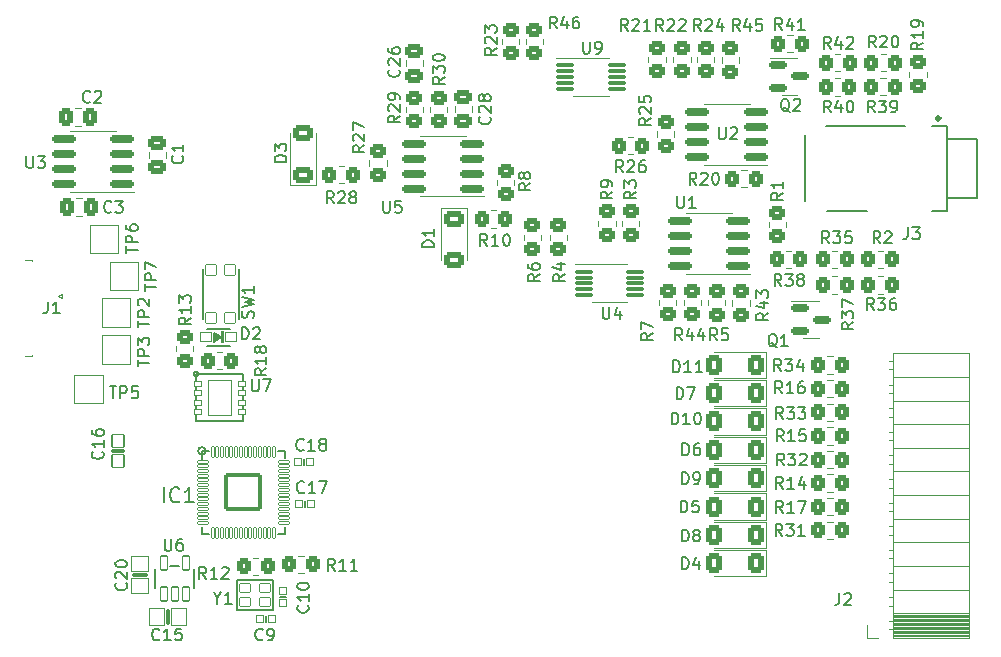
<source format=gto>
G04 #@! TF.GenerationSoftware,KiCad,Pcbnew,7.0.3*
G04 #@! TF.CreationDate,2023-06-15T19:20:55+02:00*
G04 #@! TF.ProjectId,osc_v2,6f73635f-7632-42e6-9b69-6361645f7063,rev?*
G04 #@! TF.SameCoordinates,Original*
G04 #@! TF.FileFunction,Legend,Top*
G04 #@! TF.FilePolarity,Positive*
%FSLAX46Y46*%
G04 Gerber Fmt 4.6, Leading zero omitted, Abs format (unit mm)*
G04 Created by KiCad (PCBNEW 7.0.3) date 2023-06-15 19:20:55*
%MOMM*%
%LPD*%
G01*
G04 APERTURE LIST*
G04 Aperture macros list*
%AMRoundRect*
0 Rectangle with rounded corners*
0 $1 Rounding radius*
0 $2 $3 $4 $5 $6 $7 $8 $9 X,Y pos of 4 corners*
0 Add a 4 corners polygon primitive as box body*
4,1,4,$2,$3,$4,$5,$6,$7,$8,$9,$2,$3,0*
0 Add four circle primitives for the rounded corners*
1,1,$1+$1,$2,$3*
1,1,$1+$1,$4,$5*
1,1,$1+$1,$6,$7*
1,1,$1+$1,$8,$9*
0 Add four rect primitives between the rounded corners*
20,1,$1+$1,$2,$3,$4,$5,0*
20,1,$1+$1,$4,$5,$6,$7,0*
20,1,$1+$1,$6,$7,$8,$9,0*
20,1,$1+$1,$8,$9,$2,$3,0*%
G04 Aperture macros list end*
%ADD10C,0.150000*%
%ADD11C,0.120000*%
%ADD12C,0.127000*%
%ADD13C,0.203200*%
%ADD14C,0.304800*%
%ADD15C,0.152400*%
%ADD16C,0.300000*%
%ADD17R,1.350000X1.350000*%
%ADD18O,1.350000X1.350000*%
%ADD19RoundRect,0.250000X0.350000X0.450000X-0.350000X0.450000X-0.350000X-0.450000X0.350000X-0.450000X0*%
%ADD20RoundRect,0.250000X0.475000X-0.337500X0.475000X0.337500X-0.475000X0.337500X-0.475000X-0.337500X0*%
%ADD21RoundRect,0.250000X0.450000X-0.350000X0.450000X0.350000X-0.450000X0.350000X-0.450000X-0.350000X0*%
%ADD22RoundRect,0.150000X0.825000X0.150000X-0.825000X0.150000X-0.825000X-0.150000X0.825000X-0.150000X0*%
%ADD23RoundRect,0.250000X-0.350000X-0.450000X0.350000X-0.450000X0.350000X0.450000X-0.350000X0.450000X0*%
%ADD24RoundRect,0.150000X-0.587500X-0.150000X0.587500X-0.150000X0.587500X0.150000X-0.587500X0.150000X0*%
%ADD25RoundRect,0.250000X0.400000X0.600000X-0.400000X0.600000X-0.400000X-0.600000X0.400000X-0.600000X0*%
%ADD26RoundRect,0.050800X0.300000X-0.200000X0.300000X0.200000X-0.300000X0.200000X-0.300000X-0.200000X0*%
%ADD27RoundRect,0.050800X-1.000000X-1.500000X1.000000X-1.500000X1.000000X1.500000X-1.000000X1.500000X0*%
%ADD28RoundRect,0.050800X0.450000X0.400000X-0.450000X0.400000X-0.450000X-0.400000X0.450000X-0.400000X0*%
%ADD29RoundRect,0.050800X0.300000X0.300000X-0.300000X0.300000X-0.300000X-0.300000X0.300000X-0.300000X0*%
%ADD30R,2.000000X2.000000*%
%ADD31RoundRect,0.075000X-0.650000X-0.075000X0.650000X-0.075000X0.650000X0.075000X-0.650000X0.075000X0*%
%ADD32RoundRect,0.250000X-0.450000X0.350000X-0.450000X-0.350000X0.450000X-0.350000X0.450000X0.350000X0*%
%ADD33R,1.100000X0.300000*%
%ADD34R,3.100000X2.300000*%
%ADD35RoundRect,0.050800X0.300000X-0.300000X0.300000X0.300000X-0.300000X0.300000X-0.300000X-0.300000X0*%
%ADD36RoundRect,0.250000X-0.337500X-0.475000X0.337500X-0.475000X0.337500X0.475000X-0.337500X0.475000X0*%
%ADD37RoundRect,0.050800X0.450000X0.375000X-0.450000X0.375000X-0.450000X-0.375000X0.450000X-0.375000X0*%
%ADD38RoundRect,0.050800X-0.275000X-0.600000X0.275000X-0.600000X0.275000X0.600000X-0.275000X0.600000X0*%
%ADD39RoundRect,0.050800X-0.620000X-0.750000X0.620000X-0.750000X0.620000X0.750000X-0.620000X0.750000X0*%
%ADD40RoundRect,0.050800X0.437500X0.100000X-0.437500X0.100000X-0.437500X-0.100000X0.437500X-0.100000X0*%
%ADD41RoundRect,0.050800X-0.100000X0.437500X-0.100000X-0.437500X0.100000X-0.437500X0.100000X0.437500X0*%
%ADD42RoundRect,0.050800X-0.437500X-0.100000X0.437500X-0.100000X0.437500X0.100000X-0.437500X0.100000X0*%
%ADD43RoundRect,0.050800X0.100000X-0.437500X0.100000X0.437500X-0.100000X0.437500X-0.100000X-0.437500X0*%
%ADD44RoundRect,0.210800X-1.440000X-1.440000X1.440000X-1.440000X1.440000X1.440000X-1.440000X1.440000X0*%
%ADD45RoundRect,0.250000X0.600000X-0.400000X0.600000X0.400000X-0.600000X0.400000X-0.600000X-0.400000X0*%
%ADD46O,2.016000X1.008000*%
%ADD47R,1.800000X1.350000*%
%ADD48RoundRect,0.050800X-0.300000X-0.300000X0.300000X-0.300000X0.300000X0.300000X-0.300000X0.300000X0*%
%ADD49RoundRect,0.050800X-0.750000X0.620000X-0.750000X-0.620000X0.750000X-0.620000X0.750000X0.620000X0*%
%ADD50RoundRect,0.050800X-0.450000X0.450000X-0.450000X-0.450000X0.450000X-0.450000X0.450000X0.450000X0*%
%ADD51RoundRect,0.250000X-0.600000X0.400000X-0.600000X-0.400000X0.600000X-0.400000X0.600000X0.400000X0*%
%ADD52RoundRect,0.050800X0.500000X-0.537500X0.500000X0.537500X-0.500000X0.537500X-0.500000X-0.537500X0*%
G04 APERTURE END LIST*
D10*
X140420350Y-156254819D02*
X140420350Y-156969104D01*
X140420350Y-156969104D02*
X140372731Y-157111961D01*
X140372731Y-157111961D02*
X140277493Y-157207200D01*
X140277493Y-157207200D02*
X140134636Y-157254819D01*
X140134636Y-157254819D02*
X140039398Y-157254819D01*
X140848922Y-156350057D02*
X140896541Y-156302438D01*
X140896541Y-156302438D02*
X140991779Y-156254819D01*
X140991779Y-156254819D02*
X141229874Y-156254819D01*
X141229874Y-156254819D02*
X141325112Y-156302438D01*
X141325112Y-156302438D02*
X141372731Y-156350057D01*
X141372731Y-156350057D02*
X141420350Y-156445295D01*
X141420350Y-156445295D02*
X141420350Y-156540533D01*
X141420350Y-156540533D02*
X141372731Y-156683390D01*
X141372731Y-156683390D02*
X140801303Y-157254819D01*
X140801303Y-157254819D02*
X141420350Y-157254819D01*
X97710826Y-154354819D02*
X97377493Y-153878628D01*
X97139398Y-154354819D02*
X97139398Y-153354819D01*
X97139398Y-153354819D02*
X97520350Y-153354819D01*
X97520350Y-153354819D02*
X97615588Y-153402438D01*
X97615588Y-153402438D02*
X97663207Y-153450057D01*
X97663207Y-153450057D02*
X97710826Y-153545295D01*
X97710826Y-153545295D02*
X97710826Y-153688152D01*
X97710826Y-153688152D02*
X97663207Y-153783390D01*
X97663207Y-153783390D02*
X97615588Y-153831009D01*
X97615588Y-153831009D02*
X97520350Y-153878628D01*
X97520350Y-153878628D02*
X97139398Y-153878628D01*
X98663207Y-154354819D02*
X98091779Y-154354819D01*
X98377493Y-154354819D02*
X98377493Y-153354819D01*
X98377493Y-153354819D02*
X98282255Y-153497676D01*
X98282255Y-153497676D02*
X98187017Y-153592914D01*
X98187017Y-153592914D02*
X98091779Y-153640533D01*
X99615588Y-154354819D02*
X99044160Y-154354819D01*
X99329874Y-154354819D02*
X99329874Y-153354819D01*
X99329874Y-153354819D02*
X99234636Y-153497676D01*
X99234636Y-153497676D02*
X99139398Y-153592914D01*
X99139398Y-153592914D02*
X99044160Y-153640533D01*
X110814580Y-115944173D02*
X110862200Y-115991792D01*
X110862200Y-115991792D02*
X110909819Y-116134649D01*
X110909819Y-116134649D02*
X110909819Y-116229887D01*
X110909819Y-116229887D02*
X110862200Y-116372744D01*
X110862200Y-116372744D02*
X110766961Y-116467982D01*
X110766961Y-116467982D02*
X110671723Y-116515601D01*
X110671723Y-116515601D02*
X110481247Y-116563220D01*
X110481247Y-116563220D02*
X110338390Y-116563220D01*
X110338390Y-116563220D02*
X110147914Y-116515601D01*
X110147914Y-116515601D02*
X110052676Y-116467982D01*
X110052676Y-116467982D02*
X109957438Y-116372744D01*
X109957438Y-116372744D02*
X109909819Y-116229887D01*
X109909819Y-116229887D02*
X109909819Y-116134649D01*
X109909819Y-116134649D02*
X109957438Y-115991792D01*
X109957438Y-115991792D02*
X110005057Y-115944173D01*
X110005057Y-115563220D02*
X109957438Y-115515601D01*
X109957438Y-115515601D02*
X109909819Y-115420363D01*
X109909819Y-115420363D02*
X109909819Y-115182268D01*
X109909819Y-115182268D02*
X109957438Y-115087030D01*
X109957438Y-115087030D02*
X110005057Y-115039411D01*
X110005057Y-115039411D02*
X110100295Y-114991792D01*
X110100295Y-114991792D02*
X110195533Y-114991792D01*
X110195533Y-114991792D02*
X110338390Y-115039411D01*
X110338390Y-115039411D02*
X110909819Y-115610839D01*
X110909819Y-115610839D02*
X110909819Y-114991792D01*
X110338390Y-114420363D02*
X110290771Y-114515601D01*
X110290771Y-114515601D02*
X110243152Y-114563220D01*
X110243152Y-114563220D02*
X110147914Y-114610839D01*
X110147914Y-114610839D02*
X110100295Y-114610839D01*
X110100295Y-114610839D02*
X110005057Y-114563220D01*
X110005057Y-114563220D02*
X109957438Y-114515601D01*
X109957438Y-114515601D02*
X109909819Y-114420363D01*
X109909819Y-114420363D02*
X109909819Y-114229887D01*
X109909819Y-114229887D02*
X109957438Y-114134649D01*
X109957438Y-114134649D02*
X110005057Y-114087030D01*
X110005057Y-114087030D02*
X110100295Y-114039411D01*
X110100295Y-114039411D02*
X110147914Y-114039411D01*
X110147914Y-114039411D02*
X110243152Y-114087030D01*
X110243152Y-114087030D02*
X110290771Y-114134649D01*
X110290771Y-114134649D02*
X110338390Y-114229887D01*
X110338390Y-114229887D02*
X110338390Y-114420363D01*
X110338390Y-114420363D02*
X110386009Y-114515601D01*
X110386009Y-114515601D02*
X110433628Y-114563220D01*
X110433628Y-114563220D02*
X110528866Y-114610839D01*
X110528866Y-114610839D02*
X110719342Y-114610839D01*
X110719342Y-114610839D02*
X110814580Y-114563220D01*
X110814580Y-114563220D02*
X110862200Y-114515601D01*
X110862200Y-114515601D02*
X110909819Y-114420363D01*
X110909819Y-114420363D02*
X110909819Y-114229887D01*
X110909819Y-114229887D02*
X110862200Y-114134649D01*
X110862200Y-114134649D02*
X110814580Y-114087030D01*
X110814580Y-114087030D02*
X110719342Y-114039411D01*
X110719342Y-114039411D02*
X110528866Y-114039411D01*
X110528866Y-114039411D02*
X110433628Y-114087030D01*
X110433628Y-114087030D02*
X110386009Y-114134649D01*
X110386009Y-114134649D02*
X110338390Y-114229887D01*
X134409819Y-132544173D02*
X133933628Y-132877506D01*
X134409819Y-133115601D02*
X133409819Y-133115601D01*
X133409819Y-133115601D02*
X133409819Y-132734649D01*
X133409819Y-132734649D02*
X133457438Y-132639411D01*
X133457438Y-132639411D02*
X133505057Y-132591792D01*
X133505057Y-132591792D02*
X133600295Y-132544173D01*
X133600295Y-132544173D02*
X133743152Y-132544173D01*
X133743152Y-132544173D02*
X133838390Y-132591792D01*
X133838390Y-132591792D02*
X133886009Y-132639411D01*
X133886009Y-132639411D02*
X133933628Y-132734649D01*
X133933628Y-132734649D02*
X133933628Y-133115601D01*
X133743152Y-131687030D02*
X134409819Y-131687030D01*
X133362200Y-131925125D02*
X134076485Y-132163220D01*
X134076485Y-132163220D02*
X134076485Y-131544173D01*
X133409819Y-131258458D02*
X133409819Y-130639411D01*
X133409819Y-130639411D02*
X133790771Y-130972744D01*
X133790771Y-130972744D02*
X133790771Y-130829887D01*
X133790771Y-130829887D02*
X133838390Y-130734649D01*
X133838390Y-130734649D02*
X133886009Y-130687030D01*
X133886009Y-130687030D02*
X133981247Y-130639411D01*
X133981247Y-130639411D02*
X134219342Y-130639411D01*
X134219342Y-130639411D02*
X134314580Y-130687030D01*
X134314580Y-130687030D02*
X134362200Y-130734649D01*
X134362200Y-130734649D02*
X134409819Y-130829887D01*
X134409819Y-130829887D02*
X134409819Y-131115601D01*
X134409819Y-131115601D02*
X134362200Y-131210839D01*
X134362200Y-131210839D02*
X134314580Y-131258458D01*
X85509819Y-132944173D02*
X85033628Y-133277506D01*
X85509819Y-133515601D02*
X84509819Y-133515601D01*
X84509819Y-133515601D02*
X84509819Y-133134649D01*
X84509819Y-133134649D02*
X84557438Y-133039411D01*
X84557438Y-133039411D02*
X84605057Y-132991792D01*
X84605057Y-132991792D02*
X84700295Y-132944173D01*
X84700295Y-132944173D02*
X84843152Y-132944173D01*
X84843152Y-132944173D02*
X84938390Y-132991792D01*
X84938390Y-132991792D02*
X84986009Y-133039411D01*
X84986009Y-133039411D02*
X85033628Y-133134649D01*
X85033628Y-133134649D02*
X85033628Y-133515601D01*
X85509819Y-131991792D02*
X85509819Y-132563220D01*
X85509819Y-132277506D02*
X84509819Y-132277506D01*
X84509819Y-132277506D02*
X84652676Y-132372744D01*
X84652676Y-132372744D02*
X84747914Y-132467982D01*
X84747914Y-132467982D02*
X84795533Y-132563220D01*
X84509819Y-131658458D02*
X84509819Y-131039411D01*
X84509819Y-131039411D02*
X84890771Y-131372744D01*
X84890771Y-131372744D02*
X84890771Y-131229887D01*
X84890771Y-131229887D02*
X84938390Y-131134649D01*
X84938390Y-131134649D02*
X84986009Y-131087030D01*
X84986009Y-131087030D02*
X85081247Y-131039411D01*
X85081247Y-131039411D02*
X85319342Y-131039411D01*
X85319342Y-131039411D02*
X85414580Y-131087030D01*
X85414580Y-131087030D02*
X85462200Y-131134649D01*
X85462200Y-131134649D02*
X85509819Y-131229887D01*
X85509819Y-131229887D02*
X85509819Y-131515601D01*
X85509819Y-131515601D02*
X85462200Y-131610839D01*
X85462200Y-131610839D02*
X85414580Y-131658458D01*
X130221779Y-116824819D02*
X130221779Y-117634342D01*
X130221779Y-117634342D02*
X130269398Y-117729580D01*
X130269398Y-117729580D02*
X130317017Y-117777200D01*
X130317017Y-117777200D02*
X130412255Y-117824819D01*
X130412255Y-117824819D02*
X130602731Y-117824819D01*
X130602731Y-117824819D02*
X130697969Y-117777200D01*
X130697969Y-117777200D02*
X130745588Y-117729580D01*
X130745588Y-117729580D02*
X130793207Y-117634342D01*
X130793207Y-117634342D02*
X130793207Y-116824819D01*
X131221779Y-116920057D02*
X131269398Y-116872438D01*
X131269398Y-116872438D02*
X131364636Y-116824819D01*
X131364636Y-116824819D02*
X131602731Y-116824819D01*
X131602731Y-116824819D02*
X131697969Y-116872438D01*
X131697969Y-116872438D02*
X131745588Y-116920057D01*
X131745588Y-116920057D02*
X131793207Y-117015295D01*
X131793207Y-117015295D02*
X131793207Y-117110533D01*
X131793207Y-117110533D02*
X131745588Y-117253390D01*
X131745588Y-117253390D02*
X131174160Y-117824819D01*
X131174160Y-117824819D02*
X131793207Y-117824819D01*
X135590826Y-108584819D02*
X135257493Y-108108628D01*
X135019398Y-108584819D02*
X135019398Y-107584819D01*
X135019398Y-107584819D02*
X135400350Y-107584819D01*
X135400350Y-107584819D02*
X135495588Y-107632438D01*
X135495588Y-107632438D02*
X135543207Y-107680057D01*
X135543207Y-107680057D02*
X135590826Y-107775295D01*
X135590826Y-107775295D02*
X135590826Y-107918152D01*
X135590826Y-107918152D02*
X135543207Y-108013390D01*
X135543207Y-108013390D02*
X135495588Y-108061009D01*
X135495588Y-108061009D02*
X135400350Y-108108628D01*
X135400350Y-108108628D02*
X135019398Y-108108628D01*
X136447969Y-107918152D02*
X136447969Y-108584819D01*
X136209874Y-107537200D02*
X135971779Y-108251485D01*
X135971779Y-108251485D02*
X136590826Y-108251485D01*
X137495588Y-108584819D02*
X136924160Y-108584819D01*
X137209874Y-108584819D02*
X137209874Y-107584819D01*
X137209874Y-107584819D02*
X137114636Y-107727676D01*
X137114636Y-107727676D02*
X137019398Y-107822914D01*
X137019398Y-107822914D02*
X136924160Y-107870533D01*
X136210945Y-115510057D02*
X136115707Y-115462438D01*
X136115707Y-115462438D02*
X136020469Y-115367200D01*
X136020469Y-115367200D02*
X135877612Y-115224342D01*
X135877612Y-115224342D02*
X135782374Y-115176723D01*
X135782374Y-115176723D02*
X135687136Y-115176723D01*
X135734755Y-115414819D02*
X135639517Y-115367200D01*
X135639517Y-115367200D02*
X135544279Y-115271961D01*
X135544279Y-115271961D02*
X135496660Y-115081485D01*
X135496660Y-115081485D02*
X135496660Y-114748152D01*
X135496660Y-114748152D02*
X135544279Y-114557676D01*
X135544279Y-114557676D02*
X135639517Y-114462438D01*
X135639517Y-114462438D02*
X135734755Y-114414819D01*
X135734755Y-114414819D02*
X135925231Y-114414819D01*
X135925231Y-114414819D02*
X136020469Y-114462438D01*
X136020469Y-114462438D02*
X136115707Y-114557676D01*
X136115707Y-114557676D02*
X136163326Y-114748152D01*
X136163326Y-114748152D02*
X136163326Y-115081485D01*
X136163326Y-115081485D02*
X136115707Y-115271961D01*
X136115707Y-115271961D02*
X136020469Y-115367200D01*
X136020469Y-115367200D02*
X135925231Y-115414819D01*
X135925231Y-115414819D02*
X135734755Y-115414819D01*
X136544279Y-114510057D02*
X136591898Y-114462438D01*
X136591898Y-114462438D02*
X136687136Y-114414819D01*
X136687136Y-114414819D02*
X136925231Y-114414819D01*
X136925231Y-114414819D02*
X137020469Y-114462438D01*
X137020469Y-114462438D02*
X137068088Y-114510057D01*
X137068088Y-114510057D02*
X137115707Y-114605295D01*
X137115707Y-114605295D02*
X137115707Y-114700533D01*
X137115707Y-114700533D02*
X137068088Y-114843390D01*
X137068088Y-114843390D02*
X136496660Y-115414819D01*
X136496660Y-115414819D02*
X137115707Y-115414819D01*
X127095589Y-151884819D02*
X127095589Y-150884819D01*
X127095589Y-150884819D02*
X127333684Y-150884819D01*
X127333684Y-150884819D02*
X127476541Y-150932438D01*
X127476541Y-150932438D02*
X127571779Y-151027676D01*
X127571779Y-151027676D02*
X127619398Y-151122914D01*
X127619398Y-151122914D02*
X127667017Y-151313390D01*
X127667017Y-151313390D02*
X127667017Y-151456247D01*
X127667017Y-151456247D02*
X127619398Y-151646723D01*
X127619398Y-151646723D02*
X127571779Y-151741961D01*
X127571779Y-151741961D02*
X127476541Y-151837200D01*
X127476541Y-151837200D02*
X127333684Y-151884819D01*
X127333684Y-151884819D02*
X127095589Y-151884819D01*
X128238446Y-151313390D02*
X128143208Y-151265771D01*
X128143208Y-151265771D02*
X128095589Y-151218152D01*
X128095589Y-151218152D02*
X128047970Y-151122914D01*
X128047970Y-151122914D02*
X128047970Y-151075295D01*
X128047970Y-151075295D02*
X128095589Y-150980057D01*
X128095589Y-150980057D02*
X128143208Y-150932438D01*
X128143208Y-150932438D02*
X128238446Y-150884819D01*
X128238446Y-150884819D02*
X128428922Y-150884819D01*
X128428922Y-150884819D02*
X128524160Y-150932438D01*
X128524160Y-150932438D02*
X128571779Y-150980057D01*
X128571779Y-150980057D02*
X128619398Y-151075295D01*
X128619398Y-151075295D02*
X128619398Y-151122914D01*
X128619398Y-151122914D02*
X128571779Y-151218152D01*
X128571779Y-151218152D02*
X128524160Y-151265771D01*
X128524160Y-151265771D02*
X128428922Y-151313390D01*
X128428922Y-151313390D02*
X128238446Y-151313390D01*
X128238446Y-151313390D02*
X128143208Y-151361009D01*
X128143208Y-151361009D02*
X128095589Y-151408628D01*
X128095589Y-151408628D02*
X128047970Y-151503866D01*
X128047970Y-151503866D02*
X128047970Y-151694342D01*
X128047970Y-151694342D02*
X128095589Y-151789580D01*
X128095589Y-151789580D02*
X128143208Y-151837200D01*
X128143208Y-151837200D02*
X128238446Y-151884819D01*
X128238446Y-151884819D02*
X128428922Y-151884819D01*
X128428922Y-151884819D02*
X128524160Y-151837200D01*
X128524160Y-151837200D02*
X128571779Y-151789580D01*
X128571779Y-151789580D02*
X128619398Y-151694342D01*
X128619398Y-151694342D02*
X128619398Y-151503866D01*
X128619398Y-151503866D02*
X128571779Y-151408628D01*
X128571779Y-151408628D02*
X128524160Y-151361009D01*
X128524160Y-151361009D02*
X128428922Y-151313390D01*
X91909819Y-137244173D02*
X91433628Y-137577506D01*
X91909819Y-137815601D02*
X90909819Y-137815601D01*
X90909819Y-137815601D02*
X90909819Y-137434649D01*
X90909819Y-137434649D02*
X90957438Y-137339411D01*
X90957438Y-137339411D02*
X91005057Y-137291792D01*
X91005057Y-137291792D02*
X91100295Y-137244173D01*
X91100295Y-137244173D02*
X91243152Y-137244173D01*
X91243152Y-137244173D02*
X91338390Y-137291792D01*
X91338390Y-137291792D02*
X91386009Y-137339411D01*
X91386009Y-137339411D02*
X91433628Y-137434649D01*
X91433628Y-137434649D02*
X91433628Y-137815601D01*
X91909819Y-136291792D02*
X91909819Y-136863220D01*
X91909819Y-136577506D02*
X90909819Y-136577506D01*
X90909819Y-136577506D02*
X91052676Y-136672744D01*
X91052676Y-136672744D02*
X91147914Y-136767982D01*
X91147914Y-136767982D02*
X91195533Y-136863220D01*
X91338390Y-135720363D02*
X91290771Y-135815601D01*
X91290771Y-135815601D02*
X91243152Y-135863220D01*
X91243152Y-135863220D02*
X91147914Y-135910839D01*
X91147914Y-135910839D02*
X91100295Y-135910839D01*
X91100295Y-135910839D02*
X91005057Y-135863220D01*
X91005057Y-135863220D02*
X90957438Y-135815601D01*
X90957438Y-135815601D02*
X90909819Y-135720363D01*
X90909819Y-135720363D02*
X90909819Y-135529887D01*
X90909819Y-135529887D02*
X90957438Y-135434649D01*
X90957438Y-135434649D02*
X91005057Y-135387030D01*
X91005057Y-135387030D02*
X91100295Y-135339411D01*
X91100295Y-135339411D02*
X91147914Y-135339411D01*
X91147914Y-135339411D02*
X91243152Y-135387030D01*
X91243152Y-135387030D02*
X91290771Y-135434649D01*
X91290771Y-135434649D02*
X91338390Y-135529887D01*
X91338390Y-135529887D02*
X91338390Y-135720363D01*
X91338390Y-135720363D02*
X91386009Y-135815601D01*
X91386009Y-135815601D02*
X91433628Y-135863220D01*
X91433628Y-135863220D02*
X91528866Y-135910839D01*
X91528866Y-135910839D02*
X91719342Y-135910839D01*
X91719342Y-135910839D02*
X91814580Y-135863220D01*
X91814580Y-135863220D02*
X91862200Y-135815601D01*
X91862200Y-135815601D02*
X91909819Y-135720363D01*
X91909819Y-135720363D02*
X91909819Y-135529887D01*
X91909819Y-135529887D02*
X91862200Y-135434649D01*
X91862200Y-135434649D02*
X91814580Y-135387030D01*
X91814580Y-135387030D02*
X91719342Y-135339411D01*
X91719342Y-135339411D02*
X91528866Y-135339411D01*
X91528866Y-135339411D02*
X91433628Y-135387030D01*
X91433628Y-135387030D02*
X91386009Y-135434649D01*
X91386009Y-135434649D02*
X91338390Y-135529887D01*
X90691779Y-138169819D02*
X90691779Y-138979342D01*
X90691779Y-138979342D02*
X90739398Y-139074580D01*
X90739398Y-139074580D02*
X90787017Y-139122200D01*
X90787017Y-139122200D02*
X90882255Y-139169819D01*
X90882255Y-139169819D02*
X91072731Y-139169819D01*
X91072731Y-139169819D02*
X91167969Y-139122200D01*
X91167969Y-139122200D02*
X91215588Y-139074580D01*
X91215588Y-139074580D02*
X91263207Y-138979342D01*
X91263207Y-138979342D02*
X91263207Y-138169819D01*
X91644160Y-138169819D02*
X92310826Y-138169819D01*
X92310826Y-138169819D02*
X91882255Y-139169819D01*
X89839398Y-134769819D02*
X89839398Y-133769819D01*
X89839398Y-133769819D02*
X90077493Y-133769819D01*
X90077493Y-133769819D02*
X90220350Y-133817438D01*
X90220350Y-133817438D02*
X90315588Y-133912676D01*
X90315588Y-133912676D02*
X90363207Y-134007914D01*
X90363207Y-134007914D02*
X90410826Y-134198390D01*
X90410826Y-134198390D02*
X90410826Y-134341247D01*
X90410826Y-134341247D02*
X90363207Y-134531723D01*
X90363207Y-134531723D02*
X90315588Y-134626961D01*
X90315588Y-134626961D02*
X90220350Y-134722200D01*
X90220350Y-134722200D02*
X90077493Y-134769819D01*
X90077493Y-134769819D02*
X89839398Y-134769819D01*
X90791779Y-133865057D02*
X90839398Y-133817438D01*
X90839398Y-133817438D02*
X90934636Y-133769819D01*
X90934636Y-133769819D02*
X91172731Y-133769819D01*
X91172731Y-133769819D02*
X91267969Y-133817438D01*
X91267969Y-133817438D02*
X91315588Y-133865057D01*
X91315588Y-133865057D02*
X91363207Y-133960295D01*
X91363207Y-133960295D02*
X91363207Y-134055533D01*
X91363207Y-134055533D02*
X91315588Y-134198390D01*
X91315588Y-134198390D02*
X90744160Y-134769819D01*
X90744160Y-134769819D02*
X91363207Y-134769819D01*
X139710826Y-115554819D02*
X139377493Y-115078628D01*
X139139398Y-115554819D02*
X139139398Y-114554819D01*
X139139398Y-114554819D02*
X139520350Y-114554819D01*
X139520350Y-114554819D02*
X139615588Y-114602438D01*
X139615588Y-114602438D02*
X139663207Y-114650057D01*
X139663207Y-114650057D02*
X139710826Y-114745295D01*
X139710826Y-114745295D02*
X139710826Y-114888152D01*
X139710826Y-114888152D02*
X139663207Y-114983390D01*
X139663207Y-114983390D02*
X139615588Y-115031009D01*
X139615588Y-115031009D02*
X139520350Y-115078628D01*
X139520350Y-115078628D02*
X139139398Y-115078628D01*
X140567969Y-114888152D02*
X140567969Y-115554819D01*
X140329874Y-114507200D02*
X140091779Y-115221485D01*
X140091779Y-115221485D02*
X140710826Y-115221485D01*
X141282255Y-114554819D02*
X141377493Y-114554819D01*
X141377493Y-114554819D02*
X141472731Y-114602438D01*
X141472731Y-114602438D02*
X141520350Y-114650057D01*
X141520350Y-114650057D02*
X141567969Y-114745295D01*
X141567969Y-114745295D02*
X141615588Y-114935771D01*
X141615588Y-114935771D02*
X141615588Y-115173866D01*
X141615588Y-115173866D02*
X141567969Y-115364342D01*
X141567969Y-115364342D02*
X141520350Y-115459580D01*
X141520350Y-115459580D02*
X141472731Y-115507200D01*
X141472731Y-115507200D02*
X141377493Y-115554819D01*
X141377493Y-115554819D02*
X141282255Y-115554819D01*
X141282255Y-115554819D02*
X141187017Y-115507200D01*
X141187017Y-115507200D02*
X141139398Y-115459580D01*
X141139398Y-115459580D02*
X141091779Y-115364342D01*
X141091779Y-115364342D02*
X141044160Y-115173866D01*
X141044160Y-115173866D02*
X141044160Y-114935771D01*
X141044160Y-114935771D02*
X141091779Y-114745295D01*
X141091779Y-114745295D02*
X141139398Y-114650057D01*
X141139398Y-114650057D02*
X141187017Y-114602438D01*
X141187017Y-114602438D02*
X141282255Y-114554819D01*
X91610826Y-160174580D02*
X91563207Y-160222200D01*
X91563207Y-160222200D02*
X91420350Y-160269819D01*
X91420350Y-160269819D02*
X91325112Y-160269819D01*
X91325112Y-160269819D02*
X91182255Y-160222200D01*
X91182255Y-160222200D02*
X91087017Y-160126961D01*
X91087017Y-160126961D02*
X91039398Y-160031723D01*
X91039398Y-160031723D02*
X90991779Y-159841247D01*
X90991779Y-159841247D02*
X90991779Y-159698390D01*
X90991779Y-159698390D02*
X91039398Y-159507914D01*
X91039398Y-159507914D02*
X91087017Y-159412676D01*
X91087017Y-159412676D02*
X91182255Y-159317438D01*
X91182255Y-159317438D02*
X91325112Y-159269819D01*
X91325112Y-159269819D02*
X91420350Y-159269819D01*
X91420350Y-159269819D02*
X91563207Y-159317438D01*
X91563207Y-159317438D02*
X91610826Y-159365057D01*
X92087017Y-160269819D02*
X92277493Y-160269819D01*
X92277493Y-160269819D02*
X92372731Y-160222200D01*
X92372731Y-160222200D02*
X92420350Y-160174580D01*
X92420350Y-160174580D02*
X92515588Y-160031723D01*
X92515588Y-160031723D02*
X92563207Y-159841247D01*
X92563207Y-159841247D02*
X92563207Y-159460295D01*
X92563207Y-159460295D02*
X92515588Y-159365057D01*
X92515588Y-159365057D02*
X92467969Y-159317438D01*
X92467969Y-159317438D02*
X92372731Y-159269819D01*
X92372731Y-159269819D02*
X92182255Y-159269819D01*
X92182255Y-159269819D02*
X92087017Y-159317438D01*
X92087017Y-159317438D02*
X92039398Y-159365057D01*
X92039398Y-159365057D02*
X91991779Y-159460295D01*
X91991779Y-159460295D02*
X91991779Y-159698390D01*
X91991779Y-159698390D02*
X92039398Y-159793628D01*
X92039398Y-159793628D02*
X92087017Y-159841247D01*
X92087017Y-159841247D02*
X92182255Y-159888866D01*
X92182255Y-159888866D02*
X92372731Y-159888866D01*
X92372731Y-159888866D02*
X92467969Y-159841247D01*
X92467969Y-159841247D02*
X92515588Y-159793628D01*
X92515588Y-159793628D02*
X92563207Y-159698390D01*
X81609819Y-130663220D02*
X81609819Y-130091792D01*
X82609819Y-130377506D02*
X81609819Y-130377506D01*
X82609819Y-129758458D02*
X81609819Y-129758458D01*
X81609819Y-129758458D02*
X81609819Y-129377506D01*
X81609819Y-129377506D02*
X81657438Y-129282268D01*
X81657438Y-129282268D02*
X81705057Y-129234649D01*
X81705057Y-129234649D02*
X81800295Y-129187030D01*
X81800295Y-129187030D02*
X81943152Y-129187030D01*
X81943152Y-129187030D02*
X82038390Y-129234649D01*
X82038390Y-129234649D02*
X82086009Y-129282268D01*
X82086009Y-129282268D02*
X82133628Y-129377506D01*
X82133628Y-129377506D02*
X82133628Y-129758458D01*
X81609819Y-128853696D02*
X81609819Y-128187030D01*
X81609819Y-128187030D02*
X82609819Y-128615601D01*
X135158445Y-135450057D02*
X135063207Y-135402438D01*
X135063207Y-135402438D02*
X134967969Y-135307200D01*
X134967969Y-135307200D02*
X134825112Y-135164342D01*
X134825112Y-135164342D02*
X134729874Y-135116723D01*
X134729874Y-135116723D02*
X134634636Y-135116723D01*
X134682255Y-135354819D02*
X134587017Y-135307200D01*
X134587017Y-135307200D02*
X134491779Y-135211961D01*
X134491779Y-135211961D02*
X134444160Y-135021485D01*
X134444160Y-135021485D02*
X134444160Y-134688152D01*
X134444160Y-134688152D02*
X134491779Y-134497676D01*
X134491779Y-134497676D02*
X134587017Y-134402438D01*
X134587017Y-134402438D02*
X134682255Y-134354819D01*
X134682255Y-134354819D02*
X134872731Y-134354819D01*
X134872731Y-134354819D02*
X134967969Y-134402438D01*
X134967969Y-134402438D02*
X135063207Y-134497676D01*
X135063207Y-134497676D02*
X135110826Y-134688152D01*
X135110826Y-134688152D02*
X135110826Y-135021485D01*
X135110826Y-135021485D02*
X135063207Y-135211961D01*
X135063207Y-135211961D02*
X134967969Y-135307200D01*
X134967969Y-135307200D02*
X134872731Y-135354819D01*
X134872731Y-135354819D02*
X134682255Y-135354819D01*
X136063207Y-135354819D02*
X135491779Y-135354819D01*
X135777493Y-135354819D02*
X135777493Y-134354819D01*
X135777493Y-134354819D02*
X135682255Y-134497676D01*
X135682255Y-134497676D02*
X135587017Y-134592914D01*
X135587017Y-134592914D02*
X135491779Y-134640533D01*
X125510826Y-108654819D02*
X125177493Y-108178628D01*
X124939398Y-108654819D02*
X124939398Y-107654819D01*
X124939398Y-107654819D02*
X125320350Y-107654819D01*
X125320350Y-107654819D02*
X125415588Y-107702438D01*
X125415588Y-107702438D02*
X125463207Y-107750057D01*
X125463207Y-107750057D02*
X125510826Y-107845295D01*
X125510826Y-107845295D02*
X125510826Y-107988152D01*
X125510826Y-107988152D02*
X125463207Y-108083390D01*
X125463207Y-108083390D02*
X125415588Y-108131009D01*
X125415588Y-108131009D02*
X125320350Y-108178628D01*
X125320350Y-108178628D02*
X124939398Y-108178628D01*
X125891779Y-107750057D02*
X125939398Y-107702438D01*
X125939398Y-107702438D02*
X126034636Y-107654819D01*
X126034636Y-107654819D02*
X126272731Y-107654819D01*
X126272731Y-107654819D02*
X126367969Y-107702438D01*
X126367969Y-107702438D02*
X126415588Y-107750057D01*
X126415588Y-107750057D02*
X126463207Y-107845295D01*
X126463207Y-107845295D02*
X126463207Y-107940533D01*
X126463207Y-107940533D02*
X126415588Y-108083390D01*
X126415588Y-108083390D02*
X125844160Y-108654819D01*
X125844160Y-108654819D02*
X126463207Y-108654819D01*
X126844160Y-107750057D02*
X126891779Y-107702438D01*
X126891779Y-107702438D02*
X126987017Y-107654819D01*
X126987017Y-107654819D02*
X127225112Y-107654819D01*
X127225112Y-107654819D02*
X127320350Y-107702438D01*
X127320350Y-107702438D02*
X127367969Y-107750057D01*
X127367969Y-107750057D02*
X127415588Y-107845295D01*
X127415588Y-107845295D02*
X127415588Y-107940533D01*
X127415588Y-107940533D02*
X127367969Y-108083390D01*
X127367969Y-108083390D02*
X126796541Y-108654819D01*
X126796541Y-108654819D02*
X127415588Y-108654819D01*
X143897017Y-126634819D02*
X143563684Y-126158628D01*
X143325589Y-126634819D02*
X143325589Y-125634819D01*
X143325589Y-125634819D02*
X143706541Y-125634819D01*
X143706541Y-125634819D02*
X143801779Y-125682438D01*
X143801779Y-125682438D02*
X143849398Y-125730057D01*
X143849398Y-125730057D02*
X143897017Y-125825295D01*
X143897017Y-125825295D02*
X143897017Y-125968152D01*
X143897017Y-125968152D02*
X143849398Y-126063390D01*
X143849398Y-126063390D02*
X143801779Y-126111009D01*
X143801779Y-126111009D02*
X143706541Y-126158628D01*
X143706541Y-126158628D02*
X143325589Y-126158628D01*
X144277970Y-125730057D02*
X144325589Y-125682438D01*
X144325589Y-125682438D02*
X144420827Y-125634819D01*
X144420827Y-125634819D02*
X144658922Y-125634819D01*
X144658922Y-125634819D02*
X144754160Y-125682438D01*
X144754160Y-125682438D02*
X144801779Y-125730057D01*
X144801779Y-125730057D02*
X144849398Y-125825295D01*
X144849398Y-125825295D02*
X144849398Y-125920533D01*
X144849398Y-125920533D02*
X144801779Y-126063390D01*
X144801779Y-126063390D02*
X144230351Y-126634819D01*
X144230351Y-126634819D02*
X144849398Y-126634819D01*
X111399819Y-110094173D02*
X110923628Y-110427506D01*
X111399819Y-110665601D02*
X110399819Y-110665601D01*
X110399819Y-110665601D02*
X110399819Y-110284649D01*
X110399819Y-110284649D02*
X110447438Y-110189411D01*
X110447438Y-110189411D02*
X110495057Y-110141792D01*
X110495057Y-110141792D02*
X110590295Y-110094173D01*
X110590295Y-110094173D02*
X110733152Y-110094173D01*
X110733152Y-110094173D02*
X110828390Y-110141792D01*
X110828390Y-110141792D02*
X110876009Y-110189411D01*
X110876009Y-110189411D02*
X110923628Y-110284649D01*
X110923628Y-110284649D02*
X110923628Y-110665601D01*
X110495057Y-109713220D02*
X110447438Y-109665601D01*
X110447438Y-109665601D02*
X110399819Y-109570363D01*
X110399819Y-109570363D02*
X110399819Y-109332268D01*
X110399819Y-109332268D02*
X110447438Y-109237030D01*
X110447438Y-109237030D02*
X110495057Y-109189411D01*
X110495057Y-109189411D02*
X110590295Y-109141792D01*
X110590295Y-109141792D02*
X110685533Y-109141792D01*
X110685533Y-109141792D02*
X110828390Y-109189411D01*
X110828390Y-109189411D02*
X111399819Y-109760839D01*
X111399819Y-109760839D02*
X111399819Y-109141792D01*
X110399819Y-108808458D02*
X110399819Y-108189411D01*
X110399819Y-108189411D02*
X110780771Y-108522744D01*
X110780771Y-108522744D02*
X110780771Y-108379887D01*
X110780771Y-108379887D02*
X110828390Y-108284649D01*
X110828390Y-108284649D02*
X110876009Y-108237030D01*
X110876009Y-108237030D02*
X110971247Y-108189411D01*
X110971247Y-108189411D02*
X111209342Y-108189411D01*
X111209342Y-108189411D02*
X111304580Y-108237030D01*
X111304580Y-108237030D02*
X111352200Y-108284649D01*
X111352200Y-108284649D02*
X111399819Y-108379887D01*
X111399819Y-108379887D02*
X111399819Y-108665601D01*
X111399819Y-108665601D02*
X111352200Y-108760839D01*
X111352200Y-108760839D02*
X111304580Y-108808458D01*
X139710826Y-110154819D02*
X139377493Y-109678628D01*
X139139398Y-110154819D02*
X139139398Y-109154819D01*
X139139398Y-109154819D02*
X139520350Y-109154819D01*
X139520350Y-109154819D02*
X139615588Y-109202438D01*
X139615588Y-109202438D02*
X139663207Y-109250057D01*
X139663207Y-109250057D02*
X139710826Y-109345295D01*
X139710826Y-109345295D02*
X139710826Y-109488152D01*
X139710826Y-109488152D02*
X139663207Y-109583390D01*
X139663207Y-109583390D02*
X139615588Y-109631009D01*
X139615588Y-109631009D02*
X139520350Y-109678628D01*
X139520350Y-109678628D02*
X139139398Y-109678628D01*
X140567969Y-109488152D02*
X140567969Y-110154819D01*
X140329874Y-109107200D02*
X140091779Y-109821485D01*
X140091779Y-109821485D02*
X140710826Y-109821485D01*
X141044160Y-109250057D02*
X141091779Y-109202438D01*
X141091779Y-109202438D02*
X141187017Y-109154819D01*
X141187017Y-109154819D02*
X141425112Y-109154819D01*
X141425112Y-109154819D02*
X141520350Y-109202438D01*
X141520350Y-109202438D02*
X141567969Y-109250057D01*
X141567969Y-109250057D02*
X141615588Y-109345295D01*
X141615588Y-109345295D02*
X141615588Y-109440533D01*
X141615588Y-109440533D02*
X141567969Y-109583390D01*
X141567969Y-109583390D02*
X140996541Y-110154819D01*
X140996541Y-110154819D02*
X141615588Y-110154819D01*
X126691779Y-122654819D02*
X126691779Y-123464342D01*
X126691779Y-123464342D02*
X126739398Y-123559580D01*
X126739398Y-123559580D02*
X126787017Y-123607200D01*
X126787017Y-123607200D02*
X126882255Y-123654819D01*
X126882255Y-123654819D02*
X127072731Y-123654819D01*
X127072731Y-123654819D02*
X127167969Y-123607200D01*
X127167969Y-123607200D02*
X127215588Y-123559580D01*
X127215588Y-123559580D02*
X127263207Y-123464342D01*
X127263207Y-123464342D02*
X127263207Y-122654819D01*
X128263207Y-123654819D02*
X127691779Y-123654819D01*
X127977493Y-123654819D02*
X127977493Y-122654819D01*
X127977493Y-122654819D02*
X127882255Y-122797676D01*
X127882255Y-122797676D02*
X127787017Y-122892914D01*
X127787017Y-122892914D02*
X127691779Y-122940533D01*
X124609819Y-134267982D02*
X124133628Y-134601315D01*
X124609819Y-134839410D02*
X123609819Y-134839410D01*
X123609819Y-134839410D02*
X123609819Y-134458458D01*
X123609819Y-134458458D02*
X123657438Y-134363220D01*
X123657438Y-134363220D02*
X123705057Y-134315601D01*
X123705057Y-134315601D02*
X123800295Y-134267982D01*
X123800295Y-134267982D02*
X123943152Y-134267982D01*
X123943152Y-134267982D02*
X124038390Y-134315601D01*
X124038390Y-134315601D02*
X124086009Y-134363220D01*
X124086009Y-134363220D02*
X124133628Y-134458458D01*
X124133628Y-134458458D02*
X124133628Y-134839410D01*
X123609819Y-133934648D02*
X123609819Y-133267982D01*
X123609819Y-133267982D02*
X124609819Y-133696553D01*
X103114580Y-111944173D02*
X103162200Y-111991792D01*
X103162200Y-111991792D02*
X103209819Y-112134649D01*
X103209819Y-112134649D02*
X103209819Y-112229887D01*
X103209819Y-112229887D02*
X103162200Y-112372744D01*
X103162200Y-112372744D02*
X103066961Y-112467982D01*
X103066961Y-112467982D02*
X102971723Y-112515601D01*
X102971723Y-112515601D02*
X102781247Y-112563220D01*
X102781247Y-112563220D02*
X102638390Y-112563220D01*
X102638390Y-112563220D02*
X102447914Y-112515601D01*
X102447914Y-112515601D02*
X102352676Y-112467982D01*
X102352676Y-112467982D02*
X102257438Y-112372744D01*
X102257438Y-112372744D02*
X102209819Y-112229887D01*
X102209819Y-112229887D02*
X102209819Y-112134649D01*
X102209819Y-112134649D02*
X102257438Y-111991792D01*
X102257438Y-111991792D02*
X102305057Y-111944173D01*
X102305057Y-111563220D02*
X102257438Y-111515601D01*
X102257438Y-111515601D02*
X102209819Y-111420363D01*
X102209819Y-111420363D02*
X102209819Y-111182268D01*
X102209819Y-111182268D02*
X102257438Y-111087030D01*
X102257438Y-111087030D02*
X102305057Y-111039411D01*
X102305057Y-111039411D02*
X102400295Y-110991792D01*
X102400295Y-110991792D02*
X102495533Y-110991792D01*
X102495533Y-110991792D02*
X102638390Y-111039411D01*
X102638390Y-111039411D02*
X103209819Y-111610839D01*
X103209819Y-111610839D02*
X103209819Y-110991792D01*
X102209819Y-110134649D02*
X102209819Y-110325125D01*
X102209819Y-110325125D02*
X102257438Y-110420363D01*
X102257438Y-110420363D02*
X102305057Y-110467982D01*
X102305057Y-110467982D02*
X102447914Y-110563220D01*
X102447914Y-110563220D02*
X102638390Y-110610839D01*
X102638390Y-110610839D02*
X103019342Y-110610839D01*
X103019342Y-110610839D02*
X103114580Y-110563220D01*
X103114580Y-110563220D02*
X103162200Y-110515601D01*
X103162200Y-110515601D02*
X103209819Y-110420363D01*
X103209819Y-110420363D02*
X103209819Y-110229887D01*
X103209819Y-110229887D02*
X103162200Y-110134649D01*
X103162200Y-110134649D02*
X103114580Y-110087030D01*
X103114580Y-110087030D02*
X103019342Y-110039411D01*
X103019342Y-110039411D02*
X102781247Y-110039411D01*
X102781247Y-110039411D02*
X102686009Y-110087030D01*
X102686009Y-110087030D02*
X102638390Y-110134649D01*
X102638390Y-110134649D02*
X102590771Y-110229887D01*
X102590771Y-110229887D02*
X102590771Y-110420363D01*
X102590771Y-110420363D02*
X102638390Y-110515601D01*
X102638390Y-110515601D02*
X102686009Y-110563220D01*
X102686009Y-110563220D02*
X102781247Y-110610839D01*
X120391779Y-132054819D02*
X120391779Y-132864342D01*
X120391779Y-132864342D02*
X120439398Y-132959580D01*
X120439398Y-132959580D02*
X120487017Y-133007200D01*
X120487017Y-133007200D02*
X120582255Y-133054819D01*
X120582255Y-133054819D02*
X120772731Y-133054819D01*
X120772731Y-133054819D02*
X120867969Y-133007200D01*
X120867969Y-133007200D02*
X120915588Y-132959580D01*
X120915588Y-132959580D02*
X120963207Y-132864342D01*
X120963207Y-132864342D02*
X120963207Y-132054819D01*
X121867969Y-132388152D02*
X121867969Y-133054819D01*
X121629874Y-132007200D02*
X121391779Y-132721485D01*
X121391779Y-132721485D02*
X122010826Y-132721485D01*
X126215112Y-141974819D02*
X126215112Y-140974819D01*
X126215112Y-140974819D02*
X126453207Y-140974819D01*
X126453207Y-140974819D02*
X126596064Y-141022438D01*
X126596064Y-141022438D02*
X126691302Y-141117676D01*
X126691302Y-141117676D02*
X126738921Y-141212914D01*
X126738921Y-141212914D02*
X126786540Y-141403390D01*
X126786540Y-141403390D02*
X126786540Y-141546247D01*
X126786540Y-141546247D02*
X126738921Y-141736723D01*
X126738921Y-141736723D02*
X126691302Y-141831961D01*
X126691302Y-141831961D02*
X126596064Y-141927200D01*
X126596064Y-141927200D02*
X126453207Y-141974819D01*
X126453207Y-141974819D02*
X126215112Y-141974819D01*
X127738921Y-141974819D02*
X127167493Y-141974819D01*
X127453207Y-141974819D02*
X127453207Y-140974819D01*
X127453207Y-140974819D02*
X127357969Y-141117676D01*
X127357969Y-141117676D02*
X127262731Y-141212914D01*
X127262731Y-141212914D02*
X127167493Y-141260533D01*
X128357969Y-140974819D02*
X128453207Y-140974819D01*
X128453207Y-140974819D02*
X128548445Y-141022438D01*
X128548445Y-141022438D02*
X128596064Y-141070057D01*
X128596064Y-141070057D02*
X128643683Y-141165295D01*
X128643683Y-141165295D02*
X128691302Y-141355771D01*
X128691302Y-141355771D02*
X128691302Y-141593866D01*
X128691302Y-141593866D02*
X128643683Y-141784342D01*
X128643683Y-141784342D02*
X128596064Y-141879580D01*
X128596064Y-141879580D02*
X128548445Y-141927200D01*
X128548445Y-141927200D02*
X128453207Y-141974819D01*
X128453207Y-141974819D02*
X128357969Y-141974819D01*
X128357969Y-141974819D02*
X128262731Y-141927200D01*
X128262731Y-141927200D02*
X128215112Y-141879580D01*
X128215112Y-141879580D02*
X128167493Y-141784342D01*
X128167493Y-141784342D02*
X128119874Y-141593866D01*
X128119874Y-141593866D02*
X128119874Y-141355771D01*
X128119874Y-141355771D02*
X128167493Y-141165295D01*
X128167493Y-141165295D02*
X128215112Y-141070057D01*
X128215112Y-141070057D02*
X128262731Y-141022438D01*
X128262731Y-141022438D02*
X128357969Y-140974819D01*
X135650826Y-149454819D02*
X135317493Y-148978628D01*
X135079398Y-149454819D02*
X135079398Y-148454819D01*
X135079398Y-148454819D02*
X135460350Y-148454819D01*
X135460350Y-148454819D02*
X135555588Y-148502438D01*
X135555588Y-148502438D02*
X135603207Y-148550057D01*
X135603207Y-148550057D02*
X135650826Y-148645295D01*
X135650826Y-148645295D02*
X135650826Y-148788152D01*
X135650826Y-148788152D02*
X135603207Y-148883390D01*
X135603207Y-148883390D02*
X135555588Y-148931009D01*
X135555588Y-148931009D02*
X135460350Y-148978628D01*
X135460350Y-148978628D02*
X135079398Y-148978628D01*
X136603207Y-149454819D02*
X136031779Y-149454819D01*
X136317493Y-149454819D02*
X136317493Y-148454819D01*
X136317493Y-148454819D02*
X136222255Y-148597676D01*
X136222255Y-148597676D02*
X136127017Y-148692914D01*
X136127017Y-148692914D02*
X136031779Y-148740533D01*
X136936541Y-148454819D02*
X137603207Y-148454819D01*
X137603207Y-148454819D02*
X137174636Y-149454819D01*
X135500826Y-137454819D02*
X135167493Y-136978628D01*
X134929398Y-137454819D02*
X134929398Y-136454819D01*
X134929398Y-136454819D02*
X135310350Y-136454819D01*
X135310350Y-136454819D02*
X135405588Y-136502438D01*
X135405588Y-136502438D02*
X135453207Y-136550057D01*
X135453207Y-136550057D02*
X135500826Y-136645295D01*
X135500826Y-136645295D02*
X135500826Y-136788152D01*
X135500826Y-136788152D02*
X135453207Y-136883390D01*
X135453207Y-136883390D02*
X135405588Y-136931009D01*
X135405588Y-136931009D02*
X135310350Y-136978628D01*
X135310350Y-136978628D02*
X134929398Y-136978628D01*
X135834160Y-136454819D02*
X136453207Y-136454819D01*
X136453207Y-136454819D02*
X136119874Y-136835771D01*
X136119874Y-136835771D02*
X136262731Y-136835771D01*
X136262731Y-136835771D02*
X136357969Y-136883390D01*
X136357969Y-136883390D02*
X136405588Y-136931009D01*
X136405588Y-136931009D02*
X136453207Y-137026247D01*
X136453207Y-137026247D02*
X136453207Y-137264342D01*
X136453207Y-137264342D02*
X136405588Y-137359580D01*
X136405588Y-137359580D02*
X136357969Y-137407200D01*
X136357969Y-137407200D02*
X136262731Y-137454819D01*
X136262731Y-137454819D02*
X135977017Y-137454819D01*
X135977017Y-137454819D02*
X135881779Y-137407200D01*
X135881779Y-137407200D02*
X135834160Y-137359580D01*
X137310350Y-136788152D02*
X137310350Y-137454819D01*
X137072255Y-136407200D02*
X136834160Y-137121485D01*
X136834160Y-137121485D02*
X137453207Y-137121485D01*
X100209819Y-118344173D02*
X99733628Y-118677506D01*
X100209819Y-118915601D02*
X99209819Y-118915601D01*
X99209819Y-118915601D02*
X99209819Y-118534649D01*
X99209819Y-118534649D02*
X99257438Y-118439411D01*
X99257438Y-118439411D02*
X99305057Y-118391792D01*
X99305057Y-118391792D02*
X99400295Y-118344173D01*
X99400295Y-118344173D02*
X99543152Y-118344173D01*
X99543152Y-118344173D02*
X99638390Y-118391792D01*
X99638390Y-118391792D02*
X99686009Y-118439411D01*
X99686009Y-118439411D02*
X99733628Y-118534649D01*
X99733628Y-118534649D02*
X99733628Y-118915601D01*
X99305057Y-117963220D02*
X99257438Y-117915601D01*
X99257438Y-117915601D02*
X99209819Y-117820363D01*
X99209819Y-117820363D02*
X99209819Y-117582268D01*
X99209819Y-117582268D02*
X99257438Y-117487030D01*
X99257438Y-117487030D02*
X99305057Y-117439411D01*
X99305057Y-117439411D02*
X99400295Y-117391792D01*
X99400295Y-117391792D02*
X99495533Y-117391792D01*
X99495533Y-117391792D02*
X99638390Y-117439411D01*
X99638390Y-117439411D02*
X100209819Y-118010839D01*
X100209819Y-118010839D02*
X100209819Y-117391792D01*
X99209819Y-117058458D02*
X99209819Y-116391792D01*
X99209819Y-116391792D02*
X100209819Y-116820363D01*
X127145589Y-144584819D02*
X127145589Y-143584819D01*
X127145589Y-143584819D02*
X127383684Y-143584819D01*
X127383684Y-143584819D02*
X127526541Y-143632438D01*
X127526541Y-143632438D02*
X127621779Y-143727676D01*
X127621779Y-143727676D02*
X127669398Y-143822914D01*
X127669398Y-143822914D02*
X127717017Y-144013390D01*
X127717017Y-144013390D02*
X127717017Y-144156247D01*
X127717017Y-144156247D02*
X127669398Y-144346723D01*
X127669398Y-144346723D02*
X127621779Y-144441961D01*
X127621779Y-144441961D02*
X127526541Y-144537200D01*
X127526541Y-144537200D02*
X127383684Y-144584819D01*
X127383684Y-144584819D02*
X127145589Y-144584819D01*
X128574160Y-143584819D02*
X128383684Y-143584819D01*
X128383684Y-143584819D02*
X128288446Y-143632438D01*
X128288446Y-143632438D02*
X128240827Y-143680057D01*
X128240827Y-143680057D02*
X128145589Y-143822914D01*
X128145589Y-143822914D02*
X128097970Y-144013390D01*
X128097970Y-144013390D02*
X128097970Y-144394342D01*
X128097970Y-144394342D02*
X128145589Y-144489580D01*
X128145589Y-144489580D02*
X128193208Y-144537200D01*
X128193208Y-144537200D02*
X128288446Y-144584819D01*
X128288446Y-144584819D02*
X128478922Y-144584819D01*
X128478922Y-144584819D02*
X128574160Y-144537200D01*
X128574160Y-144537200D02*
X128621779Y-144489580D01*
X128621779Y-144489580D02*
X128669398Y-144394342D01*
X128669398Y-144394342D02*
X128669398Y-144156247D01*
X128669398Y-144156247D02*
X128621779Y-144061009D01*
X128621779Y-144061009D02*
X128574160Y-144013390D01*
X128574160Y-144013390D02*
X128478922Y-143965771D01*
X128478922Y-143965771D02*
X128288446Y-143965771D01*
X128288446Y-143965771D02*
X128193208Y-144013390D01*
X128193208Y-144013390D02*
X128145589Y-144061009D01*
X128145589Y-144061009D02*
X128097970Y-144156247D01*
X73420350Y-131584819D02*
X73420350Y-132299104D01*
X73420350Y-132299104D02*
X73372731Y-132441961D01*
X73372731Y-132441961D02*
X73277493Y-132537200D01*
X73277493Y-132537200D02*
X73134636Y-132584819D01*
X73134636Y-132584819D02*
X73039398Y-132584819D01*
X74420350Y-132584819D02*
X73848922Y-132584819D01*
X74134636Y-132584819D02*
X74134636Y-131584819D01*
X74134636Y-131584819D02*
X74039398Y-131727676D01*
X74039398Y-131727676D02*
X73944160Y-131822914D01*
X73944160Y-131822914D02*
X73848922Y-131870533D01*
X143510826Y-110054819D02*
X143177493Y-109578628D01*
X142939398Y-110054819D02*
X142939398Y-109054819D01*
X142939398Y-109054819D02*
X143320350Y-109054819D01*
X143320350Y-109054819D02*
X143415588Y-109102438D01*
X143415588Y-109102438D02*
X143463207Y-109150057D01*
X143463207Y-109150057D02*
X143510826Y-109245295D01*
X143510826Y-109245295D02*
X143510826Y-109388152D01*
X143510826Y-109388152D02*
X143463207Y-109483390D01*
X143463207Y-109483390D02*
X143415588Y-109531009D01*
X143415588Y-109531009D02*
X143320350Y-109578628D01*
X143320350Y-109578628D02*
X142939398Y-109578628D01*
X143891779Y-109150057D02*
X143939398Y-109102438D01*
X143939398Y-109102438D02*
X144034636Y-109054819D01*
X144034636Y-109054819D02*
X144272731Y-109054819D01*
X144272731Y-109054819D02*
X144367969Y-109102438D01*
X144367969Y-109102438D02*
X144415588Y-109150057D01*
X144415588Y-109150057D02*
X144463207Y-109245295D01*
X144463207Y-109245295D02*
X144463207Y-109340533D01*
X144463207Y-109340533D02*
X144415588Y-109483390D01*
X144415588Y-109483390D02*
X143844160Y-110054819D01*
X143844160Y-110054819D02*
X144463207Y-110054819D01*
X145082255Y-109054819D02*
X145177493Y-109054819D01*
X145177493Y-109054819D02*
X145272731Y-109102438D01*
X145272731Y-109102438D02*
X145320350Y-109150057D01*
X145320350Y-109150057D02*
X145367969Y-109245295D01*
X145367969Y-109245295D02*
X145415588Y-109435771D01*
X145415588Y-109435771D02*
X145415588Y-109673866D01*
X145415588Y-109673866D02*
X145367969Y-109864342D01*
X145367969Y-109864342D02*
X145320350Y-109959580D01*
X145320350Y-109959580D02*
X145272731Y-110007200D01*
X145272731Y-110007200D02*
X145177493Y-110054819D01*
X145177493Y-110054819D02*
X145082255Y-110054819D01*
X145082255Y-110054819D02*
X144987017Y-110007200D01*
X144987017Y-110007200D02*
X144939398Y-109959580D01*
X144939398Y-109959580D02*
X144891779Y-109864342D01*
X144891779Y-109864342D02*
X144844160Y-109673866D01*
X144844160Y-109673866D02*
X144844160Y-109435771D01*
X144844160Y-109435771D02*
X144891779Y-109245295D01*
X144891779Y-109245295D02*
X144939398Y-109150057D01*
X144939398Y-109150057D02*
X144987017Y-109102438D01*
X144987017Y-109102438D02*
X145082255Y-109054819D01*
X95429580Y-157291792D02*
X95477200Y-157339411D01*
X95477200Y-157339411D02*
X95524819Y-157482268D01*
X95524819Y-157482268D02*
X95524819Y-157577506D01*
X95524819Y-157577506D02*
X95477200Y-157720363D01*
X95477200Y-157720363D02*
X95381961Y-157815601D01*
X95381961Y-157815601D02*
X95286723Y-157863220D01*
X95286723Y-157863220D02*
X95096247Y-157910839D01*
X95096247Y-157910839D02*
X94953390Y-157910839D01*
X94953390Y-157910839D02*
X94762914Y-157863220D01*
X94762914Y-157863220D02*
X94667676Y-157815601D01*
X94667676Y-157815601D02*
X94572438Y-157720363D01*
X94572438Y-157720363D02*
X94524819Y-157577506D01*
X94524819Y-157577506D02*
X94524819Y-157482268D01*
X94524819Y-157482268D02*
X94572438Y-157339411D01*
X94572438Y-157339411D02*
X94620057Y-157291792D01*
X95524819Y-156339411D02*
X95524819Y-156910839D01*
X95524819Y-156625125D02*
X94524819Y-156625125D01*
X94524819Y-156625125D02*
X94667676Y-156720363D01*
X94667676Y-156720363D02*
X94762914Y-156815601D01*
X94762914Y-156815601D02*
X94810533Y-156910839D01*
X94524819Y-155720363D02*
X94524819Y-155625125D01*
X94524819Y-155625125D02*
X94572438Y-155529887D01*
X94572438Y-155529887D02*
X94620057Y-155482268D01*
X94620057Y-155482268D02*
X94715295Y-155434649D01*
X94715295Y-155434649D02*
X94905771Y-155387030D01*
X94905771Y-155387030D02*
X95143866Y-155387030D01*
X95143866Y-155387030D02*
X95334342Y-155434649D01*
X95334342Y-155434649D02*
X95429580Y-155482268D01*
X95429580Y-155482268D02*
X95477200Y-155529887D01*
X95477200Y-155529887D02*
X95524819Y-155625125D01*
X95524819Y-155625125D02*
X95524819Y-155720363D01*
X95524819Y-155720363D02*
X95477200Y-155815601D01*
X95477200Y-155815601D02*
X95429580Y-155863220D01*
X95429580Y-155863220D02*
X95334342Y-155910839D01*
X95334342Y-155910839D02*
X95143866Y-155958458D01*
X95143866Y-155958458D02*
X94905771Y-155958458D01*
X94905771Y-155958458D02*
X94715295Y-155910839D01*
X94715295Y-155910839D02*
X94620057Y-155863220D01*
X94620057Y-155863220D02*
X94572438Y-155815601D01*
X94572438Y-155815601D02*
X94524819Y-155720363D01*
X135650826Y-147404819D02*
X135317493Y-146928628D01*
X135079398Y-147404819D02*
X135079398Y-146404819D01*
X135079398Y-146404819D02*
X135460350Y-146404819D01*
X135460350Y-146404819D02*
X135555588Y-146452438D01*
X135555588Y-146452438D02*
X135603207Y-146500057D01*
X135603207Y-146500057D02*
X135650826Y-146595295D01*
X135650826Y-146595295D02*
X135650826Y-146738152D01*
X135650826Y-146738152D02*
X135603207Y-146833390D01*
X135603207Y-146833390D02*
X135555588Y-146881009D01*
X135555588Y-146881009D02*
X135460350Y-146928628D01*
X135460350Y-146928628D02*
X135079398Y-146928628D01*
X136603207Y-147404819D02*
X136031779Y-147404819D01*
X136317493Y-147404819D02*
X136317493Y-146404819D01*
X136317493Y-146404819D02*
X136222255Y-146547676D01*
X136222255Y-146547676D02*
X136127017Y-146642914D01*
X136127017Y-146642914D02*
X136031779Y-146690533D01*
X137460350Y-146738152D02*
X137460350Y-147404819D01*
X137222255Y-146357200D02*
X136984160Y-147071485D01*
X136984160Y-147071485D02*
X137603207Y-147071485D01*
X121209819Y-122267982D02*
X120733628Y-122601315D01*
X121209819Y-122839410D02*
X120209819Y-122839410D01*
X120209819Y-122839410D02*
X120209819Y-122458458D01*
X120209819Y-122458458D02*
X120257438Y-122363220D01*
X120257438Y-122363220D02*
X120305057Y-122315601D01*
X120305057Y-122315601D02*
X120400295Y-122267982D01*
X120400295Y-122267982D02*
X120543152Y-122267982D01*
X120543152Y-122267982D02*
X120638390Y-122315601D01*
X120638390Y-122315601D02*
X120686009Y-122363220D01*
X120686009Y-122363220D02*
X120733628Y-122458458D01*
X120733628Y-122458458D02*
X120733628Y-122839410D01*
X121209819Y-121791791D02*
X121209819Y-121601315D01*
X121209819Y-121601315D02*
X121162200Y-121506077D01*
X121162200Y-121506077D02*
X121114580Y-121458458D01*
X121114580Y-121458458D02*
X120971723Y-121363220D01*
X120971723Y-121363220D02*
X120781247Y-121315601D01*
X120781247Y-121315601D02*
X120400295Y-121315601D01*
X120400295Y-121315601D02*
X120305057Y-121363220D01*
X120305057Y-121363220D02*
X120257438Y-121410839D01*
X120257438Y-121410839D02*
X120209819Y-121506077D01*
X120209819Y-121506077D02*
X120209819Y-121696553D01*
X120209819Y-121696553D02*
X120257438Y-121791791D01*
X120257438Y-121791791D02*
X120305057Y-121839410D01*
X120305057Y-121839410D02*
X120400295Y-121887029D01*
X120400295Y-121887029D02*
X120638390Y-121887029D01*
X120638390Y-121887029D02*
X120733628Y-121839410D01*
X120733628Y-121839410D02*
X120781247Y-121791791D01*
X120781247Y-121791791D02*
X120828866Y-121696553D01*
X120828866Y-121696553D02*
X120828866Y-121506077D01*
X120828866Y-121506077D02*
X120781247Y-121410839D01*
X120781247Y-121410839D02*
X120733628Y-121363220D01*
X120733628Y-121363220D02*
X120638390Y-121315601D01*
X114272319Y-121567982D02*
X113796128Y-121901315D01*
X114272319Y-122139410D02*
X113272319Y-122139410D01*
X113272319Y-122139410D02*
X113272319Y-121758458D01*
X113272319Y-121758458D02*
X113319938Y-121663220D01*
X113319938Y-121663220D02*
X113367557Y-121615601D01*
X113367557Y-121615601D02*
X113462795Y-121567982D01*
X113462795Y-121567982D02*
X113605652Y-121567982D01*
X113605652Y-121567982D02*
X113700890Y-121615601D01*
X113700890Y-121615601D02*
X113748509Y-121663220D01*
X113748509Y-121663220D02*
X113796128Y-121758458D01*
X113796128Y-121758458D02*
X113796128Y-122139410D01*
X113700890Y-120996553D02*
X113653271Y-121091791D01*
X113653271Y-121091791D02*
X113605652Y-121139410D01*
X113605652Y-121139410D02*
X113510414Y-121187029D01*
X113510414Y-121187029D02*
X113462795Y-121187029D01*
X113462795Y-121187029D02*
X113367557Y-121139410D01*
X113367557Y-121139410D02*
X113319938Y-121091791D01*
X113319938Y-121091791D02*
X113272319Y-120996553D01*
X113272319Y-120996553D02*
X113272319Y-120806077D01*
X113272319Y-120806077D02*
X113319938Y-120710839D01*
X113319938Y-120710839D02*
X113367557Y-120663220D01*
X113367557Y-120663220D02*
X113462795Y-120615601D01*
X113462795Y-120615601D02*
X113510414Y-120615601D01*
X113510414Y-120615601D02*
X113605652Y-120663220D01*
X113605652Y-120663220D02*
X113653271Y-120710839D01*
X113653271Y-120710839D02*
X113700890Y-120806077D01*
X113700890Y-120806077D02*
X113700890Y-120996553D01*
X113700890Y-120996553D02*
X113748509Y-121091791D01*
X113748509Y-121091791D02*
X113796128Y-121139410D01*
X113796128Y-121139410D02*
X113891366Y-121187029D01*
X113891366Y-121187029D02*
X114081842Y-121187029D01*
X114081842Y-121187029D02*
X114177080Y-121139410D01*
X114177080Y-121139410D02*
X114224700Y-121091791D01*
X114224700Y-121091791D02*
X114272319Y-120996553D01*
X114272319Y-120996553D02*
X114272319Y-120806077D01*
X114272319Y-120806077D02*
X114224700Y-120710839D01*
X114224700Y-120710839D02*
X114177080Y-120663220D01*
X114177080Y-120663220D02*
X114081842Y-120615601D01*
X114081842Y-120615601D02*
X113891366Y-120615601D01*
X113891366Y-120615601D02*
X113796128Y-120663220D01*
X113796128Y-120663220D02*
X113748509Y-120710839D01*
X113748509Y-120710839D02*
X113700890Y-120806077D01*
X78787017Y-123959580D02*
X78739398Y-124007200D01*
X78739398Y-124007200D02*
X78596541Y-124054819D01*
X78596541Y-124054819D02*
X78501303Y-124054819D01*
X78501303Y-124054819D02*
X78358446Y-124007200D01*
X78358446Y-124007200D02*
X78263208Y-123911961D01*
X78263208Y-123911961D02*
X78215589Y-123816723D01*
X78215589Y-123816723D02*
X78167970Y-123626247D01*
X78167970Y-123626247D02*
X78167970Y-123483390D01*
X78167970Y-123483390D02*
X78215589Y-123292914D01*
X78215589Y-123292914D02*
X78263208Y-123197676D01*
X78263208Y-123197676D02*
X78358446Y-123102438D01*
X78358446Y-123102438D02*
X78501303Y-123054819D01*
X78501303Y-123054819D02*
X78596541Y-123054819D01*
X78596541Y-123054819D02*
X78739398Y-123102438D01*
X78739398Y-123102438D02*
X78787017Y-123150057D01*
X79120351Y-123054819D02*
X79739398Y-123054819D01*
X79739398Y-123054819D02*
X79406065Y-123435771D01*
X79406065Y-123435771D02*
X79548922Y-123435771D01*
X79548922Y-123435771D02*
X79644160Y-123483390D01*
X79644160Y-123483390D02*
X79691779Y-123531009D01*
X79691779Y-123531009D02*
X79739398Y-123626247D01*
X79739398Y-123626247D02*
X79739398Y-123864342D01*
X79739398Y-123864342D02*
X79691779Y-123959580D01*
X79691779Y-123959580D02*
X79644160Y-124007200D01*
X79644160Y-124007200D02*
X79548922Y-124054819D01*
X79548922Y-124054819D02*
X79263208Y-124054819D01*
X79263208Y-124054819D02*
X79167970Y-124007200D01*
X79167970Y-124007200D02*
X79120351Y-123959580D01*
X128710826Y-108654819D02*
X128377493Y-108178628D01*
X128139398Y-108654819D02*
X128139398Y-107654819D01*
X128139398Y-107654819D02*
X128520350Y-107654819D01*
X128520350Y-107654819D02*
X128615588Y-107702438D01*
X128615588Y-107702438D02*
X128663207Y-107750057D01*
X128663207Y-107750057D02*
X128710826Y-107845295D01*
X128710826Y-107845295D02*
X128710826Y-107988152D01*
X128710826Y-107988152D02*
X128663207Y-108083390D01*
X128663207Y-108083390D02*
X128615588Y-108131009D01*
X128615588Y-108131009D02*
X128520350Y-108178628D01*
X128520350Y-108178628D02*
X128139398Y-108178628D01*
X129091779Y-107750057D02*
X129139398Y-107702438D01*
X129139398Y-107702438D02*
X129234636Y-107654819D01*
X129234636Y-107654819D02*
X129472731Y-107654819D01*
X129472731Y-107654819D02*
X129567969Y-107702438D01*
X129567969Y-107702438D02*
X129615588Y-107750057D01*
X129615588Y-107750057D02*
X129663207Y-107845295D01*
X129663207Y-107845295D02*
X129663207Y-107940533D01*
X129663207Y-107940533D02*
X129615588Y-108083390D01*
X129615588Y-108083390D02*
X129044160Y-108654819D01*
X129044160Y-108654819D02*
X129663207Y-108654819D01*
X130520350Y-107988152D02*
X130520350Y-108654819D01*
X130282255Y-107607200D02*
X130044160Y-108321485D01*
X130044160Y-108321485D02*
X130663207Y-108321485D01*
X86810826Y-155054819D02*
X86477493Y-154578628D01*
X86239398Y-155054819D02*
X86239398Y-154054819D01*
X86239398Y-154054819D02*
X86620350Y-154054819D01*
X86620350Y-154054819D02*
X86715588Y-154102438D01*
X86715588Y-154102438D02*
X86763207Y-154150057D01*
X86763207Y-154150057D02*
X86810826Y-154245295D01*
X86810826Y-154245295D02*
X86810826Y-154388152D01*
X86810826Y-154388152D02*
X86763207Y-154483390D01*
X86763207Y-154483390D02*
X86715588Y-154531009D01*
X86715588Y-154531009D02*
X86620350Y-154578628D01*
X86620350Y-154578628D02*
X86239398Y-154578628D01*
X87763207Y-155054819D02*
X87191779Y-155054819D01*
X87477493Y-155054819D02*
X87477493Y-154054819D01*
X87477493Y-154054819D02*
X87382255Y-154197676D01*
X87382255Y-154197676D02*
X87287017Y-154292914D01*
X87287017Y-154292914D02*
X87191779Y-154340533D01*
X88144160Y-154150057D02*
X88191779Y-154102438D01*
X88191779Y-154102438D02*
X88287017Y-154054819D01*
X88287017Y-154054819D02*
X88525112Y-154054819D01*
X88525112Y-154054819D02*
X88620350Y-154102438D01*
X88620350Y-154102438D02*
X88667969Y-154150057D01*
X88667969Y-154150057D02*
X88715588Y-154245295D01*
X88715588Y-154245295D02*
X88715588Y-154340533D01*
X88715588Y-154340533D02*
X88667969Y-154483390D01*
X88667969Y-154483390D02*
X88096541Y-155054819D01*
X88096541Y-155054819D02*
X88715588Y-155054819D01*
X87772731Y-156693628D02*
X87772731Y-157169819D01*
X87439398Y-156169819D02*
X87772731Y-156693628D01*
X87772731Y-156693628D02*
X88106064Y-156169819D01*
X88963207Y-157169819D02*
X88391779Y-157169819D01*
X88677493Y-157169819D02*
X88677493Y-156169819D01*
X88677493Y-156169819D02*
X88582255Y-156312676D01*
X88582255Y-156312676D02*
X88487017Y-156407914D01*
X88487017Y-156407914D02*
X88391779Y-156455533D01*
X135639819Y-122367982D02*
X135163628Y-122701315D01*
X135639819Y-122939410D02*
X134639819Y-122939410D01*
X134639819Y-122939410D02*
X134639819Y-122558458D01*
X134639819Y-122558458D02*
X134687438Y-122463220D01*
X134687438Y-122463220D02*
X134735057Y-122415601D01*
X134735057Y-122415601D02*
X134830295Y-122367982D01*
X134830295Y-122367982D02*
X134973152Y-122367982D01*
X134973152Y-122367982D02*
X135068390Y-122415601D01*
X135068390Y-122415601D02*
X135116009Y-122463220D01*
X135116009Y-122463220D02*
X135163628Y-122558458D01*
X135163628Y-122558458D02*
X135163628Y-122939410D01*
X135639819Y-121415601D02*
X135639819Y-121987029D01*
X135639819Y-121701315D02*
X134639819Y-121701315D01*
X134639819Y-121701315D02*
X134782676Y-121796553D01*
X134782676Y-121796553D02*
X134877914Y-121891791D01*
X134877914Y-121891791D02*
X134925533Y-121987029D01*
X135600826Y-151404819D02*
X135267493Y-150928628D01*
X135029398Y-151404819D02*
X135029398Y-150404819D01*
X135029398Y-150404819D02*
X135410350Y-150404819D01*
X135410350Y-150404819D02*
X135505588Y-150452438D01*
X135505588Y-150452438D02*
X135553207Y-150500057D01*
X135553207Y-150500057D02*
X135600826Y-150595295D01*
X135600826Y-150595295D02*
X135600826Y-150738152D01*
X135600826Y-150738152D02*
X135553207Y-150833390D01*
X135553207Y-150833390D02*
X135505588Y-150881009D01*
X135505588Y-150881009D02*
X135410350Y-150928628D01*
X135410350Y-150928628D02*
X135029398Y-150928628D01*
X135934160Y-150404819D02*
X136553207Y-150404819D01*
X136553207Y-150404819D02*
X136219874Y-150785771D01*
X136219874Y-150785771D02*
X136362731Y-150785771D01*
X136362731Y-150785771D02*
X136457969Y-150833390D01*
X136457969Y-150833390D02*
X136505588Y-150881009D01*
X136505588Y-150881009D02*
X136553207Y-150976247D01*
X136553207Y-150976247D02*
X136553207Y-151214342D01*
X136553207Y-151214342D02*
X136505588Y-151309580D01*
X136505588Y-151309580D02*
X136457969Y-151357200D01*
X136457969Y-151357200D02*
X136362731Y-151404819D01*
X136362731Y-151404819D02*
X136077017Y-151404819D01*
X136077017Y-151404819D02*
X135981779Y-151357200D01*
X135981779Y-151357200D02*
X135934160Y-151309580D01*
X137505588Y-151404819D02*
X136934160Y-151404819D01*
X137219874Y-151404819D02*
X137219874Y-150404819D01*
X137219874Y-150404819D02*
X137124636Y-150547676D01*
X137124636Y-150547676D02*
X137029398Y-150642914D01*
X137029398Y-150642914D02*
X136934160Y-150690533D01*
X117179819Y-129267982D02*
X116703628Y-129601315D01*
X117179819Y-129839410D02*
X116179819Y-129839410D01*
X116179819Y-129839410D02*
X116179819Y-129458458D01*
X116179819Y-129458458D02*
X116227438Y-129363220D01*
X116227438Y-129363220D02*
X116275057Y-129315601D01*
X116275057Y-129315601D02*
X116370295Y-129267982D01*
X116370295Y-129267982D02*
X116513152Y-129267982D01*
X116513152Y-129267982D02*
X116608390Y-129315601D01*
X116608390Y-129315601D02*
X116656009Y-129363220D01*
X116656009Y-129363220D02*
X116703628Y-129458458D01*
X116703628Y-129458458D02*
X116703628Y-129839410D01*
X116513152Y-128410839D02*
X117179819Y-128410839D01*
X116132200Y-128648934D02*
X116846485Y-128887029D01*
X116846485Y-128887029D02*
X116846485Y-128267982D01*
X83291779Y-151669819D02*
X83291779Y-152479342D01*
X83291779Y-152479342D02*
X83339398Y-152574580D01*
X83339398Y-152574580D02*
X83387017Y-152622200D01*
X83387017Y-152622200D02*
X83482255Y-152669819D01*
X83482255Y-152669819D02*
X83672731Y-152669819D01*
X83672731Y-152669819D02*
X83767969Y-152622200D01*
X83767969Y-152622200D02*
X83815588Y-152574580D01*
X83815588Y-152574580D02*
X83863207Y-152479342D01*
X83863207Y-152479342D02*
X83863207Y-151669819D01*
X84767969Y-151669819D02*
X84577493Y-151669819D01*
X84577493Y-151669819D02*
X84482255Y-151717438D01*
X84482255Y-151717438D02*
X84434636Y-151765057D01*
X84434636Y-151765057D02*
X84339398Y-151907914D01*
X84339398Y-151907914D02*
X84291779Y-152098390D01*
X84291779Y-152098390D02*
X84291779Y-152479342D01*
X84291779Y-152479342D02*
X84339398Y-152574580D01*
X84339398Y-152574580D02*
X84387017Y-152622200D01*
X84387017Y-152622200D02*
X84482255Y-152669819D01*
X84482255Y-152669819D02*
X84672731Y-152669819D01*
X84672731Y-152669819D02*
X84767969Y-152622200D01*
X84767969Y-152622200D02*
X84815588Y-152574580D01*
X84815588Y-152574580D02*
X84863207Y-152479342D01*
X84863207Y-152479342D02*
X84863207Y-152241247D01*
X84863207Y-152241247D02*
X84815588Y-152146009D01*
X84815588Y-152146009D02*
X84767969Y-152098390D01*
X84767969Y-152098390D02*
X84672731Y-152050771D01*
X84672731Y-152050771D02*
X84482255Y-152050771D01*
X84482255Y-152050771D02*
X84387017Y-152098390D01*
X84387017Y-152098390D02*
X84339398Y-152146009D01*
X84339398Y-152146009D02*
X84291779Y-152241247D01*
X81009819Y-133763220D02*
X81009819Y-133191792D01*
X82009819Y-133477506D02*
X81009819Y-133477506D01*
X82009819Y-132858458D02*
X81009819Y-132858458D01*
X81009819Y-132858458D02*
X81009819Y-132477506D01*
X81009819Y-132477506D02*
X81057438Y-132382268D01*
X81057438Y-132382268D02*
X81105057Y-132334649D01*
X81105057Y-132334649D02*
X81200295Y-132287030D01*
X81200295Y-132287030D02*
X81343152Y-132287030D01*
X81343152Y-132287030D02*
X81438390Y-132334649D01*
X81438390Y-132334649D02*
X81486009Y-132382268D01*
X81486009Y-132382268D02*
X81533628Y-132477506D01*
X81533628Y-132477506D02*
X81533628Y-132858458D01*
X81105057Y-131906077D02*
X81057438Y-131858458D01*
X81057438Y-131858458D02*
X81009819Y-131763220D01*
X81009819Y-131763220D02*
X81009819Y-131525125D01*
X81009819Y-131525125D02*
X81057438Y-131429887D01*
X81057438Y-131429887D02*
X81105057Y-131382268D01*
X81105057Y-131382268D02*
X81200295Y-131334649D01*
X81200295Y-131334649D02*
X81295533Y-131334649D01*
X81295533Y-131334649D02*
X81438390Y-131382268D01*
X81438390Y-131382268D02*
X82009819Y-131953696D01*
X82009819Y-131953696D02*
X82009819Y-131334649D01*
X141609819Y-133344173D02*
X141133628Y-133677506D01*
X141609819Y-133915601D02*
X140609819Y-133915601D01*
X140609819Y-133915601D02*
X140609819Y-133534649D01*
X140609819Y-133534649D02*
X140657438Y-133439411D01*
X140657438Y-133439411D02*
X140705057Y-133391792D01*
X140705057Y-133391792D02*
X140800295Y-133344173D01*
X140800295Y-133344173D02*
X140943152Y-133344173D01*
X140943152Y-133344173D02*
X141038390Y-133391792D01*
X141038390Y-133391792D02*
X141086009Y-133439411D01*
X141086009Y-133439411D02*
X141133628Y-133534649D01*
X141133628Y-133534649D02*
X141133628Y-133915601D01*
X140609819Y-133010839D02*
X140609819Y-132391792D01*
X140609819Y-132391792D02*
X140990771Y-132725125D01*
X140990771Y-132725125D02*
X140990771Y-132582268D01*
X140990771Y-132582268D02*
X141038390Y-132487030D01*
X141038390Y-132487030D02*
X141086009Y-132439411D01*
X141086009Y-132439411D02*
X141181247Y-132391792D01*
X141181247Y-132391792D02*
X141419342Y-132391792D01*
X141419342Y-132391792D02*
X141514580Y-132439411D01*
X141514580Y-132439411D02*
X141562200Y-132487030D01*
X141562200Y-132487030D02*
X141609819Y-132582268D01*
X141609819Y-132582268D02*
X141609819Y-132867982D01*
X141609819Y-132867982D02*
X141562200Y-132963220D01*
X141562200Y-132963220D02*
X141514580Y-133010839D01*
X140609819Y-132058458D02*
X140609819Y-131391792D01*
X140609819Y-131391792D02*
X141609819Y-131820363D01*
X132010826Y-108654819D02*
X131677493Y-108178628D01*
X131439398Y-108654819D02*
X131439398Y-107654819D01*
X131439398Y-107654819D02*
X131820350Y-107654819D01*
X131820350Y-107654819D02*
X131915588Y-107702438D01*
X131915588Y-107702438D02*
X131963207Y-107750057D01*
X131963207Y-107750057D02*
X132010826Y-107845295D01*
X132010826Y-107845295D02*
X132010826Y-107988152D01*
X132010826Y-107988152D02*
X131963207Y-108083390D01*
X131963207Y-108083390D02*
X131915588Y-108131009D01*
X131915588Y-108131009D02*
X131820350Y-108178628D01*
X131820350Y-108178628D02*
X131439398Y-108178628D01*
X132867969Y-107988152D02*
X132867969Y-108654819D01*
X132629874Y-107607200D02*
X132391779Y-108321485D01*
X132391779Y-108321485D02*
X133010826Y-108321485D01*
X133867969Y-107654819D02*
X133391779Y-107654819D01*
X133391779Y-107654819D02*
X133344160Y-108131009D01*
X133344160Y-108131009D02*
X133391779Y-108083390D01*
X133391779Y-108083390D02*
X133487017Y-108035771D01*
X133487017Y-108035771D02*
X133725112Y-108035771D01*
X133725112Y-108035771D02*
X133820350Y-108083390D01*
X133820350Y-108083390D02*
X133867969Y-108131009D01*
X133867969Y-108131009D02*
X133915588Y-108226247D01*
X133915588Y-108226247D02*
X133915588Y-108464342D01*
X133915588Y-108464342D02*
X133867969Y-108559580D01*
X133867969Y-108559580D02*
X133820350Y-108607200D01*
X133820350Y-108607200D02*
X133725112Y-108654819D01*
X133725112Y-108654819D02*
X133487017Y-108654819D01*
X133487017Y-108654819D02*
X133391779Y-108607200D01*
X133391779Y-108607200D02*
X133344160Y-108559580D01*
X115039819Y-129267982D02*
X114563628Y-129601315D01*
X115039819Y-129839410D02*
X114039819Y-129839410D01*
X114039819Y-129839410D02*
X114039819Y-129458458D01*
X114039819Y-129458458D02*
X114087438Y-129363220D01*
X114087438Y-129363220D02*
X114135057Y-129315601D01*
X114135057Y-129315601D02*
X114230295Y-129267982D01*
X114230295Y-129267982D02*
X114373152Y-129267982D01*
X114373152Y-129267982D02*
X114468390Y-129315601D01*
X114468390Y-129315601D02*
X114516009Y-129363220D01*
X114516009Y-129363220D02*
X114563628Y-129458458D01*
X114563628Y-129458458D02*
X114563628Y-129839410D01*
X114039819Y-128410839D02*
X114039819Y-128601315D01*
X114039819Y-128601315D02*
X114087438Y-128696553D01*
X114087438Y-128696553D02*
X114135057Y-128744172D01*
X114135057Y-128744172D02*
X114277914Y-128839410D01*
X114277914Y-128839410D02*
X114468390Y-128887029D01*
X114468390Y-128887029D02*
X114849342Y-128887029D01*
X114849342Y-128887029D02*
X114944580Y-128839410D01*
X114944580Y-128839410D02*
X114992200Y-128791791D01*
X114992200Y-128791791D02*
X115039819Y-128696553D01*
X115039819Y-128696553D02*
X115039819Y-128506077D01*
X115039819Y-128506077D02*
X114992200Y-128410839D01*
X114992200Y-128410839D02*
X114944580Y-128363220D01*
X114944580Y-128363220D02*
X114849342Y-128315601D01*
X114849342Y-128315601D02*
X114611247Y-128315601D01*
X114611247Y-128315601D02*
X114516009Y-128363220D01*
X114516009Y-128363220D02*
X114468390Y-128410839D01*
X114468390Y-128410839D02*
X114420771Y-128506077D01*
X114420771Y-128506077D02*
X114420771Y-128696553D01*
X114420771Y-128696553D02*
X114468390Y-128791791D01*
X114468390Y-128791791D02*
X114516009Y-128839410D01*
X114516009Y-128839410D02*
X114611247Y-128887029D01*
X101791779Y-123054819D02*
X101791779Y-123864342D01*
X101791779Y-123864342D02*
X101839398Y-123959580D01*
X101839398Y-123959580D02*
X101887017Y-124007200D01*
X101887017Y-124007200D02*
X101982255Y-124054819D01*
X101982255Y-124054819D02*
X102172731Y-124054819D01*
X102172731Y-124054819D02*
X102267969Y-124007200D01*
X102267969Y-124007200D02*
X102315588Y-123959580D01*
X102315588Y-123959580D02*
X102363207Y-123864342D01*
X102363207Y-123864342D02*
X102363207Y-123054819D01*
X103315588Y-123054819D02*
X102839398Y-123054819D01*
X102839398Y-123054819D02*
X102791779Y-123531009D01*
X102791779Y-123531009D02*
X102839398Y-123483390D01*
X102839398Y-123483390D02*
X102934636Y-123435771D01*
X102934636Y-123435771D02*
X103172731Y-123435771D01*
X103172731Y-123435771D02*
X103267969Y-123483390D01*
X103267969Y-123483390D02*
X103315588Y-123531009D01*
X103315588Y-123531009D02*
X103363207Y-123626247D01*
X103363207Y-123626247D02*
X103363207Y-123864342D01*
X103363207Y-123864342D02*
X103315588Y-123959580D01*
X103315588Y-123959580D02*
X103267969Y-124007200D01*
X103267969Y-124007200D02*
X103172731Y-124054819D01*
X103172731Y-124054819D02*
X102934636Y-124054819D01*
X102934636Y-124054819D02*
X102839398Y-124007200D01*
X102839398Y-124007200D02*
X102791779Y-123959580D01*
X82863207Y-160174580D02*
X82815588Y-160222200D01*
X82815588Y-160222200D02*
X82672731Y-160269819D01*
X82672731Y-160269819D02*
X82577493Y-160269819D01*
X82577493Y-160269819D02*
X82434636Y-160222200D01*
X82434636Y-160222200D02*
X82339398Y-160126961D01*
X82339398Y-160126961D02*
X82291779Y-160031723D01*
X82291779Y-160031723D02*
X82244160Y-159841247D01*
X82244160Y-159841247D02*
X82244160Y-159698390D01*
X82244160Y-159698390D02*
X82291779Y-159507914D01*
X82291779Y-159507914D02*
X82339398Y-159412676D01*
X82339398Y-159412676D02*
X82434636Y-159317438D01*
X82434636Y-159317438D02*
X82577493Y-159269819D01*
X82577493Y-159269819D02*
X82672731Y-159269819D01*
X82672731Y-159269819D02*
X82815588Y-159317438D01*
X82815588Y-159317438D02*
X82863207Y-159365057D01*
X83815588Y-160269819D02*
X83244160Y-160269819D01*
X83529874Y-160269819D02*
X83529874Y-159269819D01*
X83529874Y-159269819D02*
X83434636Y-159412676D01*
X83434636Y-159412676D02*
X83339398Y-159507914D01*
X83339398Y-159507914D02*
X83244160Y-159555533D01*
X84720350Y-159269819D02*
X84244160Y-159269819D01*
X84244160Y-159269819D02*
X84196541Y-159746009D01*
X84196541Y-159746009D02*
X84244160Y-159698390D01*
X84244160Y-159698390D02*
X84339398Y-159650771D01*
X84339398Y-159650771D02*
X84577493Y-159650771D01*
X84577493Y-159650771D02*
X84672731Y-159698390D01*
X84672731Y-159698390D02*
X84720350Y-159746009D01*
X84720350Y-159746009D02*
X84767969Y-159841247D01*
X84767969Y-159841247D02*
X84767969Y-160079342D01*
X84767969Y-160079342D02*
X84720350Y-160174580D01*
X84720350Y-160174580D02*
X84672731Y-160222200D01*
X84672731Y-160222200D02*
X84577493Y-160269819D01*
X84577493Y-160269819D02*
X84339398Y-160269819D01*
X84339398Y-160269819D02*
X84244160Y-160222200D01*
X84244160Y-160222200D02*
X84196541Y-160174580D01*
X143410826Y-115554819D02*
X143077493Y-115078628D01*
X142839398Y-115554819D02*
X142839398Y-114554819D01*
X142839398Y-114554819D02*
X143220350Y-114554819D01*
X143220350Y-114554819D02*
X143315588Y-114602438D01*
X143315588Y-114602438D02*
X143363207Y-114650057D01*
X143363207Y-114650057D02*
X143410826Y-114745295D01*
X143410826Y-114745295D02*
X143410826Y-114888152D01*
X143410826Y-114888152D02*
X143363207Y-114983390D01*
X143363207Y-114983390D02*
X143315588Y-115031009D01*
X143315588Y-115031009D02*
X143220350Y-115078628D01*
X143220350Y-115078628D02*
X142839398Y-115078628D01*
X143744160Y-114554819D02*
X144363207Y-114554819D01*
X144363207Y-114554819D02*
X144029874Y-114935771D01*
X144029874Y-114935771D02*
X144172731Y-114935771D01*
X144172731Y-114935771D02*
X144267969Y-114983390D01*
X144267969Y-114983390D02*
X144315588Y-115031009D01*
X144315588Y-115031009D02*
X144363207Y-115126247D01*
X144363207Y-115126247D02*
X144363207Y-115364342D01*
X144363207Y-115364342D02*
X144315588Y-115459580D01*
X144315588Y-115459580D02*
X144267969Y-115507200D01*
X144267969Y-115507200D02*
X144172731Y-115554819D01*
X144172731Y-115554819D02*
X143887017Y-115554819D01*
X143887017Y-115554819D02*
X143791779Y-115507200D01*
X143791779Y-115507200D02*
X143744160Y-115459580D01*
X144839398Y-115554819D02*
X145029874Y-115554819D01*
X145029874Y-115554819D02*
X145125112Y-115507200D01*
X145125112Y-115507200D02*
X145172731Y-115459580D01*
X145172731Y-115459580D02*
X145267969Y-115316723D01*
X145267969Y-115316723D02*
X145315588Y-115126247D01*
X145315588Y-115126247D02*
X145315588Y-114745295D01*
X145315588Y-114745295D02*
X145267969Y-114650057D01*
X145267969Y-114650057D02*
X145220350Y-114602438D01*
X145220350Y-114602438D02*
X145125112Y-114554819D01*
X145125112Y-114554819D02*
X144934636Y-114554819D01*
X144934636Y-114554819D02*
X144839398Y-114602438D01*
X144839398Y-114602438D02*
X144791779Y-114650057D01*
X144791779Y-114650057D02*
X144744160Y-114745295D01*
X144744160Y-114745295D02*
X144744160Y-114983390D01*
X144744160Y-114983390D02*
X144791779Y-115078628D01*
X144791779Y-115078628D02*
X144839398Y-115126247D01*
X144839398Y-115126247D02*
X144934636Y-115173866D01*
X144934636Y-115173866D02*
X145125112Y-115173866D01*
X145125112Y-115173866D02*
X145220350Y-115126247D01*
X145220350Y-115126247D02*
X145267969Y-115078628D01*
X145267969Y-115078628D02*
X145315588Y-114983390D01*
X122510826Y-108654819D02*
X122177493Y-108178628D01*
X121939398Y-108654819D02*
X121939398Y-107654819D01*
X121939398Y-107654819D02*
X122320350Y-107654819D01*
X122320350Y-107654819D02*
X122415588Y-107702438D01*
X122415588Y-107702438D02*
X122463207Y-107750057D01*
X122463207Y-107750057D02*
X122510826Y-107845295D01*
X122510826Y-107845295D02*
X122510826Y-107988152D01*
X122510826Y-107988152D02*
X122463207Y-108083390D01*
X122463207Y-108083390D02*
X122415588Y-108131009D01*
X122415588Y-108131009D02*
X122320350Y-108178628D01*
X122320350Y-108178628D02*
X121939398Y-108178628D01*
X122891779Y-107750057D02*
X122939398Y-107702438D01*
X122939398Y-107702438D02*
X123034636Y-107654819D01*
X123034636Y-107654819D02*
X123272731Y-107654819D01*
X123272731Y-107654819D02*
X123367969Y-107702438D01*
X123367969Y-107702438D02*
X123415588Y-107750057D01*
X123415588Y-107750057D02*
X123463207Y-107845295D01*
X123463207Y-107845295D02*
X123463207Y-107940533D01*
X123463207Y-107940533D02*
X123415588Y-108083390D01*
X123415588Y-108083390D02*
X122844160Y-108654819D01*
X122844160Y-108654819D02*
X123463207Y-108654819D01*
X124415588Y-108654819D02*
X123844160Y-108654819D01*
X124129874Y-108654819D02*
X124129874Y-107654819D01*
X124129874Y-107654819D02*
X124034636Y-107797676D01*
X124034636Y-107797676D02*
X123939398Y-107892914D01*
X123939398Y-107892914D02*
X123844160Y-107940533D01*
X127095589Y-154234819D02*
X127095589Y-153234819D01*
X127095589Y-153234819D02*
X127333684Y-153234819D01*
X127333684Y-153234819D02*
X127476541Y-153282438D01*
X127476541Y-153282438D02*
X127571779Y-153377676D01*
X127571779Y-153377676D02*
X127619398Y-153472914D01*
X127619398Y-153472914D02*
X127667017Y-153663390D01*
X127667017Y-153663390D02*
X127667017Y-153806247D01*
X127667017Y-153806247D02*
X127619398Y-153996723D01*
X127619398Y-153996723D02*
X127571779Y-154091961D01*
X127571779Y-154091961D02*
X127476541Y-154187200D01*
X127476541Y-154187200D02*
X127333684Y-154234819D01*
X127333684Y-154234819D02*
X127095589Y-154234819D01*
X128524160Y-153568152D02*
X128524160Y-154234819D01*
X128286065Y-153187200D02*
X128047970Y-153901485D01*
X128047970Y-153901485D02*
X128667017Y-153901485D01*
X83213921Y-148579726D02*
X83213921Y-147309726D01*
X84544398Y-148458773D02*
X84483922Y-148519250D01*
X84483922Y-148519250D02*
X84302493Y-148579726D01*
X84302493Y-148579726D02*
X84181541Y-148579726D01*
X84181541Y-148579726D02*
X84000112Y-148519250D01*
X84000112Y-148519250D02*
X83879160Y-148398297D01*
X83879160Y-148398297D02*
X83818683Y-148277345D01*
X83818683Y-148277345D02*
X83758207Y-148035440D01*
X83758207Y-148035440D02*
X83758207Y-147854011D01*
X83758207Y-147854011D02*
X83818683Y-147612107D01*
X83818683Y-147612107D02*
X83879160Y-147491154D01*
X83879160Y-147491154D02*
X84000112Y-147370202D01*
X84000112Y-147370202D02*
X84181541Y-147309726D01*
X84181541Y-147309726D02*
X84302493Y-147309726D01*
X84302493Y-147309726D02*
X84483922Y-147370202D01*
X84483922Y-147370202D02*
X84544398Y-147430678D01*
X85753922Y-148579726D02*
X85028207Y-148579726D01*
X85391064Y-148579726D02*
X85391064Y-147309726D01*
X85391064Y-147309726D02*
X85270112Y-147491154D01*
X85270112Y-147491154D02*
X85149160Y-147612107D01*
X85149160Y-147612107D02*
X85028207Y-147672583D01*
X135700826Y-143404819D02*
X135367493Y-142928628D01*
X135129398Y-143404819D02*
X135129398Y-142404819D01*
X135129398Y-142404819D02*
X135510350Y-142404819D01*
X135510350Y-142404819D02*
X135605588Y-142452438D01*
X135605588Y-142452438D02*
X135653207Y-142500057D01*
X135653207Y-142500057D02*
X135700826Y-142595295D01*
X135700826Y-142595295D02*
X135700826Y-142738152D01*
X135700826Y-142738152D02*
X135653207Y-142833390D01*
X135653207Y-142833390D02*
X135605588Y-142881009D01*
X135605588Y-142881009D02*
X135510350Y-142928628D01*
X135510350Y-142928628D02*
X135129398Y-142928628D01*
X136653207Y-143404819D02*
X136081779Y-143404819D01*
X136367493Y-143404819D02*
X136367493Y-142404819D01*
X136367493Y-142404819D02*
X136272255Y-142547676D01*
X136272255Y-142547676D02*
X136177017Y-142642914D01*
X136177017Y-142642914D02*
X136081779Y-142690533D01*
X137557969Y-142404819D02*
X137081779Y-142404819D01*
X137081779Y-142404819D02*
X137034160Y-142881009D01*
X137034160Y-142881009D02*
X137081779Y-142833390D01*
X137081779Y-142833390D02*
X137177017Y-142785771D01*
X137177017Y-142785771D02*
X137415112Y-142785771D01*
X137415112Y-142785771D02*
X137510350Y-142833390D01*
X137510350Y-142833390D02*
X137557969Y-142881009D01*
X137557969Y-142881009D02*
X137605588Y-142976247D01*
X137605588Y-142976247D02*
X137605588Y-143214342D01*
X137605588Y-143214342D02*
X137557969Y-143309580D01*
X137557969Y-143309580D02*
X137510350Y-143357200D01*
X137510350Y-143357200D02*
X137415112Y-143404819D01*
X137415112Y-143404819D02*
X137177017Y-143404819D01*
X137177017Y-143404819D02*
X137081779Y-143357200D01*
X137081779Y-143357200D02*
X137034160Y-143309580D01*
X97610826Y-123254819D02*
X97277493Y-122778628D01*
X97039398Y-123254819D02*
X97039398Y-122254819D01*
X97039398Y-122254819D02*
X97420350Y-122254819D01*
X97420350Y-122254819D02*
X97515588Y-122302438D01*
X97515588Y-122302438D02*
X97563207Y-122350057D01*
X97563207Y-122350057D02*
X97610826Y-122445295D01*
X97610826Y-122445295D02*
X97610826Y-122588152D01*
X97610826Y-122588152D02*
X97563207Y-122683390D01*
X97563207Y-122683390D02*
X97515588Y-122731009D01*
X97515588Y-122731009D02*
X97420350Y-122778628D01*
X97420350Y-122778628D02*
X97039398Y-122778628D01*
X97991779Y-122350057D02*
X98039398Y-122302438D01*
X98039398Y-122302438D02*
X98134636Y-122254819D01*
X98134636Y-122254819D02*
X98372731Y-122254819D01*
X98372731Y-122254819D02*
X98467969Y-122302438D01*
X98467969Y-122302438D02*
X98515588Y-122350057D01*
X98515588Y-122350057D02*
X98563207Y-122445295D01*
X98563207Y-122445295D02*
X98563207Y-122540533D01*
X98563207Y-122540533D02*
X98515588Y-122683390D01*
X98515588Y-122683390D02*
X97944160Y-123254819D01*
X97944160Y-123254819D02*
X98563207Y-123254819D01*
X99134636Y-122683390D02*
X99039398Y-122635771D01*
X99039398Y-122635771D02*
X98991779Y-122588152D01*
X98991779Y-122588152D02*
X98944160Y-122492914D01*
X98944160Y-122492914D02*
X98944160Y-122445295D01*
X98944160Y-122445295D02*
X98991779Y-122350057D01*
X98991779Y-122350057D02*
X99039398Y-122302438D01*
X99039398Y-122302438D02*
X99134636Y-122254819D01*
X99134636Y-122254819D02*
X99325112Y-122254819D01*
X99325112Y-122254819D02*
X99420350Y-122302438D01*
X99420350Y-122302438D02*
X99467969Y-122350057D01*
X99467969Y-122350057D02*
X99515588Y-122445295D01*
X99515588Y-122445295D02*
X99515588Y-122492914D01*
X99515588Y-122492914D02*
X99467969Y-122588152D01*
X99467969Y-122588152D02*
X99420350Y-122635771D01*
X99420350Y-122635771D02*
X99325112Y-122683390D01*
X99325112Y-122683390D02*
X99134636Y-122683390D01*
X99134636Y-122683390D02*
X99039398Y-122731009D01*
X99039398Y-122731009D02*
X98991779Y-122778628D01*
X98991779Y-122778628D02*
X98944160Y-122873866D01*
X98944160Y-122873866D02*
X98944160Y-123064342D01*
X98944160Y-123064342D02*
X98991779Y-123159580D01*
X98991779Y-123159580D02*
X99039398Y-123207200D01*
X99039398Y-123207200D02*
X99134636Y-123254819D01*
X99134636Y-123254819D02*
X99325112Y-123254819D01*
X99325112Y-123254819D02*
X99420350Y-123207200D01*
X99420350Y-123207200D02*
X99467969Y-123159580D01*
X99467969Y-123159580D02*
X99515588Y-123064342D01*
X99515588Y-123064342D02*
X99515588Y-122873866D01*
X99515588Y-122873866D02*
X99467969Y-122778628D01*
X99467969Y-122778628D02*
X99420350Y-122731009D01*
X99420350Y-122731009D02*
X99325112Y-122683390D01*
X81009819Y-137063220D02*
X81009819Y-136491792D01*
X82009819Y-136777506D02*
X81009819Y-136777506D01*
X82009819Y-136158458D02*
X81009819Y-136158458D01*
X81009819Y-136158458D02*
X81009819Y-135777506D01*
X81009819Y-135777506D02*
X81057438Y-135682268D01*
X81057438Y-135682268D02*
X81105057Y-135634649D01*
X81105057Y-135634649D02*
X81200295Y-135587030D01*
X81200295Y-135587030D02*
X81343152Y-135587030D01*
X81343152Y-135587030D02*
X81438390Y-135634649D01*
X81438390Y-135634649D02*
X81486009Y-135682268D01*
X81486009Y-135682268D02*
X81533628Y-135777506D01*
X81533628Y-135777506D02*
X81533628Y-136158458D01*
X81009819Y-135253696D02*
X81009819Y-134634649D01*
X81009819Y-134634649D02*
X81390771Y-134967982D01*
X81390771Y-134967982D02*
X81390771Y-134825125D01*
X81390771Y-134825125D02*
X81438390Y-134729887D01*
X81438390Y-134729887D02*
X81486009Y-134682268D01*
X81486009Y-134682268D02*
X81581247Y-134634649D01*
X81581247Y-134634649D02*
X81819342Y-134634649D01*
X81819342Y-134634649D02*
X81914580Y-134682268D01*
X81914580Y-134682268D02*
X81962200Y-134729887D01*
X81962200Y-134729887D02*
X82009819Y-134825125D01*
X82009819Y-134825125D02*
X82009819Y-135110839D01*
X82009819Y-135110839D02*
X81962200Y-135206077D01*
X81962200Y-135206077D02*
X81914580Y-135253696D01*
X80009819Y-127463220D02*
X80009819Y-126891792D01*
X81009819Y-127177506D02*
X80009819Y-127177506D01*
X81009819Y-126558458D02*
X80009819Y-126558458D01*
X80009819Y-126558458D02*
X80009819Y-126177506D01*
X80009819Y-126177506D02*
X80057438Y-126082268D01*
X80057438Y-126082268D02*
X80105057Y-126034649D01*
X80105057Y-126034649D02*
X80200295Y-125987030D01*
X80200295Y-125987030D02*
X80343152Y-125987030D01*
X80343152Y-125987030D02*
X80438390Y-126034649D01*
X80438390Y-126034649D02*
X80486009Y-126082268D01*
X80486009Y-126082268D02*
X80533628Y-126177506D01*
X80533628Y-126177506D02*
X80533628Y-126558458D01*
X80009819Y-125129887D02*
X80009819Y-125320363D01*
X80009819Y-125320363D02*
X80057438Y-125415601D01*
X80057438Y-125415601D02*
X80105057Y-125463220D01*
X80105057Y-125463220D02*
X80247914Y-125558458D01*
X80247914Y-125558458D02*
X80438390Y-125606077D01*
X80438390Y-125606077D02*
X80819342Y-125606077D01*
X80819342Y-125606077D02*
X80914580Y-125558458D01*
X80914580Y-125558458D02*
X80962200Y-125510839D01*
X80962200Y-125510839D02*
X81009819Y-125415601D01*
X81009819Y-125415601D02*
X81009819Y-125225125D01*
X81009819Y-125225125D02*
X80962200Y-125129887D01*
X80962200Y-125129887D02*
X80914580Y-125082268D01*
X80914580Y-125082268D02*
X80819342Y-125034649D01*
X80819342Y-125034649D02*
X80581247Y-125034649D01*
X80581247Y-125034649D02*
X80486009Y-125082268D01*
X80486009Y-125082268D02*
X80438390Y-125129887D01*
X80438390Y-125129887D02*
X80390771Y-125225125D01*
X80390771Y-125225125D02*
X80390771Y-125415601D01*
X80390771Y-125415601D02*
X80438390Y-125510839D01*
X80438390Y-125510839D02*
X80486009Y-125558458D01*
X80486009Y-125558458D02*
X80581247Y-125606077D01*
X135510826Y-130254819D02*
X135177493Y-129778628D01*
X134939398Y-130254819D02*
X134939398Y-129254819D01*
X134939398Y-129254819D02*
X135320350Y-129254819D01*
X135320350Y-129254819D02*
X135415588Y-129302438D01*
X135415588Y-129302438D02*
X135463207Y-129350057D01*
X135463207Y-129350057D02*
X135510826Y-129445295D01*
X135510826Y-129445295D02*
X135510826Y-129588152D01*
X135510826Y-129588152D02*
X135463207Y-129683390D01*
X135463207Y-129683390D02*
X135415588Y-129731009D01*
X135415588Y-129731009D02*
X135320350Y-129778628D01*
X135320350Y-129778628D02*
X134939398Y-129778628D01*
X135844160Y-129254819D02*
X136463207Y-129254819D01*
X136463207Y-129254819D02*
X136129874Y-129635771D01*
X136129874Y-129635771D02*
X136272731Y-129635771D01*
X136272731Y-129635771D02*
X136367969Y-129683390D01*
X136367969Y-129683390D02*
X136415588Y-129731009D01*
X136415588Y-129731009D02*
X136463207Y-129826247D01*
X136463207Y-129826247D02*
X136463207Y-130064342D01*
X136463207Y-130064342D02*
X136415588Y-130159580D01*
X136415588Y-130159580D02*
X136367969Y-130207200D01*
X136367969Y-130207200D02*
X136272731Y-130254819D01*
X136272731Y-130254819D02*
X135987017Y-130254819D01*
X135987017Y-130254819D02*
X135891779Y-130207200D01*
X135891779Y-130207200D02*
X135844160Y-130159580D01*
X137034636Y-129683390D02*
X136939398Y-129635771D01*
X136939398Y-129635771D02*
X136891779Y-129588152D01*
X136891779Y-129588152D02*
X136844160Y-129492914D01*
X136844160Y-129492914D02*
X136844160Y-129445295D01*
X136844160Y-129445295D02*
X136891779Y-129350057D01*
X136891779Y-129350057D02*
X136939398Y-129302438D01*
X136939398Y-129302438D02*
X137034636Y-129254819D01*
X137034636Y-129254819D02*
X137225112Y-129254819D01*
X137225112Y-129254819D02*
X137320350Y-129302438D01*
X137320350Y-129302438D02*
X137367969Y-129350057D01*
X137367969Y-129350057D02*
X137415588Y-129445295D01*
X137415588Y-129445295D02*
X137415588Y-129492914D01*
X137415588Y-129492914D02*
X137367969Y-129588152D01*
X137367969Y-129588152D02*
X137320350Y-129635771D01*
X137320350Y-129635771D02*
X137225112Y-129683390D01*
X137225112Y-129683390D02*
X137034636Y-129683390D01*
X137034636Y-129683390D02*
X136939398Y-129731009D01*
X136939398Y-129731009D02*
X136891779Y-129778628D01*
X136891779Y-129778628D02*
X136844160Y-129873866D01*
X136844160Y-129873866D02*
X136844160Y-130064342D01*
X136844160Y-130064342D02*
X136891779Y-130159580D01*
X136891779Y-130159580D02*
X136939398Y-130207200D01*
X136939398Y-130207200D02*
X137034636Y-130254819D01*
X137034636Y-130254819D02*
X137225112Y-130254819D01*
X137225112Y-130254819D02*
X137320350Y-130207200D01*
X137320350Y-130207200D02*
X137367969Y-130159580D01*
X137367969Y-130159580D02*
X137415588Y-130064342D01*
X137415588Y-130064342D02*
X137415588Y-129873866D01*
X137415588Y-129873866D02*
X137367969Y-129778628D01*
X137367969Y-129778628D02*
X137320350Y-129731009D01*
X137320350Y-129731009D02*
X137225112Y-129683390D01*
X126645589Y-139834819D02*
X126645589Y-138834819D01*
X126645589Y-138834819D02*
X126883684Y-138834819D01*
X126883684Y-138834819D02*
X127026541Y-138882438D01*
X127026541Y-138882438D02*
X127121779Y-138977676D01*
X127121779Y-138977676D02*
X127169398Y-139072914D01*
X127169398Y-139072914D02*
X127217017Y-139263390D01*
X127217017Y-139263390D02*
X127217017Y-139406247D01*
X127217017Y-139406247D02*
X127169398Y-139596723D01*
X127169398Y-139596723D02*
X127121779Y-139691961D01*
X127121779Y-139691961D02*
X127026541Y-139787200D01*
X127026541Y-139787200D02*
X126883684Y-139834819D01*
X126883684Y-139834819D02*
X126645589Y-139834819D01*
X127550351Y-138834819D02*
X128217017Y-138834819D01*
X128217017Y-138834819D02*
X127788446Y-139834819D01*
X135650826Y-141504819D02*
X135317493Y-141028628D01*
X135079398Y-141504819D02*
X135079398Y-140504819D01*
X135079398Y-140504819D02*
X135460350Y-140504819D01*
X135460350Y-140504819D02*
X135555588Y-140552438D01*
X135555588Y-140552438D02*
X135603207Y-140600057D01*
X135603207Y-140600057D02*
X135650826Y-140695295D01*
X135650826Y-140695295D02*
X135650826Y-140838152D01*
X135650826Y-140838152D02*
X135603207Y-140933390D01*
X135603207Y-140933390D02*
X135555588Y-140981009D01*
X135555588Y-140981009D02*
X135460350Y-141028628D01*
X135460350Y-141028628D02*
X135079398Y-141028628D01*
X135984160Y-140504819D02*
X136603207Y-140504819D01*
X136603207Y-140504819D02*
X136269874Y-140885771D01*
X136269874Y-140885771D02*
X136412731Y-140885771D01*
X136412731Y-140885771D02*
X136507969Y-140933390D01*
X136507969Y-140933390D02*
X136555588Y-140981009D01*
X136555588Y-140981009D02*
X136603207Y-141076247D01*
X136603207Y-141076247D02*
X136603207Y-141314342D01*
X136603207Y-141314342D02*
X136555588Y-141409580D01*
X136555588Y-141409580D02*
X136507969Y-141457200D01*
X136507969Y-141457200D02*
X136412731Y-141504819D01*
X136412731Y-141504819D02*
X136127017Y-141504819D01*
X136127017Y-141504819D02*
X136031779Y-141457200D01*
X136031779Y-141457200D02*
X135984160Y-141409580D01*
X136936541Y-140504819D02*
X137555588Y-140504819D01*
X137555588Y-140504819D02*
X137222255Y-140885771D01*
X137222255Y-140885771D02*
X137365112Y-140885771D01*
X137365112Y-140885771D02*
X137460350Y-140933390D01*
X137460350Y-140933390D02*
X137507969Y-140981009D01*
X137507969Y-140981009D02*
X137555588Y-141076247D01*
X137555588Y-141076247D02*
X137555588Y-141314342D01*
X137555588Y-141314342D02*
X137507969Y-141409580D01*
X137507969Y-141409580D02*
X137460350Y-141457200D01*
X137460350Y-141457200D02*
X137365112Y-141504819D01*
X137365112Y-141504819D02*
X137079398Y-141504819D01*
X137079398Y-141504819D02*
X136984160Y-141457200D01*
X136984160Y-141457200D02*
X136936541Y-141409580D01*
X122120826Y-120624819D02*
X121787493Y-120148628D01*
X121549398Y-120624819D02*
X121549398Y-119624819D01*
X121549398Y-119624819D02*
X121930350Y-119624819D01*
X121930350Y-119624819D02*
X122025588Y-119672438D01*
X122025588Y-119672438D02*
X122073207Y-119720057D01*
X122073207Y-119720057D02*
X122120826Y-119815295D01*
X122120826Y-119815295D02*
X122120826Y-119958152D01*
X122120826Y-119958152D02*
X122073207Y-120053390D01*
X122073207Y-120053390D02*
X122025588Y-120101009D01*
X122025588Y-120101009D02*
X121930350Y-120148628D01*
X121930350Y-120148628D02*
X121549398Y-120148628D01*
X122501779Y-119720057D02*
X122549398Y-119672438D01*
X122549398Y-119672438D02*
X122644636Y-119624819D01*
X122644636Y-119624819D02*
X122882731Y-119624819D01*
X122882731Y-119624819D02*
X122977969Y-119672438D01*
X122977969Y-119672438D02*
X123025588Y-119720057D01*
X123025588Y-119720057D02*
X123073207Y-119815295D01*
X123073207Y-119815295D02*
X123073207Y-119910533D01*
X123073207Y-119910533D02*
X123025588Y-120053390D01*
X123025588Y-120053390D02*
X122454160Y-120624819D01*
X122454160Y-120624819D02*
X123073207Y-120624819D01*
X123930350Y-119624819D02*
X123739874Y-119624819D01*
X123739874Y-119624819D02*
X123644636Y-119672438D01*
X123644636Y-119672438D02*
X123597017Y-119720057D01*
X123597017Y-119720057D02*
X123501779Y-119862914D01*
X123501779Y-119862914D02*
X123454160Y-120053390D01*
X123454160Y-120053390D02*
X123454160Y-120434342D01*
X123454160Y-120434342D02*
X123501779Y-120529580D01*
X123501779Y-120529580D02*
X123549398Y-120577200D01*
X123549398Y-120577200D02*
X123644636Y-120624819D01*
X123644636Y-120624819D02*
X123835112Y-120624819D01*
X123835112Y-120624819D02*
X123930350Y-120577200D01*
X123930350Y-120577200D02*
X123977969Y-120529580D01*
X123977969Y-120529580D02*
X124025588Y-120434342D01*
X124025588Y-120434342D02*
X124025588Y-120196247D01*
X124025588Y-120196247D02*
X123977969Y-120101009D01*
X123977969Y-120101009D02*
X123930350Y-120053390D01*
X123930350Y-120053390D02*
X123835112Y-120005771D01*
X123835112Y-120005771D02*
X123644636Y-120005771D01*
X123644636Y-120005771D02*
X123549398Y-120053390D01*
X123549398Y-120053390D02*
X123501779Y-120101009D01*
X123501779Y-120101009D02*
X123454160Y-120196247D01*
X116510826Y-108454819D02*
X116177493Y-107978628D01*
X115939398Y-108454819D02*
X115939398Y-107454819D01*
X115939398Y-107454819D02*
X116320350Y-107454819D01*
X116320350Y-107454819D02*
X116415588Y-107502438D01*
X116415588Y-107502438D02*
X116463207Y-107550057D01*
X116463207Y-107550057D02*
X116510826Y-107645295D01*
X116510826Y-107645295D02*
X116510826Y-107788152D01*
X116510826Y-107788152D02*
X116463207Y-107883390D01*
X116463207Y-107883390D02*
X116415588Y-107931009D01*
X116415588Y-107931009D02*
X116320350Y-107978628D01*
X116320350Y-107978628D02*
X115939398Y-107978628D01*
X117367969Y-107788152D02*
X117367969Y-108454819D01*
X117129874Y-107407200D02*
X116891779Y-108121485D01*
X116891779Y-108121485D02*
X117510826Y-108121485D01*
X118320350Y-107454819D02*
X118129874Y-107454819D01*
X118129874Y-107454819D02*
X118034636Y-107502438D01*
X118034636Y-107502438D02*
X117987017Y-107550057D01*
X117987017Y-107550057D02*
X117891779Y-107692914D01*
X117891779Y-107692914D02*
X117844160Y-107883390D01*
X117844160Y-107883390D02*
X117844160Y-108264342D01*
X117844160Y-108264342D02*
X117891779Y-108359580D01*
X117891779Y-108359580D02*
X117939398Y-108407200D01*
X117939398Y-108407200D02*
X118034636Y-108454819D01*
X118034636Y-108454819D02*
X118225112Y-108454819D01*
X118225112Y-108454819D02*
X118320350Y-108407200D01*
X118320350Y-108407200D02*
X118367969Y-108359580D01*
X118367969Y-108359580D02*
X118415588Y-108264342D01*
X118415588Y-108264342D02*
X118415588Y-108026247D01*
X118415588Y-108026247D02*
X118367969Y-107931009D01*
X118367969Y-107931009D02*
X118320350Y-107883390D01*
X118320350Y-107883390D02*
X118225112Y-107835771D01*
X118225112Y-107835771D02*
X118034636Y-107835771D01*
X118034636Y-107835771D02*
X117939398Y-107883390D01*
X117939398Y-107883390D02*
X117891779Y-107931009D01*
X117891779Y-107931009D02*
X117844160Y-108026247D01*
X107009819Y-112544173D02*
X106533628Y-112877506D01*
X107009819Y-113115601D02*
X106009819Y-113115601D01*
X106009819Y-113115601D02*
X106009819Y-112734649D01*
X106009819Y-112734649D02*
X106057438Y-112639411D01*
X106057438Y-112639411D02*
X106105057Y-112591792D01*
X106105057Y-112591792D02*
X106200295Y-112544173D01*
X106200295Y-112544173D02*
X106343152Y-112544173D01*
X106343152Y-112544173D02*
X106438390Y-112591792D01*
X106438390Y-112591792D02*
X106486009Y-112639411D01*
X106486009Y-112639411D02*
X106533628Y-112734649D01*
X106533628Y-112734649D02*
X106533628Y-113115601D01*
X106009819Y-112210839D02*
X106009819Y-111591792D01*
X106009819Y-111591792D02*
X106390771Y-111925125D01*
X106390771Y-111925125D02*
X106390771Y-111782268D01*
X106390771Y-111782268D02*
X106438390Y-111687030D01*
X106438390Y-111687030D02*
X106486009Y-111639411D01*
X106486009Y-111639411D02*
X106581247Y-111591792D01*
X106581247Y-111591792D02*
X106819342Y-111591792D01*
X106819342Y-111591792D02*
X106914580Y-111639411D01*
X106914580Y-111639411D02*
X106962200Y-111687030D01*
X106962200Y-111687030D02*
X107009819Y-111782268D01*
X107009819Y-111782268D02*
X107009819Y-112067982D01*
X107009819Y-112067982D02*
X106962200Y-112163220D01*
X106962200Y-112163220D02*
X106914580Y-112210839D01*
X106009819Y-110972744D02*
X106009819Y-110877506D01*
X106009819Y-110877506D02*
X106057438Y-110782268D01*
X106057438Y-110782268D02*
X106105057Y-110734649D01*
X106105057Y-110734649D02*
X106200295Y-110687030D01*
X106200295Y-110687030D02*
X106390771Y-110639411D01*
X106390771Y-110639411D02*
X106628866Y-110639411D01*
X106628866Y-110639411D02*
X106819342Y-110687030D01*
X106819342Y-110687030D02*
X106914580Y-110734649D01*
X106914580Y-110734649D02*
X106962200Y-110782268D01*
X106962200Y-110782268D02*
X107009819Y-110877506D01*
X107009819Y-110877506D02*
X107009819Y-110972744D01*
X107009819Y-110972744D02*
X106962200Y-111067982D01*
X106962200Y-111067982D02*
X106914580Y-111115601D01*
X106914580Y-111115601D02*
X106819342Y-111163220D01*
X106819342Y-111163220D02*
X106628866Y-111210839D01*
X106628866Y-111210839D02*
X106390771Y-111210839D01*
X106390771Y-111210839D02*
X106200295Y-111163220D01*
X106200295Y-111163220D02*
X106105057Y-111115601D01*
X106105057Y-111115601D02*
X106057438Y-111067982D01*
X106057438Y-111067982D02*
X106009819Y-110972744D01*
X93609819Y-119739410D02*
X92609819Y-119739410D01*
X92609819Y-119739410D02*
X92609819Y-119501315D01*
X92609819Y-119501315D02*
X92657438Y-119358458D01*
X92657438Y-119358458D02*
X92752676Y-119263220D01*
X92752676Y-119263220D02*
X92847914Y-119215601D01*
X92847914Y-119215601D02*
X93038390Y-119167982D01*
X93038390Y-119167982D02*
X93181247Y-119167982D01*
X93181247Y-119167982D02*
X93371723Y-119215601D01*
X93371723Y-119215601D02*
X93466961Y-119263220D01*
X93466961Y-119263220D02*
X93562200Y-119358458D01*
X93562200Y-119358458D02*
X93609819Y-119501315D01*
X93609819Y-119501315D02*
X93609819Y-119739410D01*
X92609819Y-118834648D02*
X92609819Y-118215601D01*
X92609819Y-118215601D02*
X92990771Y-118548934D01*
X92990771Y-118548934D02*
X92990771Y-118406077D01*
X92990771Y-118406077D02*
X93038390Y-118310839D01*
X93038390Y-118310839D02*
X93086009Y-118263220D01*
X93086009Y-118263220D02*
X93181247Y-118215601D01*
X93181247Y-118215601D02*
X93419342Y-118215601D01*
X93419342Y-118215601D02*
X93514580Y-118263220D01*
X93514580Y-118263220D02*
X93562200Y-118310839D01*
X93562200Y-118310839D02*
X93609819Y-118406077D01*
X93609819Y-118406077D02*
X93609819Y-118691791D01*
X93609819Y-118691791D02*
X93562200Y-118787029D01*
X93562200Y-118787029D02*
X93514580Y-118834648D01*
X127095589Y-147034819D02*
X127095589Y-146034819D01*
X127095589Y-146034819D02*
X127333684Y-146034819D01*
X127333684Y-146034819D02*
X127476541Y-146082438D01*
X127476541Y-146082438D02*
X127571779Y-146177676D01*
X127571779Y-146177676D02*
X127619398Y-146272914D01*
X127619398Y-146272914D02*
X127667017Y-146463390D01*
X127667017Y-146463390D02*
X127667017Y-146606247D01*
X127667017Y-146606247D02*
X127619398Y-146796723D01*
X127619398Y-146796723D02*
X127571779Y-146891961D01*
X127571779Y-146891961D02*
X127476541Y-146987200D01*
X127476541Y-146987200D02*
X127333684Y-147034819D01*
X127333684Y-147034819D02*
X127095589Y-147034819D01*
X128143208Y-147034819D02*
X128333684Y-147034819D01*
X128333684Y-147034819D02*
X128428922Y-146987200D01*
X128428922Y-146987200D02*
X128476541Y-146939580D01*
X128476541Y-146939580D02*
X128571779Y-146796723D01*
X128571779Y-146796723D02*
X128619398Y-146606247D01*
X128619398Y-146606247D02*
X128619398Y-146225295D01*
X128619398Y-146225295D02*
X128571779Y-146130057D01*
X128571779Y-146130057D02*
X128524160Y-146082438D01*
X128524160Y-146082438D02*
X128428922Y-146034819D01*
X128428922Y-146034819D02*
X128238446Y-146034819D01*
X128238446Y-146034819D02*
X128143208Y-146082438D01*
X128143208Y-146082438D02*
X128095589Y-146130057D01*
X128095589Y-146130057D02*
X128047970Y-146225295D01*
X128047970Y-146225295D02*
X128047970Y-146463390D01*
X128047970Y-146463390D02*
X128095589Y-146558628D01*
X128095589Y-146558628D02*
X128143208Y-146606247D01*
X128143208Y-146606247D02*
X128238446Y-146653866D01*
X128238446Y-146653866D02*
X128428922Y-146653866D01*
X128428922Y-146653866D02*
X128524160Y-146606247D01*
X128524160Y-146606247D02*
X128571779Y-146558628D01*
X128571779Y-146558628D02*
X128619398Y-146463390D01*
X84789580Y-119232982D02*
X84837200Y-119280601D01*
X84837200Y-119280601D02*
X84884819Y-119423458D01*
X84884819Y-119423458D02*
X84884819Y-119518696D01*
X84884819Y-119518696D02*
X84837200Y-119661553D01*
X84837200Y-119661553D02*
X84741961Y-119756791D01*
X84741961Y-119756791D02*
X84646723Y-119804410D01*
X84646723Y-119804410D02*
X84456247Y-119852029D01*
X84456247Y-119852029D02*
X84313390Y-119852029D01*
X84313390Y-119852029D02*
X84122914Y-119804410D01*
X84122914Y-119804410D02*
X84027676Y-119756791D01*
X84027676Y-119756791D02*
X83932438Y-119661553D01*
X83932438Y-119661553D02*
X83884819Y-119518696D01*
X83884819Y-119518696D02*
X83884819Y-119423458D01*
X83884819Y-119423458D02*
X83932438Y-119280601D01*
X83932438Y-119280601D02*
X83980057Y-119232982D01*
X84884819Y-118280601D02*
X84884819Y-118852029D01*
X84884819Y-118566315D02*
X83884819Y-118566315D01*
X83884819Y-118566315D02*
X84027676Y-118661553D01*
X84027676Y-118661553D02*
X84122914Y-118756791D01*
X84122914Y-118756791D02*
X84170533Y-118852029D01*
X103209819Y-115844173D02*
X102733628Y-116177506D01*
X103209819Y-116415601D02*
X102209819Y-116415601D01*
X102209819Y-116415601D02*
X102209819Y-116034649D01*
X102209819Y-116034649D02*
X102257438Y-115939411D01*
X102257438Y-115939411D02*
X102305057Y-115891792D01*
X102305057Y-115891792D02*
X102400295Y-115844173D01*
X102400295Y-115844173D02*
X102543152Y-115844173D01*
X102543152Y-115844173D02*
X102638390Y-115891792D01*
X102638390Y-115891792D02*
X102686009Y-115939411D01*
X102686009Y-115939411D02*
X102733628Y-116034649D01*
X102733628Y-116034649D02*
X102733628Y-116415601D01*
X102305057Y-115463220D02*
X102257438Y-115415601D01*
X102257438Y-115415601D02*
X102209819Y-115320363D01*
X102209819Y-115320363D02*
X102209819Y-115082268D01*
X102209819Y-115082268D02*
X102257438Y-114987030D01*
X102257438Y-114987030D02*
X102305057Y-114939411D01*
X102305057Y-114939411D02*
X102400295Y-114891792D01*
X102400295Y-114891792D02*
X102495533Y-114891792D01*
X102495533Y-114891792D02*
X102638390Y-114939411D01*
X102638390Y-114939411D02*
X103209819Y-115510839D01*
X103209819Y-115510839D02*
X103209819Y-114891792D01*
X103209819Y-114415601D02*
X103209819Y-114225125D01*
X103209819Y-114225125D02*
X103162200Y-114129887D01*
X103162200Y-114129887D02*
X103114580Y-114082268D01*
X103114580Y-114082268D02*
X102971723Y-113987030D01*
X102971723Y-113987030D02*
X102781247Y-113939411D01*
X102781247Y-113939411D02*
X102400295Y-113939411D01*
X102400295Y-113939411D02*
X102305057Y-113987030D01*
X102305057Y-113987030D02*
X102257438Y-114034649D01*
X102257438Y-114034649D02*
X102209819Y-114129887D01*
X102209819Y-114129887D02*
X102209819Y-114320363D01*
X102209819Y-114320363D02*
X102257438Y-114415601D01*
X102257438Y-114415601D02*
X102305057Y-114463220D01*
X102305057Y-114463220D02*
X102400295Y-114510839D01*
X102400295Y-114510839D02*
X102638390Y-114510839D01*
X102638390Y-114510839D02*
X102733628Y-114463220D01*
X102733628Y-114463220D02*
X102781247Y-114415601D01*
X102781247Y-114415601D02*
X102828866Y-114320363D01*
X102828866Y-114320363D02*
X102828866Y-114129887D01*
X102828866Y-114129887D02*
X102781247Y-114034649D01*
X102781247Y-114034649D02*
X102733628Y-113987030D01*
X102733628Y-113987030D02*
X102638390Y-113939411D01*
X126995589Y-149434819D02*
X126995589Y-148434819D01*
X126995589Y-148434819D02*
X127233684Y-148434819D01*
X127233684Y-148434819D02*
X127376541Y-148482438D01*
X127376541Y-148482438D02*
X127471779Y-148577676D01*
X127471779Y-148577676D02*
X127519398Y-148672914D01*
X127519398Y-148672914D02*
X127567017Y-148863390D01*
X127567017Y-148863390D02*
X127567017Y-149006247D01*
X127567017Y-149006247D02*
X127519398Y-149196723D01*
X127519398Y-149196723D02*
X127471779Y-149291961D01*
X127471779Y-149291961D02*
X127376541Y-149387200D01*
X127376541Y-149387200D02*
X127233684Y-149434819D01*
X127233684Y-149434819D02*
X126995589Y-149434819D01*
X128471779Y-148434819D02*
X127995589Y-148434819D01*
X127995589Y-148434819D02*
X127947970Y-148911009D01*
X127947970Y-148911009D02*
X127995589Y-148863390D01*
X127995589Y-148863390D02*
X128090827Y-148815771D01*
X128090827Y-148815771D02*
X128328922Y-148815771D01*
X128328922Y-148815771D02*
X128424160Y-148863390D01*
X128424160Y-148863390D02*
X128471779Y-148911009D01*
X128471779Y-148911009D02*
X128519398Y-149006247D01*
X128519398Y-149006247D02*
X128519398Y-149244342D01*
X128519398Y-149244342D02*
X128471779Y-149339580D01*
X128471779Y-149339580D02*
X128424160Y-149387200D01*
X128424160Y-149387200D02*
X128328922Y-149434819D01*
X128328922Y-149434819D02*
X128090827Y-149434819D01*
X128090827Y-149434819D02*
X127995589Y-149387200D01*
X127995589Y-149387200D02*
X127947970Y-149339580D01*
X76987017Y-114644580D02*
X76939398Y-114692200D01*
X76939398Y-114692200D02*
X76796541Y-114739819D01*
X76796541Y-114739819D02*
X76701303Y-114739819D01*
X76701303Y-114739819D02*
X76558446Y-114692200D01*
X76558446Y-114692200D02*
X76463208Y-114596961D01*
X76463208Y-114596961D02*
X76415589Y-114501723D01*
X76415589Y-114501723D02*
X76367970Y-114311247D01*
X76367970Y-114311247D02*
X76367970Y-114168390D01*
X76367970Y-114168390D02*
X76415589Y-113977914D01*
X76415589Y-113977914D02*
X76463208Y-113882676D01*
X76463208Y-113882676D02*
X76558446Y-113787438D01*
X76558446Y-113787438D02*
X76701303Y-113739819D01*
X76701303Y-113739819D02*
X76796541Y-113739819D01*
X76796541Y-113739819D02*
X76939398Y-113787438D01*
X76939398Y-113787438D02*
X76987017Y-113835057D01*
X77367970Y-113835057D02*
X77415589Y-113787438D01*
X77415589Y-113787438D02*
X77510827Y-113739819D01*
X77510827Y-113739819D02*
X77748922Y-113739819D01*
X77748922Y-113739819D02*
X77844160Y-113787438D01*
X77844160Y-113787438D02*
X77891779Y-113835057D01*
X77891779Y-113835057D02*
X77939398Y-113930295D01*
X77939398Y-113930295D02*
X77939398Y-114025533D01*
X77939398Y-114025533D02*
X77891779Y-114168390D01*
X77891779Y-114168390D02*
X77320351Y-114739819D01*
X77320351Y-114739819D02*
X77939398Y-114739819D01*
X123209819Y-122267982D02*
X122733628Y-122601315D01*
X123209819Y-122839410D02*
X122209819Y-122839410D01*
X122209819Y-122839410D02*
X122209819Y-122458458D01*
X122209819Y-122458458D02*
X122257438Y-122363220D01*
X122257438Y-122363220D02*
X122305057Y-122315601D01*
X122305057Y-122315601D02*
X122400295Y-122267982D01*
X122400295Y-122267982D02*
X122543152Y-122267982D01*
X122543152Y-122267982D02*
X122638390Y-122315601D01*
X122638390Y-122315601D02*
X122686009Y-122363220D01*
X122686009Y-122363220D02*
X122733628Y-122458458D01*
X122733628Y-122458458D02*
X122733628Y-122839410D01*
X122209819Y-121934648D02*
X122209819Y-121315601D01*
X122209819Y-121315601D02*
X122590771Y-121648934D01*
X122590771Y-121648934D02*
X122590771Y-121506077D01*
X122590771Y-121506077D02*
X122638390Y-121410839D01*
X122638390Y-121410839D02*
X122686009Y-121363220D01*
X122686009Y-121363220D02*
X122781247Y-121315601D01*
X122781247Y-121315601D02*
X123019342Y-121315601D01*
X123019342Y-121315601D02*
X123114580Y-121363220D01*
X123114580Y-121363220D02*
X123162200Y-121410839D01*
X123162200Y-121410839D02*
X123209819Y-121506077D01*
X123209819Y-121506077D02*
X123209819Y-121791791D01*
X123209819Y-121791791D02*
X123162200Y-121887029D01*
X123162200Y-121887029D02*
X123114580Y-121934648D01*
X146224380Y-125292282D02*
X146224380Y-126009076D01*
X146224380Y-126009076D02*
X146176593Y-126152435D01*
X146176593Y-126152435D02*
X146081021Y-126248008D01*
X146081021Y-126248008D02*
X145937662Y-126295794D01*
X145937662Y-126295794D02*
X145842089Y-126295794D01*
X146606670Y-125292282D02*
X147227892Y-125292282D01*
X147227892Y-125292282D02*
X146893388Y-125674572D01*
X146893388Y-125674572D02*
X147036747Y-125674572D01*
X147036747Y-125674572D02*
X147132320Y-125722358D01*
X147132320Y-125722358D02*
X147180106Y-125770145D01*
X147180106Y-125770145D02*
X147227892Y-125865717D01*
X147227892Y-125865717D02*
X147227892Y-126104649D01*
X147227892Y-126104649D02*
X147180106Y-126200221D01*
X147180106Y-126200221D02*
X147132320Y-126248008D01*
X147132320Y-126248008D02*
X147036747Y-126295794D01*
X147036747Y-126295794D02*
X146750029Y-126295794D01*
X146750029Y-126295794D02*
X146654457Y-126248008D01*
X146654457Y-126248008D02*
X146606670Y-126200221D01*
X78641779Y-138754819D02*
X79213207Y-138754819D01*
X78927493Y-139754819D02*
X78927493Y-138754819D01*
X79546541Y-139754819D02*
X79546541Y-138754819D01*
X79546541Y-138754819D02*
X79927493Y-138754819D01*
X79927493Y-138754819D02*
X80022731Y-138802438D01*
X80022731Y-138802438D02*
X80070350Y-138850057D01*
X80070350Y-138850057D02*
X80117969Y-138945295D01*
X80117969Y-138945295D02*
X80117969Y-139088152D01*
X80117969Y-139088152D02*
X80070350Y-139183390D01*
X80070350Y-139183390D02*
X80022731Y-139231009D01*
X80022731Y-139231009D02*
X79927493Y-139278628D01*
X79927493Y-139278628D02*
X79546541Y-139278628D01*
X81022731Y-138754819D02*
X80546541Y-138754819D01*
X80546541Y-138754819D02*
X80498922Y-139231009D01*
X80498922Y-139231009D02*
X80546541Y-139183390D01*
X80546541Y-139183390D02*
X80641779Y-139135771D01*
X80641779Y-139135771D02*
X80879874Y-139135771D01*
X80879874Y-139135771D02*
X80975112Y-139183390D01*
X80975112Y-139183390D02*
X81022731Y-139231009D01*
X81022731Y-139231009D02*
X81070350Y-139326247D01*
X81070350Y-139326247D02*
X81070350Y-139564342D01*
X81070350Y-139564342D02*
X81022731Y-139659580D01*
X81022731Y-139659580D02*
X80975112Y-139707200D01*
X80975112Y-139707200D02*
X80879874Y-139754819D01*
X80879874Y-139754819D02*
X80641779Y-139754819D01*
X80641779Y-139754819D02*
X80546541Y-139707200D01*
X80546541Y-139707200D02*
X80498922Y-139659580D01*
X95115545Y-147705518D02*
X95067926Y-147753138D01*
X95067926Y-147753138D02*
X94925069Y-147800757D01*
X94925069Y-147800757D02*
X94829831Y-147800757D01*
X94829831Y-147800757D02*
X94686974Y-147753138D01*
X94686974Y-147753138D02*
X94591736Y-147657899D01*
X94591736Y-147657899D02*
X94544117Y-147562661D01*
X94544117Y-147562661D02*
X94496498Y-147372185D01*
X94496498Y-147372185D02*
X94496498Y-147229328D01*
X94496498Y-147229328D02*
X94544117Y-147038852D01*
X94544117Y-147038852D02*
X94591736Y-146943614D01*
X94591736Y-146943614D02*
X94686974Y-146848376D01*
X94686974Y-146848376D02*
X94829831Y-146800757D01*
X94829831Y-146800757D02*
X94925069Y-146800757D01*
X94925069Y-146800757D02*
X95067926Y-146848376D01*
X95067926Y-146848376D02*
X95115545Y-146895995D01*
X96067926Y-147800757D02*
X95496498Y-147800757D01*
X95782212Y-147800757D02*
X95782212Y-146800757D01*
X95782212Y-146800757D02*
X95686974Y-146943614D01*
X95686974Y-146943614D02*
X95591736Y-147038852D01*
X95591736Y-147038852D02*
X95496498Y-147086471D01*
X96401260Y-146800757D02*
X97067926Y-146800757D01*
X97067926Y-146800757D02*
X96639355Y-147800757D01*
X128310826Y-121674819D02*
X127977493Y-121198628D01*
X127739398Y-121674819D02*
X127739398Y-120674819D01*
X127739398Y-120674819D02*
X128120350Y-120674819D01*
X128120350Y-120674819D02*
X128215588Y-120722438D01*
X128215588Y-120722438D02*
X128263207Y-120770057D01*
X128263207Y-120770057D02*
X128310826Y-120865295D01*
X128310826Y-120865295D02*
X128310826Y-121008152D01*
X128310826Y-121008152D02*
X128263207Y-121103390D01*
X128263207Y-121103390D02*
X128215588Y-121151009D01*
X128215588Y-121151009D02*
X128120350Y-121198628D01*
X128120350Y-121198628D02*
X127739398Y-121198628D01*
X128691779Y-120770057D02*
X128739398Y-120722438D01*
X128739398Y-120722438D02*
X128834636Y-120674819D01*
X128834636Y-120674819D02*
X129072731Y-120674819D01*
X129072731Y-120674819D02*
X129167969Y-120722438D01*
X129167969Y-120722438D02*
X129215588Y-120770057D01*
X129215588Y-120770057D02*
X129263207Y-120865295D01*
X129263207Y-120865295D02*
X129263207Y-120960533D01*
X129263207Y-120960533D02*
X129215588Y-121103390D01*
X129215588Y-121103390D02*
X128644160Y-121674819D01*
X128644160Y-121674819D02*
X129263207Y-121674819D01*
X129882255Y-120674819D02*
X129977493Y-120674819D01*
X129977493Y-120674819D02*
X130072731Y-120722438D01*
X130072731Y-120722438D02*
X130120350Y-120770057D01*
X130120350Y-120770057D02*
X130167969Y-120865295D01*
X130167969Y-120865295D02*
X130215588Y-121055771D01*
X130215588Y-121055771D02*
X130215588Y-121293866D01*
X130215588Y-121293866D02*
X130167969Y-121484342D01*
X130167969Y-121484342D02*
X130120350Y-121579580D01*
X130120350Y-121579580D02*
X130072731Y-121627200D01*
X130072731Y-121627200D02*
X129977493Y-121674819D01*
X129977493Y-121674819D02*
X129882255Y-121674819D01*
X129882255Y-121674819D02*
X129787017Y-121627200D01*
X129787017Y-121627200D02*
X129739398Y-121579580D01*
X129739398Y-121579580D02*
X129691779Y-121484342D01*
X129691779Y-121484342D02*
X129644160Y-121293866D01*
X129644160Y-121293866D02*
X129644160Y-121055771D01*
X129644160Y-121055771D02*
X129691779Y-120865295D01*
X129691779Y-120865295D02*
X129739398Y-120770057D01*
X129739398Y-120770057D02*
X129787017Y-120722438D01*
X129787017Y-120722438D02*
X129882255Y-120674819D01*
X80029580Y-155396554D02*
X80077200Y-155444173D01*
X80077200Y-155444173D02*
X80124819Y-155587030D01*
X80124819Y-155587030D02*
X80124819Y-155682268D01*
X80124819Y-155682268D02*
X80077200Y-155825125D01*
X80077200Y-155825125D02*
X79981961Y-155920363D01*
X79981961Y-155920363D02*
X79886723Y-155967982D01*
X79886723Y-155967982D02*
X79696247Y-156015601D01*
X79696247Y-156015601D02*
X79553390Y-156015601D01*
X79553390Y-156015601D02*
X79362914Y-155967982D01*
X79362914Y-155967982D02*
X79267676Y-155920363D01*
X79267676Y-155920363D02*
X79172438Y-155825125D01*
X79172438Y-155825125D02*
X79124819Y-155682268D01*
X79124819Y-155682268D02*
X79124819Y-155587030D01*
X79124819Y-155587030D02*
X79172438Y-155444173D01*
X79172438Y-155444173D02*
X79220057Y-155396554D01*
X79220057Y-155015601D02*
X79172438Y-154967982D01*
X79172438Y-154967982D02*
X79124819Y-154872744D01*
X79124819Y-154872744D02*
X79124819Y-154634649D01*
X79124819Y-154634649D02*
X79172438Y-154539411D01*
X79172438Y-154539411D02*
X79220057Y-154491792D01*
X79220057Y-154491792D02*
X79315295Y-154444173D01*
X79315295Y-154444173D02*
X79410533Y-154444173D01*
X79410533Y-154444173D02*
X79553390Y-154491792D01*
X79553390Y-154491792D02*
X80124819Y-155063220D01*
X80124819Y-155063220D02*
X80124819Y-154444173D01*
X79124819Y-153825125D02*
X79124819Y-153729887D01*
X79124819Y-153729887D02*
X79172438Y-153634649D01*
X79172438Y-153634649D02*
X79220057Y-153587030D01*
X79220057Y-153587030D02*
X79315295Y-153539411D01*
X79315295Y-153539411D02*
X79505771Y-153491792D01*
X79505771Y-153491792D02*
X79743866Y-153491792D01*
X79743866Y-153491792D02*
X79934342Y-153539411D01*
X79934342Y-153539411D02*
X80029580Y-153587030D01*
X80029580Y-153587030D02*
X80077200Y-153634649D01*
X80077200Y-153634649D02*
X80124819Y-153729887D01*
X80124819Y-153729887D02*
X80124819Y-153825125D01*
X80124819Y-153825125D02*
X80077200Y-153920363D01*
X80077200Y-153920363D02*
X80029580Y-153967982D01*
X80029580Y-153967982D02*
X79934342Y-154015601D01*
X79934342Y-154015601D02*
X79743866Y-154063220D01*
X79743866Y-154063220D02*
X79505771Y-154063220D01*
X79505771Y-154063220D02*
X79315295Y-154015601D01*
X79315295Y-154015601D02*
X79220057Y-153967982D01*
X79220057Y-153967982D02*
X79172438Y-153920363D01*
X79172438Y-153920363D02*
X79124819Y-153825125D01*
X124469819Y-116044173D02*
X123993628Y-116377506D01*
X124469819Y-116615601D02*
X123469819Y-116615601D01*
X123469819Y-116615601D02*
X123469819Y-116234649D01*
X123469819Y-116234649D02*
X123517438Y-116139411D01*
X123517438Y-116139411D02*
X123565057Y-116091792D01*
X123565057Y-116091792D02*
X123660295Y-116044173D01*
X123660295Y-116044173D02*
X123803152Y-116044173D01*
X123803152Y-116044173D02*
X123898390Y-116091792D01*
X123898390Y-116091792D02*
X123946009Y-116139411D01*
X123946009Y-116139411D02*
X123993628Y-116234649D01*
X123993628Y-116234649D02*
X123993628Y-116615601D01*
X123565057Y-115663220D02*
X123517438Y-115615601D01*
X123517438Y-115615601D02*
X123469819Y-115520363D01*
X123469819Y-115520363D02*
X123469819Y-115282268D01*
X123469819Y-115282268D02*
X123517438Y-115187030D01*
X123517438Y-115187030D02*
X123565057Y-115139411D01*
X123565057Y-115139411D02*
X123660295Y-115091792D01*
X123660295Y-115091792D02*
X123755533Y-115091792D01*
X123755533Y-115091792D02*
X123898390Y-115139411D01*
X123898390Y-115139411D02*
X124469819Y-115710839D01*
X124469819Y-115710839D02*
X124469819Y-115091792D01*
X123469819Y-114187030D02*
X123469819Y-114663220D01*
X123469819Y-114663220D02*
X123946009Y-114710839D01*
X123946009Y-114710839D02*
X123898390Y-114663220D01*
X123898390Y-114663220D02*
X123850771Y-114567982D01*
X123850771Y-114567982D02*
X123850771Y-114329887D01*
X123850771Y-114329887D02*
X123898390Y-114234649D01*
X123898390Y-114234649D02*
X123946009Y-114187030D01*
X123946009Y-114187030D02*
X124041247Y-114139411D01*
X124041247Y-114139411D02*
X124279342Y-114139411D01*
X124279342Y-114139411D02*
X124374580Y-114187030D01*
X124374580Y-114187030D02*
X124422200Y-114234649D01*
X124422200Y-114234649D02*
X124469819Y-114329887D01*
X124469819Y-114329887D02*
X124469819Y-114567982D01*
X124469819Y-114567982D02*
X124422200Y-114663220D01*
X124422200Y-114663220D02*
X124374580Y-114710839D01*
X143340826Y-132294819D02*
X143007493Y-131818628D01*
X142769398Y-132294819D02*
X142769398Y-131294819D01*
X142769398Y-131294819D02*
X143150350Y-131294819D01*
X143150350Y-131294819D02*
X143245588Y-131342438D01*
X143245588Y-131342438D02*
X143293207Y-131390057D01*
X143293207Y-131390057D02*
X143340826Y-131485295D01*
X143340826Y-131485295D02*
X143340826Y-131628152D01*
X143340826Y-131628152D02*
X143293207Y-131723390D01*
X143293207Y-131723390D02*
X143245588Y-131771009D01*
X143245588Y-131771009D02*
X143150350Y-131818628D01*
X143150350Y-131818628D02*
X142769398Y-131818628D01*
X143674160Y-131294819D02*
X144293207Y-131294819D01*
X144293207Y-131294819D02*
X143959874Y-131675771D01*
X143959874Y-131675771D02*
X144102731Y-131675771D01*
X144102731Y-131675771D02*
X144197969Y-131723390D01*
X144197969Y-131723390D02*
X144245588Y-131771009D01*
X144245588Y-131771009D02*
X144293207Y-131866247D01*
X144293207Y-131866247D02*
X144293207Y-132104342D01*
X144293207Y-132104342D02*
X144245588Y-132199580D01*
X144245588Y-132199580D02*
X144197969Y-132247200D01*
X144197969Y-132247200D02*
X144102731Y-132294819D01*
X144102731Y-132294819D02*
X143817017Y-132294819D01*
X143817017Y-132294819D02*
X143721779Y-132247200D01*
X143721779Y-132247200D02*
X143674160Y-132199580D01*
X145150350Y-131294819D02*
X144959874Y-131294819D01*
X144959874Y-131294819D02*
X144864636Y-131342438D01*
X144864636Y-131342438D02*
X144817017Y-131390057D01*
X144817017Y-131390057D02*
X144721779Y-131532914D01*
X144721779Y-131532914D02*
X144674160Y-131723390D01*
X144674160Y-131723390D02*
X144674160Y-132104342D01*
X144674160Y-132104342D02*
X144721779Y-132199580D01*
X144721779Y-132199580D02*
X144769398Y-132247200D01*
X144769398Y-132247200D02*
X144864636Y-132294819D01*
X144864636Y-132294819D02*
X145055112Y-132294819D01*
X145055112Y-132294819D02*
X145150350Y-132247200D01*
X145150350Y-132247200D02*
X145197969Y-132199580D01*
X145197969Y-132199580D02*
X145245588Y-132104342D01*
X145245588Y-132104342D02*
X145245588Y-131866247D01*
X145245588Y-131866247D02*
X145197969Y-131771009D01*
X145197969Y-131771009D02*
X145150350Y-131723390D01*
X145150350Y-131723390D02*
X145055112Y-131675771D01*
X145055112Y-131675771D02*
X144864636Y-131675771D01*
X144864636Y-131675771D02*
X144769398Y-131723390D01*
X144769398Y-131723390D02*
X144721779Y-131771009D01*
X144721779Y-131771009D02*
X144674160Y-131866247D01*
X139570826Y-126634819D02*
X139237493Y-126158628D01*
X138999398Y-126634819D02*
X138999398Y-125634819D01*
X138999398Y-125634819D02*
X139380350Y-125634819D01*
X139380350Y-125634819D02*
X139475588Y-125682438D01*
X139475588Y-125682438D02*
X139523207Y-125730057D01*
X139523207Y-125730057D02*
X139570826Y-125825295D01*
X139570826Y-125825295D02*
X139570826Y-125968152D01*
X139570826Y-125968152D02*
X139523207Y-126063390D01*
X139523207Y-126063390D02*
X139475588Y-126111009D01*
X139475588Y-126111009D02*
X139380350Y-126158628D01*
X139380350Y-126158628D02*
X138999398Y-126158628D01*
X139904160Y-125634819D02*
X140523207Y-125634819D01*
X140523207Y-125634819D02*
X140189874Y-126015771D01*
X140189874Y-126015771D02*
X140332731Y-126015771D01*
X140332731Y-126015771D02*
X140427969Y-126063390D01*
X140427969Y-126063390D02*
X140475588Y-126111009D01*
X140475588Y-126111009D02*
X140523207Y-126206247D01*
X140523207Y-126206247D02*
X140523207Y-126444342D01*
X140523207Y-126444342D02*
X140475588Y-126539580D01*
X140475588Y-126539580D02*
X140427969Y-126587200D01*
X140427969Y-126587200D02*
X140332731Y-126634819D01*
X140332731Y-126634819D02*
X140047017Y-126634819D01*
X140047017Y-126634819D02*
X139951779Y-126587200D01*
X139951779Y-126587200D02*
X139904160Y-126539580D01*
X141427969Y-125634819D02*
X140951779Y-125634819D01*
X140951779Y-125634819D02*
X140904160Y-126111009D01*
X140904160Y-126111009D02*
X140951779Y-126063390D01*
X140951779Y-126063390D02*
X141047017Y-126015771D01*
X141047017Y-126015771D02*
X141285112Y-126015771D01*
X141285112Y-126015771D02*
X141380350Y-126063390D01*
X141380350Y-126063390D02*
X141427969Y-126111009D01*
X141427969Y-126111009D02*
X141475588Y-126206247D01*
X141475588Y-126206247D02*
X141475588Y-126444342D01*
X141475588Y-126444342D02*
X141427969Y-126539580D01*
X141427969Y-126539580D02*
X141380350Y-126587200D01*
X141380350Y-126587200D02*
X141285112Y-126634819D01*
X141285112Y-126634819D02*
X141047017Y-126634819D01*
X141047017Y-126634819D02*
X140951779Y-126587200D01*
X140951779Y-126587200D02*
X140904160Y-126539580D01*
X95065545Y-144105518D02*
X95017926Y-144153138D01*
X95017926Y-144153138D02*
X94875069Y-144200757D01*
X94875069Y-144200757D02*
X94779831Y-144200757D01*
X94779831Y-144200757D02*
X94636974Y-144153138D01*
X94636974Y-144153138D02*
X94541736Y-144057899D01*
X94541736Y-144057899D02*
X94494117Y-143962661D01*
X94494117Y-143962661D02*
X94446498Y-143772185D01*
X94446498Y-143772185D02*
X94446498Y-143629328D01*
X94446498Y-143629328D02*
X94494117Y-143438852D01*
X94494117Y-143438852D02*
X94541736Y-143343614D01*
X94541736Y-143343614D02*
X94636974Y-143248376D01*
X94636974Y-143248376D02*
X94779831Y-143200757D01*
X94779831Y-143200757D02*
X94875069Y-143200757D01*
X94875069Y-143200757D02*
X95017926Y-143248376D01*
X95017926Y-143248376D02*
X95065545Y-143295995D01*
X96017926Y-144200757D02*
X95446498Y-144200757D01*
X95732212Y-144200757D02*
X95732212Y-143200757D01*
X95732212Y-143200757D02*
X95636974Y-143343614D01*
X95636974Y-143343614D02*
X95541736Y-143438852D01*
X95541736Y-143438852D02*
X95446498Y-143486471D01*
X96589355Y-143629328D02*
X96494117Y-143581709D01*
X96494117Y-143581709D02*
X96446498Y-143534090D01*
X96446498Y-143534090D02*
X96398879Y-143438852D01*
X96398879Y-143438852D02*
X96398879Y-143391233D01*
X96398879Y-143391233D02*
X96446498Y-143295995D01*
X96446498Y-143295995D02*
X96494117Y-143248376D01*
X96494117Y-143248376D02*
X96589355Y-143200757D01*
X96589355Y-143200757D02*
X96779831Y-143200757D01*
X96779831Y-143200757D02*
X96875069Y-143248376D01*
X96875069Y-143248376D02*
X96922688Y-143295995D01*
X96922688Y-143295995D02*
X96970307Y-143391233D01*
X96970307Y-143391233D02*
X96970307Y-143438852D01*
X96970307Y-143438852D02*
X96922688Y-143534090D01*
X96922688Y-143534090D02*
X96875069Y-143581709D01*
X96875069Y-143581709D02*
X96779831Y-143629328D01*
X96779831Y-143629328D02*
X96589355Y-143629328D01*
X96589355Y-143629328D02*
X96494117Y-143676947D01*
X96494117Y-143676947D02*
X96446498Y-143724566D01*
X96446498Y-143724566D02*
X96398879Y-143819804D01*
X96398879Y-143819804D02*
X96398879Y-144010280D01*
X96398879Y-144010280D02*
X96446498Y-144105518D01*
X96446498Y-144105518D02*
X96494117Y-144153138D01*
X96494117Y-144153138D02*
X96589355Y-144200757D01*
X96589355Y-144200757D02*
X96779831Y-144200757D01*
X96779831Y-144200757D02*
X96875069Y-144153138D01*
X96875069Y-144153138D02*
X96922688Y-144105518D01*
X96922688Y-144105518D02*
X96970307Y-144010280D01*
X96970307Y-144010280D02*
X96970307Y-143819804D01*
X96970307Y-143819804D02*
X96922688Y-143724566D01*
X96922688Y-143724566D02*
X96875069Y-143676947D01*
X96875069Y-143676947D02*
X96779831Y-143629328D01*
X118721779Y-109574819D02*
X118721779Y-110384342D01*
X118721779Y-110384342D02*
X118769398Y-110479580D01*
X118769398Y-110479580D02*
X118817017Y-110527200D01*
X118817017Y-110527200D02*
X118912255Y-110574819D01*
X118912255Y-110574819D02*
X119102731Y-110574819D01*
X119102731Y-110574819D02*
X119197969Y-110527200D01*
X119197969Y-110527200D02*
X119245588Y-110479580D01*
X119245588Y-110479580D02*
X119293207Y-110384342D01*
X119293207Y-110384342D02*
X119293207Y-109574819D01*
X119817017Y-110574819D02*
X120007493Y-110574819D01*
X120007493Y-110574819D02*
X120102731Y-110527200D01*
X120102731Y-110527200D02*
X120150350Y-110479580D01*
X120150350Y-110479580D02*
X120245588Y-110336723D01*
X120245588Y-110336723D02*
X120293207Y-110146247D01*
X120293207Y-110146247D02*
X120293207Y-109765295D01*
X120293207Y-109765295D02*
X120245588Y-109670057D01*
X120245588Y-109670057D02*
X120197969Y-109622438D01*
X120197969Y-109622438D02*
X120102731Y-109574819D01*
X120102731Y-109574819D02*
X119912255Y-109574819D01*
X119912255Y-109574819D02*
X119817017Y-109622438D01*
X119817017Y-109622438D02*
X119769398Y-109670057D01*
X119769398Y-109670057D02*
X119721779Y-109765295D01*
X119721779Y-109765295D02*
X119721779Y-110003390D01*
X119721779Y-110003390D02*
X119769398Y-110098628D01*
X119769398Y-110098628D02*
X119817017Y-110146247D01*
X119817017Y-110146247D02*
X119912255Y-110193866D01*
X119912255Y-110193866D02*
X120102731Y-110193866D01*
X120102731Y-110193866D02*
X120197969Y-110146247D01*
X120197969Y-110146247D02*
X120245588Y-110098628D01*
X120245588Y-110098628D02*
X120293207Y-110003390D01*
X135580826Y-139344819D02*
X135247493Y-138868628D01*
X135009398Y-139344819D02*
X135009398Y-138344819D01*
X135009398Y-138344819D02*
X135390350Y-138344819D01*
X135390350Y-138344819D02*
X135485588Y-138392438D01*
X135485588Y-138392438D02*
X135533207Y-138440057D01*
X135533207Y-138440057D02*
X135580826Y-138535295D01*
X135580826Y-138535295D02*
X135580826Y-138678152D01*
X135580826Y-138678152D02*
X135533207Y-138773390D01*
X135533207Y-138773390D02*
X135485588Y-138821009D01*
X135485588Y-138821009D02*
X135390350Y-138868628D01*
X135390350Y-138868628D02*
X135009398Y-138868628D01*
X136533207Y-139344819D02*
X135961779Y-139344819D01*
X136247493Y-139344819D02*
X136247493Y-138344819D01*
X136247493Y-138344819D02*
X136152255Y-138487676D01*
X136152255Y-138487676D02*
X136057017Y-138582914D01*
X136057017Y-138582914D02*
X135961779Y-138630533D01*
X137390350Y-138344819D02*
X137199874Y-138344819D01*
X137199874Y-138344819D02*
X137104636Y-138392438D01*
X137104636Y-138392438D02*
X137057017Y-138440057D01*
X137057017Y-138440057D02*
X136961779Y-138582914D01*
X136961779Y-138582914D02*
X136914160Y-138773390D01*
X136914160Y-138773390D02*
X136914160Y-139154342D01*
X136914160Y-139154342D02*
X136961779Y-139249580D01*
X136961779Y-139249580D02*
X137009398Y-139297200D01*
X137009398Y-139297200D02*
X137104636Y-139344819D01*
X137104636Y-139344819D02*
X137295112Y-139344819D01*
X137295112Y-139344819D02*
X137390350Y-139297200D01*
X137390350Y-139297200D02*
X137437969Y-139249580D01*
X137437969Y-139249580D02*
X137485588Y-139154342D01*
X137485588Y-139154342D02*
X137485588Y-138916247D01*
X137485588Y-138916247D02*
X137437969Y-138821009D01*
X137437969Y-138821009D02*
X137390350Y-138773390D01*
X137390350Y-138773390D02*
X137295112Y-138725771D01*
X137295112Y-138725771D02*
X137104636Y-138725771D01*
X137104636Y-138725771D02*
X137009398Y-138773390D01*
X137009398Y-138773390D02*
X136961779Y-138821009D01*
X136961779Y-138821009D02*
X136914160Y-138916247D01*
X71591779Y-119254819D02*
X71591779Y-120064342D01*
X71591779Y-120064342D02*
X71639398Y-120159580D01*
X71639398Y-120159580D02*
X71687017Y-120207200D01*
X71687017Y-120207200D02*
X71782255Y-120254819D01*
X71782255Y-120254819D02*
X71972731Y-120254819D01*
X71972731Y-120254819D02*
X72067969Y-120207200D01*
X72067969Y-120207200D02*
X72115588Y-120159580D01*
X72115588Y-120159580D02*
X72163207Y-120064342D01*
X72163207Y-120064342D02*
X72163207Y-119254819D01*
X72544160Y-119254819D02*
X73163207Y-119254819D01*
X73163207Y-119254819D02*
X72829874Y-119635771D01*
X72829874Y-119635771D02*
X72972731Y-119635771D01*
X72972731Y-119635771D02*
X73067969Y-119683390D01*
X73067969Y-119683390D02*
X73115588Y-119731009D01*
X73115588Y-119731009D02*
X73163207Y-119826247D01*
X73163207Y-119826247D02*
X73163207Y-120064342D01*
X73163207Y-120064342D02*
X73115588Y-120159580D01*
X73115588Y-120159580D02*
X73067969Y-120207200D01*
X73067969Y-120207200D02*
X72972731Y-120254819D01*
X72972731Y-120254819D02*
X72687017Y-120254819D01*
X72687017Y-120254819D02*
X72591779Y-120207200D01*
X72591779Y-120207200D02*
X72544160Y-120159580D01*
X110610826Y-126854819D02*
X110277493Y-126378628D01*
X110039398Y-126854819D02*
X110039398Y-125854819D01*
X110039398Y-125854819D02*
X110420350Y-125854819D01*
X110420350Y-125854819D02*
X110515588Y-125902438D01*
X110515588Y-125902438D02*
X110563207Y-125950057D01*
X110563207Y-125950057D02*
X110610826Y-126045295D01*
X110610826Y-126045295D02*
X110610826Y-126188152D01*
X110610826Y-126188152D02*
X110563207Y-126283390D01*
X110563207Y-126283390D02*
X110515588Y-126331009D01*
X110515588Y-126331009D02*
X110420350Y-126378628D01*
X110420350Y-126378628D02*
X110039398Y-126378628D01*
X111563207Y-126854819D02*
X110991779Y-126854819D01*
X111277493Y-126854819D02*
X111277493Y-125854819D01*
X111277493Y-125854819D02*
X111182255Y-125997676D01*
X111182255Y-125997676D02*
X111087017Y-126092914D01*
X111087017Y-126092914D02*
X110991779Y-126140533D01*
X112182255Y-125854819D02*
X112277493Y-125854819D01*
X112277493Y-125854819D02*
X112372731Y-125902438D01*
X112372731Y-125902438D02*
X112420350Y-125950057D01*
X112420350Y-125950057D02*
X112467969Y-126045295D01*
X112467969Y-126045295D02*
X112515588Y-126235771D01*
X112515588Y-126235771D02*
X112515588Y-126473866D01*
X112515588Y-126473866D02*
X112467969Y-126664342D01*
X112467969Y-126664342D02*
X112420350Y-126759580D01*
X112420350Y-126759580D02*
X112372731Y-126807200D01*
X112372731Y-126807200D02*
X112277493Y-126854819D01*
X112277493Y-126854819D02*
X112182255Y-126854819D01*
X112182255Y-126854819D02*
X112087017Y-126807200D01*
X112087017Y-126807200D02*
X112039398Y-126759580D01*
X112039398Y-126759580D02*
X111991779Y-126664342D01*
X111991779Y-126664342D02*
X111944160Y-126473866D01*
X111944160Y-126473866D02*
X111944160Y-126235771D01*
X111944160Y-126235771D02*
X111991779Y-126045295D01*
X111991779Y-126045295D02*
X112039398Y-125950057D01*
X112039398Y-125950057D02*
X112087017Y-125902438D01*
X112087017Y-125902438D02*
X112182255Y-125854819D01*
X135750826Y-145454819D02*
X135417493Y-144978628D01*
X135179398Y-145454819D02*
X135179398Y-144454819D01*
X135179398Y-144454819D02*
X135560350Y-144454819D01*
X135560350Y-144454819D02*
X135655588Y-144502438D01*
X135655588Y-144502438D02*
X135703207Y-144550057D01*
X135703207Y-144550057D02*
X135750826Y-144645295D01*
X135750826Y-144645295D02*
X135750826Y-144788152D01*
X135750826Y-144788152D02*
X135703207Y-144883390D01*
X135703207Y-144883390D02*
X135655588Y-144931009D01*
X135655588Y-144931009D02*
X135560350Y-144978628D01*
X135560350Y-144978628D02*
X135179398Y-144978628D01*
X136084160Y-144454819D02*
X136703207Y-144454819D01*
X136703207Y-144454819D02*
X136369874Y-144835771D01*
X136369874Y-144835771D02*
X136512731Y-144835771D01*
X136512731Y-144835771D02*
X136607969Y-144883390D01*
X136607969Y-144883390D02*
X136655588Y-144931009D01*
X136655588Y-144931009D02*
X136703207Y-145026247D01*
X136703207Y-145026247D02*
X136703207Y-145264342D01*
X136703207Y-145264342D02*
X136655588Y-145359580D01*
X136655588Y-145359580D02*
X136607969Y-145407200D01*
X136607969Y-145407200D02*
X136512731Y-145454819D01*
X136512731Y-145454819D02*
X136227017Y-145454819D01*
X136227017Y-145454819D02*
X136131779Y-145407200D01*
X136131779Y-145407200D02*
X136084160Y-145359580D01*
X137084160Y-144550057D02*
X137131779Y-144502438D01*
X137131779Y-144502438D02*
X137227017Y-144454819D01*
X137227017Y-144454819D02*
X137465112Y-144454819D01*
X137465112Y-144454819D02*
X137560350Y-144502438D01*
X137560350Y-144502438D02*
X137607969Y-144550057D01*
X137607969Y-144550057D02*
X137655588Y-144645295D01*
X137655588Y-144645295D02*
X137655588Y-144740533D01*
X137655588Y-144740533D02*
X137607969Y-144883390D01*
X137607969Y-144883390D02*
X137036541Y-145454819D01*
X137036541Y-145454819D02*
X137655588Y-145454819D01*
X90777200Y-132958458D02*
X90824819Y-132815601D01*
X90824819Y-132815601D02*
X90824819Y-132577506D01*
X90824819Y-132577506D02*
X90777200Y-132482268D01*
X90777200Y-132482268D02*
X90729580Y-132434649D01*
X90729580Y-132434649D02*
X90634342Y-132387030D01*
X90634342Y-132387030D02*
X90539104Y-132387030D01*
X90539104Y-132387030D02*
X90443866Y-132434649D01*
X90443866Y-132434649D02*
X90396247Y-132482268D01*
X90396247Y-132482268D02*
X90348628Y-132577506D01*
X90348628Y-132577506D02*
X90301009Y-132767982D01*
X90301009Y-132767982D02*
X90253390Y-132863220D01*
X90253390Y-132863220D02*
X90205771Y-132910839D01*
X90205771Y-132910839D02*
X90110533Y-132958458D01*
X90110533Y-132958458D02*
X90015295Y-132958458D01*
X90015295Y-132958458D02*
X89920057Y-132910839D01*
X89920057Y-132910839D02*
X89872438Y-132863220D01*
X89872438Y-132863220D02*
X89824819Y-132767982D01*
X89824819Y-132767982D02*
X89824819Y-132529887D01*
X89824819Y-132529887D02*
X89872438Y-132387030D01*
X89824819Y-132053696D02*
X90824819Y-131815601D01*
X90824819Y-131815601D02*
X90110533Y-131625125D01*
X90110533Y-131625125D02*
X90824819Y-131434649D01*
X90824819Y-131434649D02*
X89824819Y-131196554D01*
X90824819Y-130291792D02*
X90824819Y-130863220D01*
X90824819Y-130577506D02*
X89824819Y-130577506D01*
X89824819Y-130577506D02*
X89967676Y-130672744D01*
X89967676Y-130672744D02*
X90062914Y-130767982D01*
X90062914Y-130767982D02*
X90110533Y-130863220D01*
X106109819Y-126971910D02*
X105109819Y-126971910D01*
X105109819Y-126971910D02*
X105109819Y-126733815D01*
X105109819Y-126733815D02*
X105157438Y-126590958D01*
X105157438Y-126590958D02*
X105252676Y-126495720D01*
X105252676Y-126495720D02*
X105347914Y-126448101D01*
X105347914Y-126448101D02*
X105538390Y-126400482D01*
X105538390Y-126400482D02*
X105681247Y-126400482D01*
X105681247Y-126400482D02*
X105871723Y-126448101D01*
X105871723Y-126448101D02*
X105966961Y-126495720D01*
X105966961Y-126495720D02*
X106062200Y-126590958D01*
X106062200Y-126590958D02*
X106109819Y-126733815D01*
X106109819Y-126733815D02*
X106109819Y-126971910D01*
X106109819Y-125448101D02*
X106109819Y-126019529D01*
X106109819Y-125733815D02*
X105109819Y-125733815D01*
X105109819Y-125733815D02*
X105252676Y-125829053D01*
X105252676Y-125829053D02*
X105347914Y-125924291D01*
X105347914Y-125924291D02*
X105395533Y-126019529D01*
X126345112Y-137564819D02*
X126345112Y-136564819D01*
X126345112Y-136564819D02*
X126583207Y-136564819D01*
X126583207Y-136564819D02*
X126726064Y-136612438D01*
X126726064Y-136612438D02*
X126821302Y-136707676D01*
X126821302Y-136707676D02*
X126868921Y-136802914D01*
X126868921Y-136802914D02*
X126916540Y-136993390D01*
X126916540Y-136993390D02*
X126916540Y-137136247D01*
X126916540Y-137136247D02*
X126868921Y-137326723D01*
X126868921Y-137326723D02*
X126821302Y-137421961D01*
X126821302Y-137421961D02*
X126726064Y-137517200D01*
X126726064Y-137517200D02*
X126583207Y-137564819D01*
X126583207Y-137564819D02*
X126345112Y-137564819D01*
X127868921Y-137564819D02*
X127297493Y-137564819D01*
X127583207Y-137564819D02*
X127583207Y-136564819D01*
X127583207Y-136564819D02*
X127487969Y-136707676D01*
X127487969Y-136707676D02*
X127392731Y-136802914D01*
X127392731Y-136802914D02*
X127297493Y-136850533D01*
X128821302Y-137564819D02*
X128249874Y-137564819D01*
X128535588Y-137564819D02*
X128535588Y-136564819D01*
X128535588Y-136564819D02*
X128440350Y-136707676D01*
X128440350Y-136707676D02*
X128345112Y-136802914D01*
X128345112Y-136802914D02*
X128249874Y-136850533D01*
X127110826Y-134854819D02*
X126777493Y-134378628D01*
X126539398Y-134854819D02*
X126539398Y-133854819D01*
X126539398Y-133854819D02*
X126920350Y-133854819D01*
X126920350Y-133854819D02*
X127015588Y-133902438D01*
X127015588Y-133902438D02*
X127063207Y-133950057D01*
X127063207Y-133950057D02*
X127110826Y-134045295D01*
X127110826Y-134045295D02*
X127110826Y-134188152D01*
X127110826Y-134188152D02*
X127063207Y-134283390D01*
X127063207Y-134283390D02*
X127015588Y-134331009D01*
X127015588Y-134331009D02*
X126920350Y-134378628D01*
X126920350Y-134378628D02*
X126539398Y-134378628D01*
X127967969Y-134188152D02*
X127967969Y-134854819D01*
X127729874Y-133807200D02*
X127491779Y-134521485D01*
X127491779Y-134521485D02*
X128110826Y-134521485D01*
X128920350Y-134188152D02*
X128920350Y-134854819D01*
X128682255Y-133807200D02*
X128444160Y-134521485D01*
X128444160Y-134521485D02*
X129063207Y-134521485D01*
X130087017Y-134854819D02*
X129753684Y-134378628D01*
X129515589Y-134854819D02*
X129515589Y-133854819D01*
X129515589Y-133854819D02*
X129896541Y-133854819D01*
X129896541Y-133854819D02*
X129991779Y-133902438D01*
X129991779Y-133902438D02*
X130039398Y-133950057D01*
X130039398Y-133950057D02*
X130087017Y-134045295D01*
X130087017Y-134045295D02*
X130087017Y-134188152D01*
X130087017Y-134188152D02*
X130039398Y-134283390D01*
X130039398Y-134283390D02*
X129991779Y-134331009D01*
X129991779Y-134331009D02*
X129896541Y-134378628D01*
X129896541Y-134378628D02*
X129515589Y-134378628D01*
X130991779Y-133854819D02*
X130515589Y-133854819D01*
X130515589Y-133854819D02*
X130467970Y-134331009D01*
X130467970Y-134331009D02*
X130515589Y-134283390D01*
X130515589Y-134283390D02*
X130610827Y-134235771D01*
X130610827Y-134235771D02*
X130848922Y-134235771D01*
X130848922Y-134235771D02*
X130944160Y-134283390D01*
X130944160Y-134283390D02*
X130991779Y-134331009D01*
X130991779Y-134331009D02*
X131039398Y-134426247D01*
X131039398Y-134426247D02*
X131039398Y-134664342D01*
X131039398Y-134664342D02*
X130991779Y-134759580D01*
X130991779Y-134759580D02*
X130944160Y-134807200D01*
X130944160Y-134807200D02*
X130848922Y-134854819D01*
X130848922Y-134854819D02*
X130610827Y-134854819D01*
X130610827Y-134854819D02*
X130515589Y-134807200D01*
X130515589Y-134807200D02*
X130467970Y-134759580D01*
X147509819Y-109644173D02*
X147033628Y-109977506D01*
X147509819Y-110215601D02*
X146509819Y-110215601D01*
X146509819Y-110215601D02*
X146509819Y-109834649D01*
X146509819Y-109834649D02*
X146557438Y-109739411D01*
X146557438Y-109739411D02*
X146605057Y-109691792D01*
X146605057Y-109691792D02*
X146700295Y-109644173D01*
X146700295Y-109644173D02*
X146843152Y-109644173D01*
X146843152Y-109644173D02*
X146938390Y-109691792D01*
X146938390Y-109691792D02*
X146986009Y-109739411D01*
X146986009Y-109739411D02*
X147033628Y-109834649D01*
X147033628Y-109834649D02*
X147033628Y-110215601D01*
X147509819Y-108691792D02*
X147509819Y-109263220D01*
X147509819Y-108977506D02*
X146509819Y-108977506D01*
X146509819Y-108977506D02*
X146652676Y-109072744D01*
X146652676Y-109072744D02*
X146747914Y-109167982D01*
X146747914Y-109167982D02*
X146795533Y-109263220D01*
X147509819Y-108215601D02*
X147509819Y-108025125D01*
X147509819Y-108025125D02*
X147462200Y-107929887D01*
X147462200Y-107929887D02*
X147414580Y-107882268D01*
X147414580Y-107882268D02*
X147271723Y-107787030D01*
X147271723Y-107787030D02*
X147081247Y-107739411D01*
X147081247Y-107739411D02*
X146700295Y-107739411D01*
X146700295Y-107739411D02*
X146605057Y-107787030D01*
X146605057Y-107787030D02*
X146557438Y-107834649D01*
X146557438Y-107834649D02*
X146509819Y-107929887D01*
X146509819Y-107929887D02*
X146509819Y-108120363D01*
X146509819Y-108120363D02*
X146557438Y-108215601D01*
X146557438Y-108215601D02*
X146605057Y-108263220D01*
X146605057Y-108263220D02*
X146700295Y-108310839D01*
X146700295Y-108310839D02*
X146938390Y-108310839D01*
X146938390Y-108310839D02*
X147033628Y-108263220D01*
X147033628Y-108263220D02*
X147081247Y-108215601D01*
X147081247Y-108215601D02*
X147128866Y-108120363D01*
X147128866Y-108120363D02*
X147128866Y-107929887D01*
X147128866Y-107929887D02*
X147081247Y-107834649D01*
X147081247Y-107834649D02*
X147033628Y-107787030D01*
X147033628Y-107787030D02*
X146938390Y-107739411D01*
X78029580Y-144291792D02*
X78077200Y-144339411D01*
X78077200Y-144339411D02*
X78124819Y-144482268D01*
X78124819Y-144482268D02*
X78124819Y-144577506D01*
X78124819Y-144577506D02*
X78077200Y-144720363D01*
X78077200Y-144720363D02*
X77981961Y-144815601D01*
X77981961Y-144815601D02*
X77886723Y-144863220D01*
X77886723Y-144863220D02*
X77696247Y-144910839D01*
X77696247Y-144910839D02*
X77553390Y-144910839D01*
X77553390Y-144910839D02*
X77362914Y-144863220D01*
X77362914Y-144863220D02*
X77267676Y-144815601D01*
X77267676Y-144815601D02*
X77172438Y-144720363D01*
X77172438Y-144720363D02*
X77124819Y-144577506D01*
X77124819Y-144577506D02*
X77124819Y-144482268D01*
X77124819Y-144482268D02*
X77172438Y-144339411D01*
X77172438Y-144339411D02*
X77220057Y-144291792D01*
X78124819Y-143339411D02*
X78124819Y-143910839D01*
X78124819Y-143625125D02*
X77124819Y-143625125D01*
X77124819Y-143625125D02*
X77267676Y-143720363D01*
X77267676Y-143720363D02*
X77362914Y-143815601D01*
X77362914Y-143815601D02*
X77410533Y-143910839D01*
X77124819Y-142482268D02*
X77124819Y-142672744D01*
X77124819Y-142672744D02*
X77172438Y-142767982D01*
X77172438Y-142767982D02*
X77220057Y-142815601D01*
X77220057Y-142815601D02*
X77362914Y-142910839D01*
X77362914Y-142910839D02*
X77553390Y-142958458D01*
X77553390Y-142958458D02*
X77934342Y-142958458D01*
X77934342Y-142958458D02*
X78029580Y-142910839D01*
X78029580Y-142910839D02*
X78077200Y-142863220D01*
X78077200Y-142863220D02*
X78124819Y-142767982D01*
X78124819Y-142767982D02*
X78124819Y-142577506D01*
X78124819Y-142577506D02*
X78077200Y-142482268D01*
X78077200Y-142482268D02*
X78029580Y-142434649D01*
X78029580Y-142434649D02*
X77934342Y-142387030D01*
X77934342Y-142387030D02*
X77696247Y-142387030D01*
X77696247Y-142387030D02*
X77601009Y-142434649D01*
X77601009Y-142434649D02*
X77553390Y-142482268D01*
X77553390Y-142482268D02*
X77505771Y-142577506D01*
X77505771Y-142577506D02*
X77505771Y-142767982D01*
X77505771Y-142767982D02*
X77553390Y-142863220D01*
X77553390Y-142863220D02*
X77601009Y-142910839D01*
X77601009Y-142910839D02*
X77696247Y-142958458D01*
D11*
X144945000Y-144600000D02*
X144597917Y-144600000D01*
X151415000Y-143960000D02*
X144945000Y-143960000D01*
X151415000Y-160020000D02*
X151415000Y-135900000D01*
X144945000Y-148600000D02*
X144597917Y-148600000D01*
X144945000Y-136600000D02*
X144597917Y-136600000D01*
X144945000Y-146600000D02*
X144597917Y-146600000D01*
X144945000Y-153320000D02*
X144597917Y-153320000D01*
X142800000Y-160020000D02*
X142800000Y-158960000D01*
X151415000Y-159900000D02*
X144945000Y-159900000D01*
X144945000Y-156600000D02*
X144597917Y-156600000D01*
X151415000Y-159785882D02*
X144945000Y-159785882D01*
X151415000Y-159671764D02*
X144945000Y-159671764D01*
X151415000Y-139960000D02*
X144945000Y-139960000D01*
X151415000Y-158074112D02*
X144945000Y-158074112D01*
X144945000Y-138600000D02*
X144597917Y-138600000D01*
X151415000Y-158758820D02*
X144945000Y-158758820D01*
X144945000Y-147320000D02*
X144597917Y-147320000D01*
X144945000Y-154600000D02*
X144597917Y-154600000D01*
X144945000Y-155320000D02*
X144597917Y-155320000D01*
X151415000Y-141960000D02*
X144945000Y-141960000D01*
X151415000Y-158987056D02*
X144945000Y-158987056D01*
X144945000Y-159320000D02*
X144670000Y-159320000D01*
X144945000Y-152600000D02*
X144597917Y-152600000D01*
X151415000Y-160020000D02*
X144945000Y-160020000D01*
X151415000Y-158644702D02*
X144945000Y-158644702D01*
X144945000Y-157320000D02*
X144597917Y-157320000D01*
X151415000Y-147960000D02*
X144945000Y-147960000D01*
X151415000Y-149960000D02*
X144945000Y-149960000D01*
X144945000Y-158600000D02*
X144670000Y-158600000D01*
X143735000Y-160020000D02*
X142800000Y-160020000D01*
X151415000Y-137960000D02*
X144945000Y-137960000D01*
X151415000Y-159215292D02*
X144945000Y-159215292D01*
X151415000Y-157960000D02*
X144945000Y-157960000D01*
X151415000Y-155960000D02*
X144945000Y-155960000D01*
X151415000Y-159557646D02*
X144945000Y-159557646D01*
X151415000Y-159329410D02*
X144945000Y-159329410D01*
X151415000Y-158872938D02*
X144945000Y-158872938D01*
X151415000Y-158530584D02*
X144945000Y-158530584D01*
X144945000Y-140600000D02*
X144597917Y-140600000D01*
X144945000Y-137320000D02*
X144597917Y-137320000D01*
X151415000Y-145960000D02*
X144945000Y-145960000D01*
X144945000Y-141320000D02*
X144597917Y-141320000D01*
X144945000Y-143320000D02*
X144597917Y-143320000D01*
X151415000Y-151960000D02*
X144945000Y-151960000D01*
X151415000Y-135900000D02*
X144945000Y-135900000D01*
X144945000Y-142600000D02*
X144597917Y-142600000D01*
X144945000Y-145320000D02*
X144597917Y-145320000D01*
X144945000Y-150600000D02*
X144597917Y-150600000D01*
X151415000Y-159443528D02*
X144945000Y-159443528D01*
X151415000Y-153960000D02*
X144945000Y-153960000D01*
X144945000Y-160020000D02*
X144945000Y-135900000D01*
X144945000Y-139320000D02*
X144597917Y-139320000D01*
X144945000Y-151320000D02*
X144597917Y-151320000D01*
X144945000Y-149320000D02*
X144597917Y-149320000D01*
X151415000Y-158416466D02*
X144945000Y-158416466D01*
X151415000Y-158188230D02*
X144945000Y-158188230D01*
X151415000Y-159101174D02*
X144945000Y-159101174D01*
X151415000Y-158302348D02*
X144945000Y-158302348D01*
X95086902Y-154559838D02*
X94632774Y-154559838D01*
X95086902Y-153089838D02*
X94632774Y-153089838D01*
X107850000Y-115551252D02*
X107850000Y-115028748D01*
X109320000Y-115551252D02*
X109320000Y-115028748D01*
X131360000Y-131917064D02*
X131360000Y-131462936D01*
X132830000Y-131917064D02*
X132830000Y-131462936D01*
X84250000Y-135797064D02*
X84250000Y-135342936D01*
X85720000Y-135797064D02*
X85720000Y-135342936D01*
X130885000Y-119980000D02*
X134335000Y-119980000D01*
X130885000Y-119980000D02*
X128935000Y-119980000D01*
X130885000Y-114860000D02*
X132835000Y-114860000D01*
X130885000Y-114860000D02*
X128935000Y-114860000D01*
X136017936Y-109005000D02*
X136472064Y-109005000D01*
X136017936Y-110475000D02*
X136472064Y-110475000D01*
X136195000Y-110950000D02*
X134520000Y-110950000D01*
X136195000Y-110950000D02*
X136845000Y-110950000D01*
X136195000Y-114070000D02*
X135545000Y-114070000D01*
X136195000Y-114070000D02*
X136845000Y-114070000D01*
X134245000Y-152440000D02*
X134245000Y-150220000D01*
X134245000Y-150220000D02*
X129835000Y-150220000D01*
X129835000Y-152440000D02*
X134245000Y-152440000D01*
X87732774Y-135839838D02*
X88186902Y-135839838D01*
X87732774Y-137309838D02*
X88186902Y-137309838D01*
D12*
X85959838Y-137724838D02*
X89959838Y-137724838D01*
X85959838Y-141724838D02*
X85959838Y-137724838D01*
X89959838Y-137724838D02*
X89959838Y-141724838D01*
X89959838Y-141724838D02*
X85959838Y-141724838D01*
X86159838Y-137724838D02*
G75*
G03*
X86159838Y-137724838I-200000J0D01*
G01*
D13*
X88855000Y-135300000D02*
X86855000Y-135300000D01*
X88105000Y-134600000D02*
X87505000Y-135000000D01*
X87505000Y-135000000D02*
X87505000Y-134200000D01*
X87505000Y-134200000D02*
X88105000Y-134600000D01*
X86855000Y-133900000D02*
X88855000Y-133900000D01*
G36*
X88138162Y-134600000D02*
G01*
X87553400Y-134989841D01*
X87553400Y-134210159D01*
X88138162Y-134600000D01*
G37*
G36*
X88305000Y-135100000D02*
G01*
X88105000Y-135100000D01*
X88105000Y-134100000D01*
X88305000Y-134100000D01*
X88305000Y-135100000D01*
G37*
D11*
X140502064Y-114135000D02*
X140047936Y-114135000D01*
X140502064Y-112665000D02*
X140047936Y-112665000D01*
D13*
X91859838Y-158728838D02*
X91859838Y-158220838D01*
D11*
X78655000Y-128200000D02*
X81055000Y-128200000D01*
X78655000Y-130600000D02*
X78655000Y-128200000D01*
X81055000Y-128200000D02*
X81055000Y-130600000D01*
X81055000Y-130600000D02*
X78655000Y-130600000D01*
X138017500Y-131540000D02*
X136342500Y-131540000D01*
X138017500Y-131540000D02*
X138667500Y-131540000D01*
X138017500Y-134660000D02*
X137367500Y-134660000D01*
X138017500Y-134660000D02*
X138667500Y-134660000D01*
X126360000Y-111307064D02*
X126360000Y-110852936D01*
X127830000Y-111307064D02*
X127830000Y-110852936D01*
X144112064Y-128725000D02*
X143657936Y-128725000D01*
X144112064Y-127255000D02*
X143657936Y-127255000D01*
X111860000Y-109777064D02*
X111860000Y-109322936D01*
X113330000Y-109777064D02*
X113330000Y-109322936D01*
X140522064Y-112075000D02*
X140067936Y-112075000D01*
X140522064Y-110605000D02*
X140067936Y-110605000D01*
X129380000Y-129235000D02*
X132830000Y-129235000D01*
X129380000Y-129235000D02*
X127430000Y-129235000D01*
X129380000Y-124115000D02*
X131330000Y-124115000D01*
X129380000Y-124115000D02*
X127430000Y-124115000D01*
X125160000Y-131897064D02*
X125160000Y-131442936D01*
X126630000Y-131897064D02*
X126630000Y-131442936D01*
X103720000Y-111661252D02*
X103720000Y-111138748D01*
X105190000Y-111661252D02*
X105190000Y-111138748D01*
X120965000Y-128430000D02*
X118040000Y-128430000D01*
X120965000Y-128430000D02*
X122465000Y-128430000D01*
X120965000Y-131650000D02*
X119465000Y-131650000D01*
X120965000Y-131650000D02*
X122465000Y-131650000D01*
X134245000Y-142840000D02*
X134245000Y-140620000D01*
X134245000Y-140620000D02*
X129835000Y-140620000D01*
X129835000Y-142840000D02*
X134245000Y-142840000D01*
X139872064Y-149685000D02*
X139417936Y-149685000D01*
X139872064Y-148215000D02*
X139417936Y-148215000D01*
X139872064Y-137685000D02*
X139417936Y-137685000D01*
X139872064Y-136215000D02*
X139417936Y-136215000D01*
X102090000Y-119612936D02*
X102090000Y-120067064D01*
X100620000Y-119612936D02*
X100620000Y-120067064D01*
X134245000Y-145240000D02*
X134245000Y-143020000D01*
X134245000Y-143020000D02*
X129835000Y-143020000D01*
X129835000Y-145240000D02*
X134245000Y-145240000D01*
X72040000Y-128025000D02*
X71440000Y-128025000D01*
X72040000Y-128135000D02*
X72040000Y-128025000D01*
X74630000Y-130900000D02*
X74230000Y-131100000D01*
X74230000Y-131100000D02*
X74630000Y-131300000D01*
X74630000Y-131300000D02*
X74630000Y-130900000D01*
X72040000Y-136065000D02*
X72040000Y-136175000D01*
X72040000Y-136175000D02*
X71440000Y-136175000D01*
X144372064Y-110607500D02*
X143917936Y-110607500D01*
X144372064Y-112077500D02*
X143917936Y-112077500D01*
D13*
X93105838Y-156574838D02*
X93613838Y-156574838D01*
D11*
X139872064Y-146215000D02*
X139417936Y-146215000D01*
X139872064Y-147685000D02*
X139417936Y-147685000D01*
X120020000Y-125177064D02*
X120020000Y-124722936D01*
X121490000Y-125177064D02*
X121490000Y-124722936D01*
X112902500Y-121272936D02*
X112902500Y-121727064D01*
X111432500Y-121272936D02*
X111432500Y-121727064D01*
X75768748Y-122830000D02*
X76291252Y-122830000D01*
X75768748Y-124300000D02*
X76291252Y-124300000D01*
X128360000Y-111307064D02*
X128360000Y-110852936D01*
X129830000Y-111307064D02*
X129830000Y-110852936D01*
X91236902Y-154735000D02*
X90782774Y-154735000D01*
X91236902Y-153265000D02*
X90782774Y-153265000D01*
D12*
X92459838Y-157674838D02*
X89459838Y-157674838D01*
X92459838Y-155174838D02*
X92459838Y-157674838D01*
X89459838Y-157674838D02*
X89459838Y-155174838D01*
X89459838Y-155174838D02*
X92459838Y-155174838D01*
D11*
X135910000Y-124812936D02*
X135910000Y-125267064D01*
X134440000Y-124812936D02*
X134440000Y-125267064D01*
X139872064Y-151685000D02*
X139417936Y-151685000D01*
X139872064Y-150215000D02*
X139417936Y-150215000D01*
X115910000Y-126357064D02*
X115910000Y-125902936D01*
X117380000Y-126357064D02*
X117380000Y-125902936D01*
D13*
X82505000Y-154200000D02*
X82505000Y-155800000D01*
X83755000Y-153950000D02*
X84555000Y-153950000D01*
X85805000Y-154200000D02*
X85805000Y-155800000D01*
D11*
X77955000Y-131300000D02*
X80355000Y-131300000D01*
X77955000Y-133700000D02*
X77955000Y-131300000D01*
X80355000Y-131300000D02*
X80355000Y-133700000D01*
X80355000Y-133700000D02*
X77955000Y-133700000D01*
X140262064Y-130905000D02*
X139807936Y-130905000D01*
X140262064Y-129435000D02*
X139807936Y-129435000D01*
X130460000Y-111357064D02*
X130460000Y-110902936D01*
X131930000Y-111357064D02*
X131930000Y-110902936D01*
X113710000Y-126357064D02*
X113710000Y-125902936D01*
X115180000Y-126357064D02*
X115180000Y-125902936D01*
X106887500Y-122660000D02*
X110337500Y-122660000D01*
X106887500Y-122660000D02*
X104937500Y-122660000D01*
X106887500Y-117540000D02*
X108837500Y-117540000D01*
X106887500Y-117540000D02*
X104937500Y-117540000D01*
D14*
X83565000Y-157782000D02*
X83565000Y-158798000D01*
D11*
X144362064Y-114125000D02*
X143907936Y-114125000D01*
X144362064Y-112655000D02*
X143907936Y-112655000D01*
X124260000Y-111307064D02*
X124260000Y-110852936D01*
X125730000Y-111307064D02*
X125730000Y-110852936D01*
X134245000Y-154840000D02*
X134245000Y-152620000D01*
X134245000Y-152620000D02*
X129835000Y-152620000D01*
X129835000Y-154840000D02*
X134245000Y-154840000D01*
D15*
X86459838Y-144224838D02*
X87059838Y-144224838D01*
X86459838Y-144874838D02*
X86459838Y-144224838D01*
X86459838Y-150624838D02*
X86459838Y-151224838D01*
X86459838Y-151224838D02*
X87059838Y-151224838D01*
X92859838Y-144224838D02*
X93459838Y-144224838D01*
X92859838Y-151224838D02*
X93459838Y-151224838D01*
X93459838Y-144224838D02*
X93459838Y-144824838D01*
X93459838Y-151224838D02*
X93459838Y-150624838D01*
X86795247Y-144224838D02*
G75*
G03*
X86795247Y-144224838I-335409J0D01*
G01*
D11*
X139872064Y-143685000D02*
X139417936Y-143685000D01*
X139872064Y-142215000D02*
X139417936Y-142215000D01*
X98482064Y-121575000D02*
X98027936Y-121575000D01*
X98482064Y-120105000D02*
X98027936Y-120105000D01*
X77955000Y-134450000D02*
X80355000Y-134450000D01*
X77955000Y-136850000D02*
X77955000Y-134450000D01*
X80355000Y-134450000D02*
X80355000Y-136850000D01*
X80355000Y-136850000D02*
X77955000Y-136850000D01*
X76955000Y-125100000D02*
X79355000Y-125100000D01*
X76955000Y-127500000D02*
X76955000Y-125100000D01*
X79355000Y-125100000D02*
X79355000Y-127500000D01*
X79355000Y-127500000D02*
X76955000Y-127500000D01*
X136352064Y-128735000D02*
X135897936Y-128735000D01*
X136352064Y-127265000D02*
X135897936Y-127265000D01*
X134245000Y-140440000D02*
X134245000Y-138220000D01*
X134245000Y-138220000D02*
X129835000Y-138220000D01*
X129835000Y-140440000D02*
X134245000Y-140440000D01*
X139872064Y-141685000D02*
X139417936Y-141685000D01*
X139872064Y-140215000D02*
X139417936Y-140215000D01*
X122982064Y-119125000D02*
X122527936Y-119125000D01*
X122982064Y-117655000D02*
X122527936Y-117655000D01*
X113860000Y-109777064D02*
X113860000Y-109322936D01*
X115330000Y-109777064D02*
X115330000Y-109322936D01*
X107222500Y-115072936D02*
X107222500Y-115527064D01*
X105752500Y-115072936D02*
X105752500Y-115527064D01*
X93895000Y-121750000D02*
X96115000Y-121750000D01*
X96115000Y-121750000D02*
X96115000Y-117340000D01*
X93895000Y-117340000D02*
X93895000Y-121750000D01*
X134245000Y-147640000D02*
X134245000Y-145420000D01*
X134245000Y-145420000D02*
X129835000Y-145420000D01*
X129835000Y-147640000D02*
X134245000Y-147640000D01*
X81945000Y-119426252D02*
X81945000Y-118903748D01*
X83415000Y-119426252D02*
X83415000Y-118903748D01*
X105172500Y-115072936D02*
X105172500Y-115527064D01*
X103702500Y-115072936D02*
X103702500Y-115527064D01*
X134245000Y-150040000D02*
X134245000Y-147820000D01*
X134245000Y-147820000D02*
X129835000Y-147820000D01*
X129835000Y-150040000D02*
X134245000Y-150040000D01*
X75718748Y-115230000D02*
X76241252Y-115230000D01*
X75718748Y-116700000D02*
X76241252Y-116700000D01*
X123490000Y-124722936D02*
X123490000Y-125177064D01*
X122020000Y-124722936D02*
X122020000Y-125177064D01*
D12*
X152045000Y-122810000D02*
X152045000Y-117810000D01*
X152045000Y-117810000D02*
X149545000Y-117810000D01*
X149545000Y-123910000D02*
X149545000Y-122810000D01*
X149545000Y-122810000D02*
X152045000Y-122810000D01*
X149545000Y-122810000D02*
X149545000Y-117810000D01*
X149545000Y-117810000D02*
X149545000Y-116710000D01*
X149545000Y-116710000D02*
X148245000Y-116710000D01*
X148245000Y-123910000D02*
X149545000Y-123910000D01*
X145945000Y-116710000D02*
X139295000Y-116710000D01*
X142795000Y-123910000D02*
X139345000Y-123910000D01*
X137545000Y-117510000D02*
X137545000Y-123060000D01*
D16*
X148945000Y-116060000D02*
G75*
G03*
X148945000Y-116060000I-150000J0D01*
G01*
D11*
X75655000Y-137800000D02*
X78055000Y-137800000D01*
X75655000Y-140200000D02*
X75655000Y-137800000D01*
X78055000Y-137800000D02*
X78055000Y-140200000D01*
X78055000Y-140200000D02*
X75655000Y-140200000D01*
D13*
X95159838Y-148470838D02*
X95159838Y-148978838D01*
D11*
X132582064Y-121905000D02*
X132127936Y-121905000D01*
X132582064Y-120435000D02*
X132127936Y-120435000D01*
D14*
X81743000Y-154740000D02*
X80727000Y-154740000D01*
D11*
X126450000Y-117162936D02*
X126450000Y-117617064D01*
X124980000Y-117162936D02*
X124980000Y-117617064D01*
X144112064Y-130925000D02*
X143657936Y-130925000D01*
X144112064Y-129455000D02*
X143657936Y-129455000D01*
X140262064Y-128725000D02*
X139807936Y-128725000D01*
X140262064Y-127255000D02*
X139807936Y-127255000D01*
D13*
X95109838Y-144870838D02*
X95109838Y-145378838D01*
D11*
X119385000Y-110960000D02*
X116460000Y-110960000D01*
X119385000Y-110960000D02*
X120885000Y-110960000D01*
X119385000Y-114180000D02*
X117885000Y-114180000D01*
X119385000Y-114180000D02*
X120885000Y-114180000D01*
X139872064Y-139685000D02*
X139417936Y-139685000D01*
X139872064Y-138215000D02*
X139417936Y-138215000D01*
X77255000Y-122260000D02*
X80705000Y-122260000D01*
X77255000Y-122260000D02*
X75305000Y-122260000D01*
X77255000Y-117140000D02*
X79205000Y-117140000D01*
X77255000Y-117140000D02*
X75305000Y-117140000D01*
X111382064Y-125317500D02*
X110927936Y-125317500D01*
X111382064Y-123847500D02*
X110927936Y-123847500D01*
X139872064Y-145685000D02*
X139417936Y-145685000D01*
X139872064Y-144215000D02*
X139417936Y-144215000D01*
D13*
X89580400Y-128850000D02*
X89580400Y-133050000D01*
X86529600Y-133050000D02*
X86529600Y-128850000D01*
D11*
X108915000Y-123672500D02*
X106695000Y-123672500D01*
X106695000Y-123672500D02*
X106695000Y-128082500D01*
X108915000Y-128082500D02*
X108915000Y-123672500D01*
X134245000Y-138040000D02*
X134245000Y-135820000D01*
X134245000Y-135820000D02*
X129835000Y-135820000D01*
X129835000Y-138040000D02*
X134245000Y-138040000D01*
X127250000Y-131897064D02*
X127250000Y-131442936D01*
X128720000Y-131897064D02*
X128720000Y-131442936D01*
X129290000Y-131907064D02*
X129290000Y-131452936D01*
X130760000Y-131907064D02*
X130760000Y-131452936D01*
X146340000Y-112557064D02*
X146340000Y-112102936D01*
X147810000Y-112557064D02*
X147810000Y-112102936D01*
D14*
X78955000Y-144200000D02*
X79755000Y-144200000D01*
%LPC*%
D17*
X143735000Y-158960000D03*
D18*
X143735000Y-156960000D03*
X143735000Y-154960000D03*
X143735000Y-152960000D03*
X143735000Y-150960000D03*
X143735000Y-148960000D03*
X143735000Y-146960000D03*
X143735000Y-144960000D03*
X143735000Y-142960000D03*
X143735000Y-140960000D03*
X143735000Y-138960000D03*
X143735000Y-136960000D03*
D19*
X95859838Y-153824838D03*
X93859838Y-153824838D03*
D20*
X108585000Y-116327500D03*
X108585000Y-114252500D03*
D21*
X132095000Y-132690000D03*
X132095000Y-130690000D03*
X84985000Y-136570000D03*
X84985000Y-134570000D03*
D22*
X133360000Y-119325000D03*
X133360000Y-118055000D03*
X133360000Y-116785000D03*
X133360000Y-115515000D03*
X128410000Y-115515000D03*
X128410000Y-116785000D03*
X128410000Y-118055000D03*
X128410000Y-119325000D03*
D23*
X135245000Y-109740000D03*
X137245000Y-109740000D03*
D24*
X135257500Y-111560000D03*
X135257500Y-113460000D03*
X137132500Y-112510000D03*
D25*
X133335000Y-151330000D03*
X129835000Y-151330000D03*
D23*
X86959838Y-136574838D03*
X88959838Y-136574838D03*
D26*
X86109838Y-138524838D03*
X86109838Y-139324838D03*
X86109838Y-140124838D03*
X86109838Y-140924838D03*
X89809838Y-140924838D03*
X89809838Y-140124838D03*
X89809838Y-139324838D03*
X89809838Y-138524838D03*
D27*
X87959838Y-139724838D03*
D28*
X86785000Y-134600000D03*
X88925000Y-134600000D03*
D19*
X141275000Y-113400000D03*
X139275000Y-113400000D03*
D29*
X92367838Y-158474838D03*
X91351838Y-158474838D03*
D30*
X79855000Y-129400000D03*
D24*
X137080000Y-132150000D03*
X137080000Y-134050000D03*
X138955000Y-133100000D03*
D21*
X127095000Y-112080000D03*
X127095000Y-110080000D03*
D19*
X144885000Y-127990000D03*
X142885000Y-127990000D03*
D21*
X112595000Y-110550000D03*
X112595000Y-108550000D03*
D19*
X141295000Y-111340000D03*
X139295000Y-111340000D03*
D22*
X131855000Y-128580000D03*
X131855000Y-127310000D03*
X131855000Y-126040000D03*
X131855000Y-124770000D03*
X126905000Y-124770000D03*
X126905000Y-126040000D03*
X126905000Y-127310000D03*
X126905000Y-128580000D03*
D21*
X125895000Y-132670000D03*
X125895000Y-130670000D03*
D20*
X104455000Y-112437500D03*
X104455000Y-110362500D03*
D31*
X118765000Y-129040000D03*
X118765000Y-129540000D03*
X118765000Y-130040000D03*
X118765000Y-130540000D03*
X118765000Y-131040000D03*
X123165000Y-131040000D03*
X123165000Y-130540000D03*
X123165000Y-130040000D03*
X123165000Y-129540000D03*
X123165000Y-129040000D03*
D25*
X133335000Y-141730000D03*
X129835000Y-141730000D03*
D19*
X140645000Y-148950000D03*
X138645000Y-148950000D03*
X140645000Y-136950000D03*
X138645000Y-136950000D03*
D32*
X101355000Y-118840000D03*
X101355000Y-120840000D03*
D25*
X133335000Y-144130000D03*
X129835000Y-144130000D03*
D33*
X75430000Y-131100000D03*
X75430000Y-131600000D03*
X75430000Y-132100000D03*
X75430000Y-132600000D03*
X75430000Y-133100000D03*
D34*
X73730000Y-129430000D03*
X73730000Y-134770000D03*
D19*
X143145000Y-111342500D03*
X145145000Y-111342500D03*
D35*
X93359838Y-157082838D03*
X93359838Y-156066838D03*
D19*
X138645000Y-146950000D03*
X140645000Y-146950000D03*
D21*
X120755000Y-125950000D03*
X120755000Y-123950000D03*
D32*
X112167500Y-120500000D03*
X112167500Y-122500000D03*
D36*
X74992500Y-123565000D03*
X77067500Y-123565000D03*
D21*
X129095000Y-112080000D03*
X129095000Y-110080000D03*
D19*
X92009838Y-154000000D03*
X90009838Y-154000000D03*
D37*
X91784838Y-155799838D03*
X90134838Y-155799838D03*
X90134838Y-157049838D03*
X91784838Y-157049838D03*
D32*
X135175000Y-124040000D03*
X135175000Y-126040000D03*
D19*
X140645000Y-150950000D03*
X138645000Y-150950000D03*
D21*
X116645000Y-127130000D03*
X116645000Y-125130000D03*
D38*
X83205000Y-156300100D03*
X84155000Y-156300100D03*
X85105000Y-156300100D03*
X85105000Y-153699900D03*
X83205000Y-153699900D03*
D30*
X79155000Y-132500000D03*
D19*
X141035000Y-130170000D03*
X139035000Y-130170000D03*
D21*
X131195000Y-112130000D03*
X131195000Y-110130000D03*
X114445000Y-127130000D03*
X114445000Y-125130000D03*
D22*
X109362500Y-122005000D03*
X109362500Y-120735000D03*
X109362500Y-119465000D03*
X109362500Y-118195000D03*
X104412500Y-118195000D03*
X104412500Y-119465000D03*
X104412500Y-120735000D03*
X104412500Y-122005000D03*
D39*
X82615000Y-158290000D03*
X84515000Y-158290000D03*
D19*
X145135000Y-113390000D03*
X143135000Y-113390000D03*
D21*
X124995000Y-112080000D03*
X124995000Y-110080000D03*
D25*
X133335000Y-153730000D03*
X129835000Y-153730000D03*
D40*
X86509838Y-145124838D03*
X86509838Y-145524838D03*
X86509838Y-145924838D03*
X86509838Y-146324838D03*
X86509838Y-146724838D03*
X86509838Y-147124838D03*
X86509838Y-147524838D03*
X86509838Y-147924838D03*
X86509838Y-148324838D03*
X86509838Y-148724838D03*
X86509838Y-149124838D03*
X86509838Y-149524838D03*
X86509838Y-149924838D03*
X86509838Y-150324838D03*
D41*
X87359838Y-151174838D03*
X87759838Y-151174838D03*
X88159838Y-151174838D03*
X88559838Y-151174838D03*
X88959838Y-151174838D03*
X89359838Y-151174838D03*
X89759838Y-151174838D03*
X90159838Y-151174838D03*
X90559838Y-151174838D03*
X90959838Y-151174838D03*
X91359838Y-151174838D03*
X91759838Y-151174838D03*
X92159838Y-151174838D03*
X92559838Y-151174838D03*
D42*
X93409838Y-150324838D03*
X93409838Y-149924838D03*
X93409838Y-149524838D03*
X93409838Y-149124838D03*
X93409838Y-148724838D03*
X93409838Y-148324838D03*
X93409838Y-147924838D03*
X93409838Y-147524838D03*
X93409838Y-147124838D03*
X93409838Y-146724838D03*
X93409838Y-146324838D03*
X93409838Y-145924838D03*
X93409838Y-145524838D03*
X93409838Y-145124838D03*
D43*
X92559838Y-144274838D03*
X92159838Y-144274838D03*
X91759838Y-144274838D03*
X91359838Y-144274838D03*
X90959838Y-144274838D03*
X90559838Y-144274838D03*
X90159838Y-144274838D03*
X89759838Y-144274838D03*
X89359838Y-144274838D03*
X88959838Y-144274838D03*
X88559838Y-144274838D03*
X88159838Y-144274838D03*
X87759838Y-144274838D03*
X87359838Y-144274838D03*
D44*
X89959838Y-147724838D03*
D19*
X140645000Y-142950000D03*
X138645000Y-142950000D03*
X99255000Y-120840000D03*
X97255000Y-120840000D03*
D30*
X79155000Y-135650000D03*
X78155000Y-126300000D03*
D19*
X137125000Y-128000000D03*
X135125000Y-128000000D03*
D25*
X133335000Y-139330000D03*
X129835000Y-139330000D03*
D19*
X140645000Y-140950000D03*
X138645000Y-140950000D03*
X123755000Y-118390000D03*
X121755000Y-118390000D03*
D21*
X114595000Y-110550000D03*
X114595000Y-108550000D03*
D32*
X106487500Y-114300000D03*
X106487500Y-116300000D03*
D45*
X95005000Y-120840000D03*
X95005000Y-117340000D03*
D25*
X133335000Y-146530000D03*
X129835000Y-146530000D03*
D20*
X82680000Y-120202500D03*
X82680000Y-118127500D03*
D32*
X104437500Y-114300000D03*
X104437500Y-116300000D03*
D25*
X133335000Y-148930000D03*
X129835000Y-148930000D03*
D36*
X74942500Y-115965000D03*
X77017500Y-115965000D03*
D32*
X122755000Y-123950000D03*
X122755000Y-125950000D03*
D46*
X147045000Y-116510000D03*
D47*
X138145000Y-124035000D03*
D46*
X143845000Y-124110000D03*
D47*
X138145000Y-116585000D03*
D46*
X147045000Y-124110000D03*
D30*
X76855000Y-139000000D03*
D48*
X94651838Y-148724838D03*
X95667838Y-148724838D03*
D19*
X133355000Y-121170000D03*
X131355000Y-121170000D03*
D49*
X81235000Y-153790000D03*
X81235000Y-155690000D03*
D32*
X125715000Y-116390000D03*
X125715000Y-118390000D03*
D19*
X144885000Y-130190000D03*
X142885000Y-130190000D03*
X141035000Y-127990000D03*
X139035000Y-127990000D03*
D48*
X94601838Y-145124838D03*
X95617838Y-145124838D03*
D31*
X117185000Y-111570000D03*
X117185000Y-112070000D03*
X117185000Y-112570000D03*
X117185000Y-113070000D03*
X117185000Y-113570000D03*
X121585000Y-113570000D03*
X121585000Y-113070000D03*
X121585000Y-112570000D03*
X121585000Y-112070000D03*
X121585000Y-111570000D03*
D19*
X140645000Y-138950000D03*
X138645000Y-138950000D03*
D22*
X79730000Y-121605000D03*
X79730000Y-120335000D03*
X79730000Y-119065000D03*
X79730000Y-117795000D03*
X74780000Y-117795000D03*
X74780000Y-119065000D03*
X74780000Y-120335000D03*
X74780000Y-121605000D03*
D19*
X112155000Y-124582500D03*
X110155000Y-124582500D03*
X140645000Y-144950000D03*
X138645000Y-144950000D03*
D50*
X88855000Y-133000000D03*
X88855000Y-128900000D03*
X87255000Y-133000000D03*
X87255000Y-128900000D03*
D51*
X107805000Y-124582500D03*
X107805000Y-128082500D03*
D25*
X133335000Y-136930000D03*
X129835000Y-136930000D03*
D21*
X127985000Y-132670000D03*
X127985000Y-130670000D03*
X130025000Y-132680000D03*
X130025000Y-130680000D03*
X147075000Y-113330000D03*
X147075000Y-111330000D03*
D52*
X79355000Y-145050000D03*
X79355000Y-143350000D03*
%LPD*%
M02*

</source>
